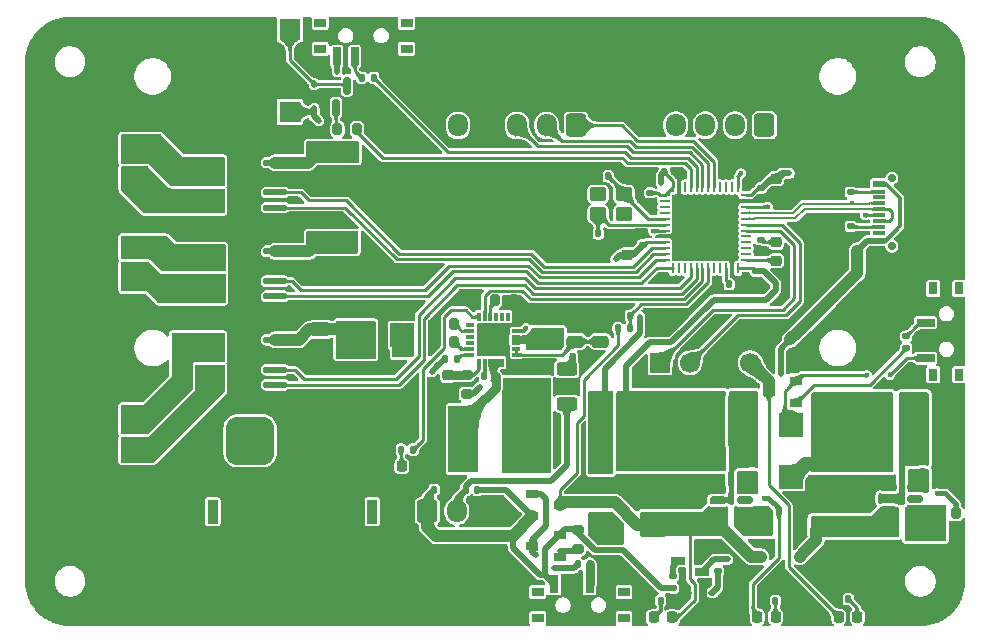
<source format=gbr>
%TF.GenerationSoftware,KiCad,Pcbnew,9.0.2*%
%TF.CreationDate,2025-12-02T02:07:46-05:00*%
%TF.ProjectId,VolleyBot,566f6c6c-6579-4426-9f74-2e6b69636164,rev?*%
%TF.SameCoordinates,Original*%
%TF.FileFunction,Copper,L1,Top*%
%TF.FilePolarity,Positive*%
%FSLAX46Y46*%
G04 Gerber Fmt 4.6, Leading zero omitted, Abs format (unit mm)*
G04 Created by KiCad (PCBNEW 9.0.2) date 2025-12-02 02:07:46*
%MOMM*%
%LPD*%
G01*
G04 APERTURE LIST*
G04 Aperture macros list*
%AMRoundRect*
0 Rectangle with rounded corners*
0 $1 Rounding radius*
0 $2 $3 $4 $5 $6 $7 $8 $9 X,Y pos of 4 corners*
0 Add a 4 corners polygon primitive as box body*
4,1,4,$2,$3,$4,$5,$6,$7,$8,$9,$2,$3,0*
0 Add four circle primitives for the rounded corners*
1,1,$1+$1,$2,$3*
1,1,$1+$1,$4,$5*
1,1,$1+$1,$6,$7*
1,1,$1+$1,$8,$9*
0 Add four rect primitives between the rounded corners*
20,1,$1+$1,$2,$3,$4,$5,0*
20,1,$1+$1,$4,$5,$6,$7,0*
20,1,$1+$1,$6,$7,$8,$9,0*
20,1,$1+$1,$8,$9,$2,$3,0*%
G04 Aperture macros list end*
%TA.AperFunction,SMDPad,CuDef*%
%ADD10RoundRect,0.200000X0.200000X0.275000X-0.200000X0.275000X-0.200000X-0.275000X0.200000X-0.275000X0*%
%TD*%
%TA.AperFunction,SMDPad,CuDef*%
%ADD11RoundRect,0.250000X-0.650000X0.325000X-0.650000X-0.325000X0.650000X-0.325000X0.650000X0.325000X0*%
%TD*%
%TA.AperFunction,SMDPad,CuDef*%
%ADD12O,2.050000X0.590000*%
%TD*%
%TA.AperFunction,SMDPad,CuDef*%
%ADD13RoundRect,0.140000X-0.170000X0.140000X-0.170000X-0.140000X0.170000X-0.140000X0.170000X0.140000X0*%
%TD*%
%TA.AperFunction,SMDPad,CuDef*%
%ADD14RoundRect,0.250000X-0.475000X0.250000X-0.475000X-0.250000X0.475000X-0.250000X0.475000X0.250000X0*%
%TD*%
%TA.AperFunction,SMDPad,CuDef*%
%ADD15RoundRect,0.135000X-0.135000X-0.185000X0.135000X-0.185000X0.135000X0.185000X-0.135000X0.185000X0*%
%TD*%
%TA.AperFunction,SMDPad,CuDef*%
%ADD16RoundRect,0.150000X-0.512500X-0.150000X0.512500X-0.150000X0.512500X0.150000X-0.512500X0.150000X0*%
%TD*%
%TA.AperFunction,SMDPad,CuDef*%
%ADD17RoundRect,0.135000X0.135000X0.185000X-0.135000X0.185000X-0.135000X-0.185000X0.135000X-0.185000X0*%
%TD*%
%TA.AperFunction,SMDPad,CuDef*%
%ADD18RoundRect,0.250000X0.475000X-0.250000X0.475000X0.250000X-0.475000X0.250000X-0.475000X-0.250000X0*%
%TD*%
%TA.AperFunction,SMDPad,CuDef*%
%ADD19RoundRect,0.225000X0.250000X-0.225000X0.250000X0.225000X-0.250000X0.225000X-0.250000X-0.225000X0*%
%TD*%
%TA.AperFunction,SMDPad,CuDef*%
%ADD20RoundRect,0.062500X-0.375000X-0.062500X0.375000X-0.062500X0.375000X0.062500X-0.375000X0.062500X0*%
%TD*%
%TA.AperFunction,SMDPad,CuDef*%
%ADD21RoundRect,0.062500X-0.062500X-0.375000X0.062500X-0.375000X0.062500X0.375000X-0.062500X0.375000X0*%
%TD*%
%TA.AperFunction,HeatsinkPad*%
%ADD22R,5.600000X5.600000*%
%TD*%
%TA.AperFunction,SMDPad,CuDef*%
%ADD23R,2.500000X5.700000*%
%TD*%
%TA.AperFunction,SMDPad,CuDef*%
%ADD24RoundRect,0.200000X-0.200000X-0.275000X0.200000X-0.275000X0.200000X0.275000X-0.200000X0.275000X0*%
%TD*%
%TA.AperFunction,SMDPad,CuDef*%
%ADD25R,1.800000X4.200000*%
%TD*%
%TA.AperFunction,ComponentPad*%
%ADD26RoundRect,0.250000X-0.600000X-0.725000X0.600000X-0.725000X0.600000X0.725000X-0.600000X0.725000X0*%
%TD*%
%TA.AperFunction,ComponentPad*%
%ADD27O,1.700000X1.950000*%
%TD*%
%TA.AperFunction,SMDPad,CuDef*%
%ADD28RoundRect,0.135000X-0.185000X0.135000X-0.185000X-0.135000X0.185000X-0.135000X0.185000X0.135000X0*%
%TD*%
%TA.AperFunction,ComponentPad*%
%ADD29R,1.700000X1.700000*%
%TD*%
%TA.AperFunction,ComponentPad*%
%ADD30C,1.700000*%
%TD*%
%TA.AperFunction,SMDPad,CuDef*%
%ADD31RoundRect,0.140000X0.170000X-0.140000X0.170000X0.140000X-0.170000X0.140000X-0.170000X-0.140000X0*%
%TD*%
%TA.AperFunction,SMDPad,CuDef*%
%ADD32RoundRect,0.250000X-0.625000X0.312500X-0.625000X-0.312500X0.625000X-0.312500X0.625000X0.312500X0*%
%TD*%
%TA.AperFunction,SMDPad,CuDef*%
%ADD33RoundRect,0.250000X0.450000X0.350000X-0.450000X0.350000X-0.450000X-0.350000X0.450000X-0.350000X0*%
%TD*%
%TA.AperFunction,SMDPad,CuDef*%
%ADD34RoundRect,0.225000X-0.250000X0.225000X-0.250000X-0.225000X0.250000X-0.225000X0.250000X0.225000X0*%
%TD*%
%TA.AperFunction,SMDPad,CuDef*%
%ADD35RoundRect,0.218750X0.218750X0.256250X-0.218750X0.256250X-0.218750X-0.256250X0.218750X-0.256250X0*%
%TD*%
%TA.AperFunction,SMDPad,CuDef*%
%ADD36R,0.800000X1.000000*%
%TD*%
%TA.AperFunction,SMDPad,CuDef*%
%ADD37R,1.500000X0.700000*%
%TD*%
%TA.AperFunction,SMDPad,CuDef*%
%ADD38R,2.000000X2.000000*%
%TD*%
%TA.AperFunction,SMDPad,CuDef*%
%ADD39RoundRect,0.135000X0.185000X-0.135000X0.185000X0.135000X-0.185000X0.135000X-0.185000X-0.135000X0*%
%TD*%
%TA.AperFunction,SMDPad,CuDef*%
%ADD40R,1.250000X0.700000*%
%TD*%
%TA.AperFunction,SMDPad,CuDef*%
%ADD41RoundRect,0.112500X-0.187500X-0.112500X0.187500X-0.112500X0.187500X0.112500X-0.187500X0.112500X0*%
%TD*%
%TA.AperFunction,SMDPad,CuDef*%
%ADD42RoundRect,0.140000X-0.140000X-0.170000X0.140000X-0.170000X0.140000X0.170000X-0.140000X0.170000X0*%
%TD*%
%TA.AperFunction,SMDPad,CuDef*%
%ADD43R,1.000000X0.800000*%
%TD*%
%TA.AperFunction,ComponentPad*%
%ADD44RoundRect,0.250000X0.600000X0.725000X-0.600000X0.725000X-0.600000X-0.725000X0.600000X-0.725000X0*%
%TD*%
%TA.AperFunction,ComponentPad*%
%ADD45R,0.900000X2.000000*%
%TD*%
%TA.AperFunction,ComponentPad*%
%ADD46RoundRect,1.025000X1.025000X1.025000X-1.025000X1.025000X-1.025000X-1.025000X1.025000X-1.025000X0*%
%TD*%
%TA.AperFunction,ComponentPad*%
%ADD47C,4.100000*%
%TD*%
%TA.AperFunction,SMDPad,CuDef*%
%ADD48RoundRect,0.140000X0.140000X0.170000X-0.140000X0.170000X-0.140000X-0.170000X0.140000X-0.170000X0*%
%TD*%
%TA.AperFunction,SMDPad,CuDef*%
%ADD49RoundRect,0.200000X-0.275000X0.200000X-0.275000X-0.200000X0.275000X-0.200000X0.275000X0.200000X0*%
%TD*%
%TA.AperFunction,ComponentPad*%
%ADD50RoundRect,0.250000X-0.750000X0.600000X-0.750000X-0.600000X0.750000X-0.600000X0.750000X0.600000X0*%
%TD*%
%TA.AperFunction,ComponentPad*%
%ADD51O,2.000000X1.700000*%
%TD*%
%TA.AperFunction,SMDPad,CuDef*%
%ADD52RoundRect,0.150000X0.150000X-0.587500X0.150000X0.587500X-0.150000X0.587500X-0.150000X-0.587500X0*%
%TD*%
%TA.AperFunction,SMDPad,CuDef*%
%ADD53RoundRect,0.200000X0.275000X-0.200000X0.275000X0.200000X-0.275000X0.200000X-0.275000X-0.200000X0*%
%TD*%
%TA.AperFunction,SMDPad,CuDef*%
%ADD54RoundRect,0.218750X-0.256250X0.218750X-0.256250X-0.218750X0.256250X-0.218750X0.256250X0.218750X0*%
%TD*%
%TA.AperFunction,SMDPad,CuDef*%
%ADD55R,0.700000X1.500000*%
%TD*%
%TA.AperFunction,SMDPad,CuDef*%
%ADD56R,0.300000X0.700000*%
%TD*%
%TA.AperFunction,SMDPad,CuDef*%
%ADD57R,0.700000X0.300000*%
%TD*%
%TA.AperFunction,SMDPad,CuDef*%
%ADD58R,2.600000X2.600000*%
%TD*%
%TA.AperFunction,SMDPad,CuDef*%
%ADD59RoundRect,0.218750X-0.218750X-0.256250X0.218750X-0.256250X0.218750X0.256250X-0.218750X0.256250X0*%
%TD*%
%TA.AperFunction,SMDPad,CuDef*%
%ADD60RoundRect,0.112500X0.112500X-0.187500X0.112500X0.187500X-0.112500X0.187500X-0.112500X-0.187500X0*%
%TD*%
%TA.AperFunction,ComponentPad*%
%ADD61C,0.700000*%
%TD*%
%TA.AperFunction,SMDPad,CuDef*%
%ADD62R,1.100000X0.550000*%
%TD*%
%TA.AperFunction,SMDPad,CuDef*%
%ADD63R,1.100000X0.300000*%
%TD*%
%TA.AperFunction,ComponentPad*%
%ADD64O,2.000000X1.100000*%
%TD*%
%TA.AperFunction,ComponentPad*%
%ADD65O,1.800000X1.200000*%
%TD*%
%TA.AperFunction,SMDPad,CuDef*%
%ADD66R,1.800000X1.800000*%
%TD*%
%TA.AperFunction,ViaPad*%
%ADD67C,0.450000*%
%TD*%
%TA.AperFunction,ViaPad*%
%ADD68C,0.600000*%
%TD*%
%TA.AperFunction,Conductor*%
%ADD69C,0.508000*%
%TD*%
%TA.AperFunction,Conductor*%
%ADD70C,1.016000*%
%TD*%
%TA.AperFunction,Conductor*%
%ADD71C,0.254000*%
%TD*%
%TA.AperFunction,Conductor*%
%ADD72C,0.406400*%
%TD*%
%TA.AperFunction,Conductor*%
%ADD73C,0.762000*%
%TD*%
%TA.AperFunction,Conductor*%
%ADD74C,0.200000*%
%TD*%
%TA.AperFunction,Conductor*%
%ADD75C,0.304800*%
%TD*%
G04 APERTURE END LIST*
D10*
%TO.P,R10,1*%
%TO.N,-BATT*%
X152500000Y-108000000D03*
%TO.P,R10,2*%
%TO.N,/FB2*%
X150850000Y-108000000D03*
%TD*%
D11*
%TO.P,C36,1*%
%TO.N,/BATT+_IN*%
X98600000Y-75850000D03*
%TO.P,C36,2*%
%TO.N,-BATT*%
X98600000Y-78800000D03*
%TD*%
%TO.P,C19,1*%
%TO.N,/BATT+_IN*%
X98700000Y-90925000D03*
%TO.P,C19,2*%
%TO.N,-BATT*%
X98700000Y-93875000D03*
%TD*%
%TO.P,C16,1*%
%TO.N,/BATT+_IN*%
X98600000Y-83450000D03*
%TO.P,C16,2*%
%TO.N,-BATT*%
X98600000Y-86400000D03*
%TD*%
D12*
%TO.P,U8,1,BI*%
%TO.N,/TIM3_CH2*%
X94870000Y-95610000D03*
%TO.P,U8,2,FI*%
%TO.N,/TIM3_CH1*%
X94870000Y-94330000D03*
%TO.P,U8,3,GND*%
%TO.N,-BATT*%
X94870000Y-93070000D03*
%TO.P,U8,4,VCC*%
%TO.N,/BATT+_IN*%
X94870000Y-91800000D03*
%TO.P,U8,5,FO*%
%TO.N,Net-(J7-Pin_1)*%
X89330000Y-91800000D03*
%TO.P,U8,6,FO*%
X89330000Y-93070000D03*
%TO.P,U8,7,BO*%
%TO.N,Net-(J7-Pin_2)*%
X89330000Y-94330000D03*
%TO.P,U8,8,BO*%
X89330000Y-95610000D03*
%TD*%
%TO.P,U3,1,BI*%
%TO.N,/TIM2_CH2*%
X94870000Y-80610000D03*
%TO.P,U3,2,FI*%
%TO.N,/TIM2_CH1*%
X94870000Y-79330000D03*
%TO.P,U3,3,GND*%
%TO.N,-BATT*%
X94870000Y-78070000D03*
%TO.P,U3,4,VCC*%
%TO.N,/BATT+_IN*%
X94870000Y-76800000D03*
%TO.P,U3,5,FO*%
%TO.N,Net-(J5-Pin_1)*%
X89330000Y-76800000D03*
%TO.P,U3,6,FO*%
X89330000Y-78070000D03*
%TO.P,U3,7,BO*%
%TO.N,Net-(J5-Pin_2)*%
X89330000Y-79330000D03*
%TO.P,U3,8,BO*%
X89330000Y-80610000D03*
%TD*%
%TO.P,U2,1,BI*%
%TO.N,/TIM2_CH4*%
X94870000Y-88110000D03*
%TO.P,U2,2,FI*%
%TO.N,/TIM2_CH3*%
X94870000Y-86830000D03*
%TO.P,U2,3,GND*%
%TO.N,-BATT*%
X94870000Y-85570000D03*
%TO.P,U2,4,VCC*%
%TO.N,/BATT+_IN*%
X94870000Y-84300000D03*
%TO.P,U2,5,FO*%
%TO.N,Net-(J6-Pin_1)*%
X89330000Y-84300000D03*
%TO.P,U2,6,FO*%
X89330000Y-85570000D03*
%TO.P,U2,7,BO*%
%TO.N,Net-(J6-Pin_2)*%
X89330000Y-86830000D03*
%TO.P,U2,8,BO*%
X89330000Y-88110000D03*
%TD*%
D13*
%TO.P,C37,1*%
%TO.N,/BATT+_IN*%
X96800000Y-76940000D03*
%TO.P,C37,2*%
%TO.N,-BATT*%
X96800000Y-77900000D03*
%TD*%
D14*
%TO.P,C15,1*%
%TO.N,+3.3V*%
X127500000Y-102150000D03*
%TO.P,C15,2*%
%TO.N,-BATT*%
X127500000Y-104050000D03*
%TD*%
%TO.P,C25,1*%
%TO.N,/5.55V*%
X144200000Y-102250000D03*
%TO.P,C25,2*%
%TO.N,-BATT*%
X144200000Y-104150000D03*
%TD*%
D15*
%TO.P,R26,1*%
%TO.N,VBUS*%
X109230000Y-93422500D03*
%TO.P,R26,2*%
%TO.N,Net-(U7-EN)*%
X110250000Y-93422500D03*
%TD*%
D16*
%TO.P,U4,1,GND*%
%TO.N,-BATT*%
X132362500Y-104450000D03*
%TO.P,U4,2,SW*%
%TO.N,/SW1*%
X132362500Y-105400000D03*
%TO.P,U4,3,IN*%
%TO.N,/BATT+_IN*%
X132362500Y-106350000D03*
%TO.P,U4,4,FB*%
%TO.N,/FB1*%
X134637500Y-106350000D03*
%TO.P,U4,5,EN*%
%TO.N,unconnected-(U4-EN-Pad5)*%
X134637500Y-105400000D03*
%TO.P,U4,6,BST*%
%TO.N,/BST1*%
X134637500Y-104450000D03*
%TD*%
D17*
%TO.P,R9,1*%
%TO.N,+3.3V*%
X137520000Y-106400000D03*
%TO.P,R9,2*%
%TO.N,/FB1*%
X136500000Y-106400000D03*
%TD*%
D18*
%TO.P,C30,1*%
%TO.N,Net-(C29-Pad1)*%
X122400000Y-91947500D03*
%TO.P,C30,2*%
%TO.N,-BATT*%
X122400000Y-90047500D03*
%TD*%
D10*
%TO.P,R18,1*%
%TO.N,-BATT*%
X115125000Y-88460000D03*
%TO.P,R18,2*%
%TO.N,Net-(U7-NTC)*%
X113475000Y-88460000D03*
%TD*%
D14*
%TO.P,C14,1*%
%TO.N,+3.3V*%
X129750000Y-102150000D03*
%TO.P,C14,2*%
%TO.N,-BATT*%
X129750000Y-104050000D03*
%TD*%
D19*
%TO.P,C23,1*%
%TO.N,/BATT+_IN*%
X144450000Y-107250000D03*
%TO.P,C23,2*%
%TO.N,-BATT*%
X144450000Y-105700000D03*
%TD*%
D20*
%TO.P,U1,1,VBAT*%
%TO.N,+3.3V*%
X127862500Y-79550000D03*
%TO.P,U1,2,PC13*%
%TO.N,/NSLEEP1*%
X127862500Y-80050000D03*
%TO.P,U1,3,PC14*%
%TO.N,/NSLEEP2*%
X127862500Y-80550000D03*
%TO.P,U1,4,PC15*%
%TO.N,unconnected-(U1-PC15-Pad4)*%
X127862500Y-81050000D03*
%TO.P,U1,5,PH0*%
%TO.N,/HSE_IN*%
X127862500Y-81550000D03*
%TO.P,U1,6,PH1*%
%TO.N,/HSE_OUT*%
X127862500Y-82050000D03*
%TO.P,U1,7,NRST*%
%TO.N,/NRST*%
X127862500Y-82550000D03*
%TO.P,U1,8,VSSA*%
%TO.N,-BATT*%
X127862500Y-83050000D03*
%TO.P,U1,9,VDDA*%
%TO.N,+3.3VA*%
X127862500Y-83550000D03*
%TO.P,U1,10,PA0*%
%TO.N,/TIM2_CH1*%
X127862500Y-84050000D03*
%TO.P,U1,11,PA1*%
%TO.N,/TIM2_CH2*%
X127862500Y-84550000D03*
%TO.P,U1,12,PA2*%
%TO.N,/TIM2_CH3*%
X127862500Y-85050000D03*
D21*
%TO.P,U1,13,PA3*%
%TO.N,/TIM2_CH4*%
X128550000Y-85737500D03*
%TO.P,U1,14,PA4*%
%TO.N,unconnected-(U1-PA4-Pad14)*%
X129050000Y-85737500D03*
%TO.P,U1,15,PA5*%
%TO.N,unconnected-(U1-PA5-Pad15)*%
X129550000Y-85737500D03*
%TO.P,U1,16,PA6*%
%TO.N,/TIM3_CH1*%
X130050000Y-85737500D03*
%TO.P,U1,17,PA7*%
%TO.N,/TIM3_CH2*%
X130550000Y-85737500D03*
%TO.P,U1,18,PB0*%
%TO.N,/BAT_STAT*%
X131050000Y-85737500D03*
%TO.P,U1,19,PB1*%
%TO.N,/ADC1_IN9*%
X131550000Y-85737500D03*
%TO.P,U1,20,PB2*%
%TO.N,unconnected-(U1-PB2-Pad20)*%
X132050000Y-85737500D03*
%TO.P,U1,21,PB10*%
%TO.N,unconnected-(U1-PB10-Pad21)*%
X132550000Y-85737500D03*
%TO.P,U1,22,VCAP1*%
%TO.N,Net-(U1-VCAP1)*%
X133050000Y-85737500D03*
%TO.P,U1,23,VSS*%
%TO.N,-BATT*%
X133550000Y-85737500D03*
%TO.P,U1,24,VDD*%
%TO.N,+3.3V*%
X134050000Y-85737500D03*
D20*
%TO.P,U1,25,PB12*%
%TO.N,Net-(D3-A)*%
X134737500Y-85050000D03*
%TO.P,U1,26,PB13*%
%TO.N,unconnected-(U1-PB13-Pad26)*%
X134737500Y-84550000D03*
%TO.P,U1,27,PB14*%
%TO.N,unconnected-(U1-PB14-Pad27)*%
X134737500Y-84050000D03*
%TO.P,U1,28,PB15*%
%TO.N,unconnected-(U1-PB15-Pad28)*%
X134737500Y-83550000D03*
%TO.P,U1,29,PA8*%
%TO.N,unconnected-(U1-PA8-Pad29)*%
X134737500Y-83050000D03*
%TO.P,U1,30,PA9*%
%TO.N,/USART1_TX*%
X134737500Y-82550000D03*
%TO.P,U1,31,PA10*%
%TO.N,/USART1_RX*%
X134737500Y-82050000D03*
%TO.P,U1,32,PA11*%
%TO.N,/USB_D-*%
X134737500Y-81550000D03*
%TO.P,U1,33,PA12*%
%TO.N,/USB_D+*%
X134737500Y-81050000D03*
%TO.P,U1,34,PA13*%
%TO.N,/SWDIO*%
X134737500Y-80550000D03*
%TO.P,U1,35,VSS*%
%TO.N,-BATT*%
X134737500Y-80050000D03*
%TO.P,U1,36,VDD*%
%TO.N,+3.3V*%
X134737500Y-79550000D03*
D21*
%TO.P,U1,37,PA14*%
%TO.N,/SWCLK*%
X134050000Y-78862500D03*
%TO.P,U1,38,PA15*%
%TO.N,/SPI1_NSS*%
X133550000Y-78862500D03*
%TO.P,U1,39,PB3*%
%TO.N,unconnected-(U1-PB3-Pad39)*%
X133050000Y-78862500D03*
%TO.P,U1,40,PB4*%
%TO.N,unconnected-(U1-PB4-Pad40)*%
X132550000Y-78862500D03*
%TO.P,U1,41,PB5*%
%TO.N,/GPIO_EXT5*%
X132050000Y-78862500D03*
%TO.P,U1,42,PB6*%
%TO.N,/I2C1_CLK*%
X131550000Y-78862500D03*
%TO.P,U1,43,PB7*%
%TO.N,/I2C1_SDA*%
X131050000Y-78862500D03*
%TO.P,U1,44,BOOT0*%
%TO.N,/BOOT0*%
X130550000Y-78862500D03*
%TO.P,U1,45,PB8*%
%TO.N,/BUZZER_CTRL*%
X130050000Y-78862500D03*
%TO.P,U1,46,PB9*%
%TO.N,unconnected-(U1-PB9-Pad46)*%
X129550000Y-78862500D03*
%TO.P,U1,47,VSS*%
%TO.N,-BATT*%
X129050000Y-78862500D03*
%TO.P,U1,48,VDD*%
%TO.N,+3.3V*%
X128550000Y-78862500D03*
D22*
%TO.P,U1,49,VSS*%
%TO.N,-BATT*%
X131300000Y-82300000D03*
%TD*%
D23*
%TO.P,L4,1,1*%
%TO.N,Net-(C31-Pad2)*%
X110800000Y-100210000D03*
%TO.P,L4,2,2*%
%TO.N,VBUS*%
X115500000Y-100190000D03*
%TD*%
D24*
%TO.P,R16,1*%
%TO.N,-BATT*%
X108400000Y-92022500D03*
%TO.P,R16,2*%
%TO.N,Net-(U7-ISET)*%
X110050000Y-92022500D03*
%TD*%
D25*
%TO.P,L1,1,1*%
%TO.N,/SW1*%
X134150000Y-98650000D03*
%TO.P,L1,2,2*%
%TO.N,+3.3V*%
X129850000Y-98650000D03*
%TD*%
D14*
%TO.P,C7,1*%
%TO.N,+3.3VA*%
X122450000Y-102150000D03*
%TO.P,C7,2*%
%TO.N,-BATT*%
X122450000Y-104050000D03*
%TD*%
D13*
%TO.P,C2,1*%
%TO.N,+3.3V*%
X135600000Y-86000000D03*
%TO.P,C2,2*%
%TO.N,-BATT*%
X135600000Y-86960000D03*
%TD*%
D26*
%TO.P,J4,1,Pin_1*%
%TO.N,+BATT*%
X107750000Y-106305000D03*
D27*
%TO.P,J4,2,Pin_2*%
%TO.N,Net-(J4-Pin_2)*%
X110250000Y-106305000D03*
%TO.P,J4,3,Pin_3*%
%TO.N,-BATT*%
X112750000Y-106305000D03*
%TD*%
D14*
%TO.P,C26,1*%
%TO.N,/5.55V*%
X141950000Y-102250000D03*
%TO.P,C26,2*%
%TO.N,-BATT*%
X141950000Y-104150000D03*
%TD*%
D28*
%TO.P,R14,1*%
%TO.N,-BATT*%
X117750000Y-94427500D03*
%TO.P,R14,2*%
%TO.N,VBUS*%
X117750000Y-95447500D03*
%TD*%
D13*
%TO.P,C4,1*%
%TO.N,+3.3V*%
X136000000Y-78940000D03*
%TO.P,C4,2*%
%TO.N,-BATT*%
X136000000Y-79900000D03*
%TD*%
D19*
%TO.P,C12,1*%
%TO.N,/BATT+_IN*%
X130000000Y-107200000D03*
%TO.P,C12,2*%
%TO.N,-BATT*%
X130000000Y-105650000D03*
%TD*%
D29*
%TO.P,J1,1,Pin_1*%
%TO.N,/USART1_TX*%
X127460000Y-93750000D03*
D30*
%TO.P,J1,2,Pin_2*%
%TO.N,/USART1_RX*%
X130000000Y-93750000D03*
%TO.P,J1,3,Pin_3*%
%TO.N,-BATT*%
X132540000Y-93750000D03*
%TO.P,J1,4,Pin_4*%
%TO.N,/PI_POWER*%
X135080000Y-93750000D03*
%TD*%
D31*
%TO.P,C5,1*%
%TO.N,+3.3VA*%
X126000000Y-83790000D03*
%TO.P,C5,2*%
%TO.N,-BATT*%
X126000000Y-82830000D03*
%TD*%
D32*
%TO.P,R19,1*%
%TO.N,Net-(U7-VBATM)*%
X119550000Y-94300000D03*
%TO.P,R19,2*%
%TO.N,Net-(J4-Pin_2)*%
X119550000Y-97225000D03*
%TD*%
D33*
%TO.P,Y1,1,1*%
%TO.N,/HSE_IN*%
X124400000Y-79472000D03*
%TO.P,Y1,2,2*%
%TO.N,unconnected-(Y1-Pad2)*%
X122200000Y-79472000D03*
%TO.P,Y1,3,3*%
%TO.N,/HSE_OUT*%
X122200000Y-81172000D03*
%TO.P,Y1,4,4*%
%TO.N,unconnected-(Y1-Pad4)*%
X124400000Y-81172000D03*
%TD*%
D31*
%TO.P,C22,1*%
%TO.N,+3.3V*%
X126598586Y-79350000D03*
%TO.P,C22,2*%
%TO.N,-BATT*%
X126598586Y-78390000D03*
%TD*%
D34*
%TO.P,C33,1*%
%TO.N,Net-(U7-VIN)*%
X109475000Y-94800000D03*
%TO.P,C33,2*%
%TO.N,-BATT*%
X109475000Y-96350000D03*
%TD*%
D35*
%TO.P,D2,1,K*%
%TO.N,/POWER_LED_K*%
X137252500Y-115240000D03*
%TO.P,D2,2,A*%
%TO.N,+3.3V*%
X135677500Y-115240000D03*
%TD*%
D36*
%TO.P,SW2,*%
%TO.N,*%
X150600000Y-94750000D03*
X152810000Y-94750000D03*
X150600000Y-87450000D03*
X152810000Y-87450000D03*
D37*
%TO.P,SW2,1,A*%
%TO.N,+5V*%
X149950000Y-93350000D03*
%TO.P,SW2,2,B*%
%TO.N,Net-(SW2-B)*%
X149950000Y-90350000D03*
%TO.P,SW2,3,C*%
%TO.N,-BATT*%
X149950000Y-88850000D03*
%TD*%
D14*
%TO.P,C8,1*%
%TO.N,+3.3V*%
X124550000Y-102150000D03*
%TO.P,C8,2*%
%TO.N,-BATT*%
X124550000Y-104050000D03*
%TD*%
D38*
%TO.P,D1,1,K*%
%TO.N,+5V*%
X138550000Y-99025000D03*
%TO.P,D1,2,A*%
%TO.N,/5.55V*%
X138550000Y-103425000D03*
%TD*%
D31*
%TO.P,C24,1*%
%TO.N,/BST2*%
X149700000Y-102960000D03*
%TO.P,C24,2*%
%TO.N,/SW2*%
X149700000Y-102000000D03*
%TD*%
D39*
%TO.P,R8,1*%
%TO.N,-BATT*%
X135575000Y-108925000D03*
%TO.P,R8,2*%
%TO.N,/FB1*%
X135575000Y-107905000D03*
%TD*%
D40*
%TO.P,Q3,1,G*%
%TO.N,VBUS*%
X131000000Y-111450000D03*
%TO.P,Q3,2,S*%
%TO.N,-BATT*%
X131000000Y-109550000D03*
%TO.P,Q3,3,D*%
%TO.N,Net-(Q3-D)*%
X129000000Y-110500000D03*
%TD*%
D38*
%TO.P,D12,1,K*%
%TO.N,/BATT+_IN*%
X126900000Y-107450000D03*
%TO.P,D12,2,A*%
%TO.N,VBUS*%
X122500000Y-107450000D03*
%TD*%
D41*
%TO.P,D8,1,K*%
%TO.N,-BATT*%
X129800000Y-113200000D03*
%TO.P,D8,2,A*%
%TO.N,Net-(D8-A)*%
X131900000Y-113200000D03*
%TD*%
D15*
%TO.P,R5,1*%
%TO.N,/BATT+_IN*%
X123905000Y-90825000D03*
%TO.P,R5,2*%
%TO.N,/ADC1_IN9*%
X124925000Y-90825000D03*
%TD*%
D39*
%TO.P,R2,1*%
%TO.N,Net-(USB2-CC2)*%
X143600000Y-79300000D03*
%TO.P,R2,2*%
%TO.N,-BATT*%
X143600000Y-78280000D03*
%TD*%
D42*
%TO.P,C11,1*%
%TO.N,Net-(U1-VCAP1)*%
X133340000Y-87100000D03*
%TO.P,C11,2*%
%TO.N,-BATT*%
X134300000Y-87100000D03*
%TD*%
D43*
%TO.P,Q1,1,G*%
%TO.N,Net-(Q1-G)*%
X138950000Y-97150000D03*
%TO.P,Q1,2,S*%
%TO.N,+5V*%
X138950000Y-95250000D03*
%TO.P,Q1,3,D*%
%TO.N,/PI_POWER*%
X136650000Y-96200000D03*
%TD*%
D42*
%TO.P,C10,1*%
%TO.N,/HSE_OUT*%
X122240000Y-82800000D03*
%TO.P,C10,2*%
%TO.N,-BATT*%
X123200000Y-82800000D03*
%TD*%
D44*
%TO.P,J8,1,Pin_1*%
%TO.N,/GPIO_EXT5*%
X120350000Y-73650000D03*
D27*
%TO.P,J8,2,Pin_2*%
%TO.N,/I2C1_CLK*%
X117850000Y-73650000D03*
%TO.P,J8,3,Pin_3*%
%TO.N,/I2C1_SDA*%
X115350000Y-73650000D03*
%TO.P,J8,4,Pin_4*%
%TO.N,-BATT*%
X112850000Y-73650000D03*
%TO.P,J8,5,Pin_5*%
%TO.N,+3.3V*%
X110350000Y-73650000D03*
%TD*%
D45*
%TO.P,J3,*%
%TO.N,*%
X103100000Y-106350000D03*
X89600000Y-106350000D03*
D46*
%TO.P,J3,1,Pin_1*%
%TO.N,+BATT*%
X92750000Y-100350000D03*
D47*
%TO.P,J3,2,Pin_2*%
%TO.N,-BATT*%
X99950000Y-100350000D03*
%TD*%
D42*
%TO.P,C3,1*%
%TO.N,+3.3V*%
X127828798Y-77606497D03*
%TO.P,C3,2*%
%TO.N,-BATT*%
X128788798Y-77606497D03*
%TD*%
D18*
%TO.P,C29,1*%
%TO.N,Net-(C29-Pad1)*%
X120300000Y-91947500D03*
%TO.P,C29,2*%
%TO.N,-BATT*%
X120300000Y-90047500D03*
%TD*%
D48*
%TO.P,C35,1*%
%TO.N,+BATT*%
X111980000Y-104500000D03*
%TO.P,C35,2*%
%TO.N,Net-(J4-Pin_2)*%
X111020000Y-104500000D03*
%TD*%
D17*
%TO.P,R6,1*%
%TO.N,/ADC1_IN9*%
X124925000Y-89775000D03*
%TO.P,R6,2*%
%TO.N,-BATT*%
X123905000Y-89775000D03*
%TD*%
D15*
%TO.P,R13,1*%
%TO.N,-BATT*%
X142377500Y-113751000D03*
%TO.P,R13,2*%
%TO.N,Net-(D4-K)*%
X143397500Y-113751000D03*
%TD*%
D17*
%TO.P,R27,1*%
%TO.N,/POWER_LED_K*%
X137227500Y-113890000D03*
%TO.P,R27,2*%
%TO.N,-BATT*%
X136207500Y-113890000D03*
%TD*%
D49*
%TO.P,R7,1*%
%TO.N,Net-(U7-VIN)*%
X111075000Y-94750000D03*
%TO.P,R7,2*%
%TO.N,VBUS*%
X111075000Y-96400000D03*
%TD*%
D17*
%TO.P,R15,1*%
%TO.N,-BATT*%
X128520000Y-113900000D03*
%TO.P,R15,2*%
%TO.N,Net-(D5-K)*%
X127500000Y-113900000D03*
%TD*%
D15*
%TO.P,R1,1*%
%TO.N,Net-(SW1-B)*%
X102190000Y-69625000D03*
%TO.P,R1,2*%
%TO.N,/BOOT0*%
X103210000Y-69625000D03*
%TD*%
D13*
%TO.P,C18,1*%
%TO.N,/BATT+_IN*%
X96800000Y-91900000D03*
%TO.P,C18,2*%
%TO.N,-BATT*%
X96800000Y-92860000D03*
%TD*%
D50*
%TO.P,J7,1,Pin_1*%
%TO.N,Net-(J7-Pin_1)*%
X82945000Y-98500000D03*
D51*
%TO.P,J7,2,Pin_2*%
%TO.N,Net-(J7-Pin_2)*%
X82945000Y-101000000D03*
%TD*%
D52*
%TO.P,Q4,1,B*%
%TO.N,Net-(Q4-B)*%
X100025000Y-72150000D03*
%TO.P,Q4,2,E*%
%TO.N,-BATT*%
X101925000Y-72150000D03*
%TO.P,Q4,3,C*%
%TO.N,Net-(D7-A)*%
X100975000Y-70275000D03*
%TD*%
D53*
%TO.P,R25,1*%
%TO.N,Net-(Q5-G)*%
X120500000Y-109525000D03*
%TO.P,R25,2*%
%TO.N,+BATT*%
X120500000Y-107875000D03*
%TD*%
D42*
%TO.P,C34,1*%
%TO.N,+BATT*%
X108340000Y-104500000D03*
%TO.P,C34,2*%
%TO.N,-BATT*%
X109300000Y-104500000D03*
%TD*%
D44*
%TO.P,J2,1,Pin_1*%
%TO.N,+3.3V*%
X136300000Y-73645000D03*
D27*
%TO.P,J2,2,Pin_2*%
%TO.N,/SWCLK*%
X133800000Y-73645000D03*
%TO.P,J2,3,Pin_3*%
%TO.N,/SWDIO*%
X131300000Y-73645000D03*
%TO.P,J2,4,Pin_4*%
%TO.N,/NRST*%
X128800000Y-73645000D03*
%TO.P,J2,5,Pin_5*%
%TO.N,-BATT*%
X126300000Y-73645000D03*
%TD*%
D54*
%TO.P,D3,1,K*%
%TO.N,Net-(D3-K)*%
X137300000Y-83537500D03*
%TO.P,D3,2,A*%
%TO.N,Net-(D3-A)*%
X137300000Y-85112500D03*
%TD*%
D35*
%TO.P,FB1,1*%
%TO.N,+3.3V*%
X124337500Y-100550000D03*
%TO.P,FB1,2*%
%TO.N,+3.3VA*%
X122762500Y-100550000D03*
%TD*%
D48*
%TO.P,C9,1*%
%TO.N,/HSE_IN*%
X123080000Y-77972000D03*
%TO.P,C9,2*%
%TO.N,-BATT*%
X122120000Y-77972000D03*
%TD*%
D35*
%TO.P,D4,1,K*%
%TO.N,Net-(D4-K)*%
X144175000Y-115251000D03*
%TO.P,D4,2,A*%
%TO.N,/PI_POWER*%
X142600000Y-115251000D03*
%TD*%
D24*
%TO.P,R17,1*%
%TO.N,-BATT*%
X108400000Y-90422500D03*
%TO.P,R17,2*%
%TO.N,Net-(U7-VIN_UVSET)*%
X110050000Y-90422500D03*
%TD*%
D43*
%TO.P,SW3,*%
%TO.N,*%
X117100000Y-113150000D03*
X117100000Y-115360000D03*
X124400000Y-113150000D03*
X124400000Y-115360000D03*
D55*
%TO.P,SW3,1,A*%
%TO.N,+BATT*%
X118500000Y-112500000D03*
%TO.P,SW3,2,B*%
%TO.N,Net-(SW3-B)*%
X121500000Y-112500000D03*
%TO.P,SW3,3,C*%
%TO.N,-BATT*%
X123000000Y-112500000D03*
%TD*%
D17*
%TO.P,R21,1*%
%TO.N,Net-(SW3-B)*%
X121510000Y-110800000D03*
%TO.P,R21,2*%
%TO.N,Net-(Q2-G)*%
X120490000Y-110800000D03*
%TD*%
D38*
%TO.P,D10,1,K*%
%TO.N,/BATT+_IN*%
X101200000Y-91400000D03*
%TO.P,D10,2,A*%
%TO.N,VBUS*%
X105600000Y-91400000D03*
%TD*%
D24*
%TO.P,R22,1*%
%TO.N,Net-(Q4-B)*%
X100150000Y-73975000D03*
%TO.P,R22,2*%
%TO.N,/BUZZER_CTRL*%
X101800000Y-73975000D03*
%TD*%
D56*
%TO.P,U7,1,DM*%
%TO.N,unconnected-(U7-DM-Pad1)*%
X114600000Y-89860000D03*
%TO.P,U7,2,DP*%
%TO.N,unconnected-(U7-DP-Pad2)*%
X114100000Y-89860000D03*
%TO.P,U7,3,VSET*%
%TO.N,unconnected-(U7-VSET-Pad3)*%
X113600000Y-89860000D03*
%TO.P,U7,4,NTC*%
%TO.N,Net-(U7-NTC)*%
X113100000Y-89860000D03*
%TO.P,U7,5,BAT_STAT*%
%TO.N,/BAT_STAT*%
X112600000Y-89860000D03*
%TO.P,U7,6,LED*%
%TO.N,Net-(U7-LED)*%
X112100000Y-89860000D03*
D57*
%TO.P,U7,7,TIME_SET*%
%TO.N,unconnected-(U7-TIME_SET-Pad7)*%
X111400000Y-90550000D03*
%TO.P,U7,8,VIN_UVSET*%
%TO.N,Net-(U7-VIN_UVSET)*%
X111400000Y-91050000D03*
%TO.P,U7,9,VIN_OVSET*%
%TO.N,unconnected-(U7-VIN_OVSET-Pad9)*%
X111400000Y-91550000D03*
%TO.P,U7,10,CON_SEL*%
%TO.N,unconnected-(U7-CON_SEL-Pad10)*%
X111400000Y-92050000D03*
%TO.P,U7,11,ISET*%
%TO.N,Net-(U7-ISET)*%
X111400000Y-92550000D03*
%TO.P,U7,12,EN*%
%TO.N,Net-(U7-EN)*%
X111400000Y-93050000D03*
D56*
%TO.P,U7,13,VIN*%
%TO.N,Net-(U7-VIN)*%
X112100000Y-93740000D03*
%TO.P,U7,14,BST*%
%TO.N,Net-(U7-BST)*%
X112600000Y-93740000D03*
%TO.P,U7,15,LX*%
%TO.N,Net-(C31-Pad2)*%
X113100000Y-93740000D03*
%TO.P,U7,16,LX*%
X113600000Y-93740000D03*
%TO.P,U7,17,LX*%
X114100000Y-93740000D03*
%TO.P,U7,18,PGND*%
%TO.N,-BATT*%
X114600000Y-93740000D03*
D57*
%TO.P,U7,19,VSYS*%
%TO.N,Net-(C29-Pad1)*%
X115300000Y-93050000D03*
%TO.P,U7,20,VSYS*%
X115300000Y-92550000D03*
%TO.P,U7,21,VOUT*%
%TO.N,+BATT*%
X115300000Y-92050000D03*
%TO.P,U7,22,VOUT*%
X115300000Y-91550000D03*
%TO.P,U7,23,VBATM*%
%TO.N,Net-(U7-VBATM)*%
X115300000Y-91050000D03*
%TO.P,U7,24,VBAT_GND*%
%TO.N,-BATT*%
X115300000Y-90550000D03*
D58*
%TO.P,U7,25,EP*%
X113350000Y-91800000D03*
%TD*%
D50*
%TO.P,J6,1,Pin_1*%
%TO.N,Net-(J6-Pin_1)*%
X82945000Y-84000000D03*
D51*
%TO.P,J6,2,Pin_2*%
%TO.N,Net-(J6-Pin_2)*%
X82945000Y-86500000D03*
%TD*%
D50*
%TO.P,J5,1,Pin_1*%
%TO.N,Net-(J5-Pin_1)*%
X82945000Y-75500000D03*
D51*
%TO.P,J5,2,Pin_2*%
%TO.N,Net-(J5-Pin_2)*%
X82945000Y-78000000D03*
%TD*%
D17*
%TO.P,R28,1*%
%TO.N,Net-(U7-LED)*%
X106575000Y-101100000D03*
%TO.P,R28,2*%
%TO.N,Net-(D6-A)*%
X105555000Y-101100000D03*
%TD*%
D35*
%TO.P,D6,1,K*%
%TO.N,-BATT*%
X107175000Y-102500000D03*
%TO.P,D6,2,A*%
%TO.N,Net-(D6-A)*%
X105600000Y-102500000D03*
%TD*%
D19*
%TO.P,C28,1*%
%TO.N,+BATT*%
X118500000Y-91547500D03*
%TO.P,C28,2*%
%TO.N,-BATT*%
X118500000Y-89997500D03*
%TD*%
D59*
%TO.P,D5,1,K*%
%TO.N,Net-(D5-K)*%
X126925000Y-115300000D03*
%TO.P,D5,2,A*%
%TO.N,/BATT+_IN*%
X128500000Y-115300000D03*
%TD*%
D25*
%TO.P,L2,1,1*%
%TO.N,/SW2*%
X148600000Y-98750000D03*
%TO.P,L2,2,2*%
%TO.N,/5.55V*%
X144300000Y-98750000D03*
%TD*%
D39*
%TO.P,R12,1*%
%TO.N,-BATT*%
X136000000Y-84345000D03*
%TO.P,R12,2*%
%TO.N,Net-(D3-K)*%
X136000000Y-83325000D03*
%TD*%
D16*
%TO.P,U5,1,GND*%
%TO.N,-BATT*%
X146812500Y-104300000D03*
%TO.P,U5,2,SW*%
%TO.N,/SW2*%
X146812500Y-105250000D03*
%TO.P,U5,3,IN*%
%TO.N,/BATT+_IN*%
X146812500Y-106200000D03*
%TO.P,U5,4,FB*%
%TO.N,/FB2*%
X149087500Y-106200000D03*
%TO.P,U5,5,EN*%
%TO.N,unconnected-(U5-EN-Pad5)*%
X149087500Y-105250000D03*
%TO.P,U5,6,BST*%
%TO.N,/BST2*%
X149087500Y-104300000D03*
%TD*%
D43*
%TO.P,Q5,1,G*%
%TO.N,Net-(Q5-G)*%
X118948586Y-110200000D03*
%TO.P,Q5,2,S*%
%TO.N,+BATT*%
X118948586Y-108300000D03*
%TO.P,Q5,3,D*%
%TO.N,Net-(Q2-G)*%
X116648586Y-109250000D03*
%TD*%
D60*
%TO.P,D7,1,K*%
%TO.N,+3.3V*%
X98175000Y-72262500D03*
%TO.P,D7,2,A*%
%TO.N,Net-(D7-A)*%
X98175000Y-70162500D03*
%TD*%
D34*
%TO.P,C1,1*%
%TO.N,+3.3V*%
X137300000Y-78150000D03*
%TO.P,C1,2*%
%TO.N,-BATT*%
X137300000Y-79700000D03*
%TD*%
D19*
%TO.P,C32,1*%
%TO.N,VBUS*%
X116350000Y-95622500D03*
%TO.P,C32,2*%
%TO.N,-BATT*%
X116350000Y-94072500D03*
%TD*%
D61*
%TO.P,USB2,*%
%TO.N,*%
X147080000Y-83890000D03*
X147080000Y-78110000D03*
D62*
%TO.P,USB2,1,GND*%
%TO.N,-BATT*%
X146000000Y-84200000D03*
%TO.P,USB2,2,VBUS*%
%TO.N,VBUS*%
X146000000Y-83400000D03*
D63*
%TO.P,USB2,3,SBU2*%
%TO.N,unconnected-(USB2-SBU2-Pad3)*%
X146000000Y-82750000D03*
%TO.P,USB2,4,CC1*%
%TO.N,Net-(USB2-CC1)*%
X146000000Y-82250000D03*
%TO.P,USB2,5,DN2*%
%TO.N,/USB_D-*%
X146000000Y-81750000D03*
%TO.P,USB2,6,DP1*%
%TO.N,/USB_D+*%
X146000000Y-81250000D03*
%TO.P,USB2,7,DN1*%
%TO.N,/USB_D-*%
X146000000Y-80750000D03*
%TO.P,USB2,8,DP2*%
%TO.N,/USB_D+*%
X146000000Y-80250000D03*
%TO.P,USB2,9,SBU1*%
%TO.N,unconnected-(USB2-SBU1-Pad9)*%
X146000000Y-79750000D03*
%TO.P,USB2,10,CC2*%
%TO.N,Net-(USB2-CC2)*%
X146000000Y-79250000D03*
D62*
%TO.P,USB2,11,VBUS*%
%TO.N,VBUS*%
X146000000Y-78600000D03*
%TO.P,USB2,12,GND*%
%TO.N,-BATT*%
X146000000Y-77800000D03*
D64*
%TO.P,USB2,13,SHELL*%
X146550000Y-85320000D03*
D65*
X150760000Y-85320000D03*
D64*
%TO.P,USB2,14,SHELL*%
X146550000Y-76680000D03*
D65*
X150760000Y-76680000D03*
%TD*%
D31*
%TO.P,C13,1*%
%TO.N,/BST1*%
X135250000Y-103130000D03*
%TO.P,C13,2*%
%TO.N,/SW1*%
X135250000Y-102170000D03*
%TD*%
D28*
%TO.P,R3,1*%
%TO.N,Net-(USB2-CC1)*%
X143600000Y-82200000D03*
%TO.P,R3,2*%
%TO.N,-BATT*%
X143600000Y-83220000D03*
%TD*%
D43*
%TO.P,Q2,1,G*%
%TO.N,Net-(Q2-G)*%
X116650000Y-104850000D03*
%TO.P,Q2,2,S*%
%TO.N,+BATT*%
X116650000Y-106750000D03*
%TO.P,Q2,3,D*%
%TO.N,/BATT+_IN*%
X118950000Y-105800000D03*
%TD*%
D28*
%TO.P,R4,1*%
%TO.N,Net-(SW2-B)*%
X148300000Y-91490000D03*
%TO.P,R4,2*%
%TO.N,Net-(Q1-G)*%
X148300000Y-92510000D03*
%TD*%
D13*
%TO.P,C17,1*%
%TO.N,/BATT+_IN*%
X96700000Y-84500000D03*
%TO.P,C17,2*%
%TO.N,-BATT*%
X96700000Y-85460000D03*
%TD*%
D19*
%TO.P,C6,1*%
%TO.N,+3.3VA*%
X124700000Y-84610000D03*
%TO.P,C6,2*%
%TO.N,-BATT*%
X124700000Y-83060000D03*
%TD*%
%TO.P,C27,1*%
%TO.N,+BATT*%
X116900000Y-91547500D03*
%TO.P,C27,2*%
%TO.N,-BATT*%
X116900000Y-89997500D03*
%TD*%
D39*
%TO.P,R23,1*%
%TO.N,Net-(D8-A)*%
X132350000Y-111410000D03*
%TO.P,R23,2*%
%TO.N,VBUS*%
X132350000Y-110390000D03*
%TD*%
D66*
%TO.P,BUZZER1,1,1*%
%TO.N,+3.3V*%
X96100000Y-72500000D03*
%TO.P,BUZZER1,2,2*%
%TO.N,Net-(D7-A)*%
X96100000Y-65520000D03*
%TO.P,BUZZER1,3,3*%
%TO.N,-BATT*%
X89120000Y-65520000D03*
%TO.P,BUZZER1,4,4*%
X89120000Y-72500000D03*
%TD*%
D43*
%TO.P,SW1,*%
%TO.N,*%
X106000000Y-67160000D03*
X106000000Y-64950000D03*
X98700000Y-67160000D03*
X98700000Y-64950000D03*
D55*
%TO.P,SW1,1,A*%
%TO.N,-BATT*%
X104600000Y-67810000D03*
%TO.P,SW1,2,B*%
%TO.N,Net-(SW1-B)*%
X101600000Y-67810000D03*
%TO.P,SW1,3,C*%
%TO.N,+3.3V*%
X100100000Y-67810000D03*
%TD*%
D10*
%TO.P,R11,1*%
%TO.N,/5.55V*%
X152500000Y-106500000D03*
%TO.P,R11,2*%
%TO.N,/FB2*%
X150850000Y-106500000D03*
%TD*%
D42*
%TO.P,C31,1*%
%TO.N,Net-(U7-BST)*%
X112590000Y-94900000D03*
%TO.P,C31,2*%
%TO.N,Net-(C31-Pad2)*%
X113550000Y-94900000D03*
%TD*%
D28*
%TO.P,R24,1*%
%TO.N,Net-(Q3-D)*%
X128550000Y-111800000D03*
%TO.P,R24,2*%
%TO.N,+BATT*%
X128550000Y-112820000D03*
%TD*%
D67*
%TO.N,-BATT*%
X127700000Y-86600000D03*
X139300000Y-79400000D03*
X134900000Y-87500000D03*
X111500000Y-105400000D03*
X114100000Y-107200000D03*
X114400000Y-110600000D03*
X112000000Y-109900000D03*
X111700000Y-88500000D03*
X110200000Y-88500000D03*
%TO.N,/BATT+_IN*%
X100900000Y-75400000D03*
X100900000Y-76400000D03*
X100800000Y-83000000D03*
X100800000Y-84100000D03*
X100200000Y-76400000D03*
X101600000Y-76400000D03*
X101600000Y-75400000D03*
X100200000Y-75400000D03*
X100200000Y-84100000D03*
X101400000Y-84100000D03*
X101400000Y-83000000D03*
X100200000Y-83000000D03*
%TO.N,VBUS*%
X106400000Y-93000000D03*
X105800000Y-93000000D03*
X105200000Y-93000000D03*
%TO.N,/BATT+_IN*%
X102800000Y-90600000D03*
X102200000Y-93000000D03*
X101600000Y-93000000D03*
X101000000Y-93000000D03*
X100400000Y-93000000D03*
X102800000Y-93000000D03*
X102800000Y-92400000D03*
X102800000Y-91800000D03*
X102800000Y-91200000D03*
%TO.N,+3.3V*%
X132550000Y-102400000D03*
X100100000Y-69125000D03*
X138400000Y-77700000D03*
X127550000Y-78500000D03*
X136300000Y-105200000D03*
X137250000Y-87600000D03*
X98575000Y-73275000D03*
%TO.N,+3.3VA*%
X125750000Y-89850000D03*
X123700000Y-84975000D03*
%TO.N,/NRST*%
X126900000Y-82602000D03*
%TO.N,/SWDIO*%
X136600000Y-80550000D03*
%TO.N,/SWCLK*%
X134300000Y-77700000D03*
%TO.N,+5V*%
X146900000Y-94800000D03*
X145000000Y-94800000D03*
%TO.N,-BATT*%
X115625000Y-78225000D03*
X118700000Y-98700000D03*
X127150000Y-105450000D03*
X137500000Y-86125000D03*
X132050000Y-109550000D03*
X128600000Y-90150000D03*
X122000000Y-83575000D03*
X120850000Y-81700000D03*
X133650000Y-115250000D03*
X120800000Y-80900000D03*
X142250000Y-105725000D03*
X126250000Y-105450000D03*
X133300000Y-75875000D03*
X120775000Y-79400000D03*
X136600000Y-109125000D03*
X118700000Y-100500000D03*
X134250000Y-111600000D03*
X121275000Y-78025000D03*
X129350000Y-113950000D03*
X126650000Y-77575000D03*
X123450000Y-89025000D03*
X126925000Y-90150000D03*
X132300000Y-87300000D03*
X126800000Y-113900000D03*
X136225000Y-113000000D03*
X121150000Y-82425000D03*
X131100000Y-104975000D03*
X152500000Y-109200000D03*
X143425000Y-112900000D03*
X115425000Y-89750000D03*
X145550000Y-104300000D03*
X143225000Y-105725000D03*
X120800000Y-78750000D03*
X121700000Y-93200000D03*
X128000000Y-105450000D03*
X131125000Y-103600000D03*
X123625000Y-83725000D03*
X122700000Y-83700000D03*
X121450000Y-83175000D03*
X141150000Y-105725000D03*
X129498000Y-77750000D03*
X132200000Y-103600000D03*
X120775000Y-80150000D03*
X137800000Y-88300000D03*
%TO.N,+BATT*%
X117700000Y-92300000D03*
X117100000Y-92300000D03*
X118300000Y-92300000D03*
%TO.N,/BATT+_IN*%
X128300000Y-108100000D03*
X128900000Y-107500000D03*
X128900000Y-108100000D03*
X128300000Y-107500000D03*
X128300000Y-106900000D03*
X139275000Y-110175000D03*
X135475000Y-110175000D03*
X128900000Y-106900000D03*
X135975000Y-110175000D03*
X139662500Y-109787500D03*
%TO.N,Net-(Q2-G)*%
X116946000Y-110054684D03*
X118450000Y-111150000D03*
%TO.N,Net-(U7-VBATM)*%
X116100000Y-90800000D03*
D68*
X120050000Y-93150000D03*
D67*
%TO.N,/5.55V*%
X146500000Y-102300000D03*
X150900000Y-104800000D03*
%TO.N,/USB_D+*%
X144800000Y-81250000D03*
X143700000Y-80200000D03*
%TO.N,VBUS*%
X112175000Y-95825000D03*
X117400000Y-102600000D03*
X117400000Y-101300000D03*
X139837500Y-90437500D03*
X117400000Y-100600000D03*
X133225000Y-110400000D03*
X117400000Y-98500000D03*
X108125000Y-94525000D03*
X117400000Y-102000000D03*
X139150000Y-91100000D03*
X124000000Y-107300000D03*
X124000000Y-108100000D03*
X124000000Y-108800000D03*
X138500000Y-91750000D03*
X117400000Y-99900000D03*
X137675000Y-94675000D03*
X117400000Y-97800000D03*
X117400000Y-99200000D03*
%TD*%
D69*
%TO.N,+BATT*%
X115000000Y-109411414D02*
X115000000Y-108400000D01*
X117288586Y-111700000D02*
X115000000Y-109411414D01*
X117700000Y-111700000D02*
X117288586Y-111700000D01*
X118500000Y-112500000D02*
X117700000Y-111700000D01*
X114400000Y-104500000D02*
X116650000Y-106750000D01*
X111980000Y-104500000D02*
X114400000Y-104500000D01*
X107750000Y-105090000D02*
X107750000Y-106305000D01*
X108340000Y-104500000D02*
X107750000Y-105090000D01*
D70*
X115000000Y-108400000D02*
X116650000Y-106750000D01*
X108500000Y-108400000D02*
X115000000Y-108400000D01*
X107750000Y-106305000D02*
X107750000Y-107650000D01*
X107750000Y-107650000D02*
X108500000Y-108400000D01*
D71*
%TO.N,/TIM2_CH2*%
X100810000Y-80610000D02*
X94870000Y-80610000D01*
X105155000Y-84955000D02*
X100810000Y-80610000D01*
X125388467Y-86055000D02*
X117480000Y-86055000D01*
X126893468Y-84550000D02*
X125388467Y-86055000D01*
X117480000Y-86055000D02*
X116380000Y-84955000D01*
X116380000Y-84955000D02*
X105155000Y-84955000D01*
X127862500Y-84550000D02*
X126893468Y-84550000D01*
%TO.N,/TIM2_CH1*%
X97030000Y-79330000D02*
X94870000Y-79330000D01*
X97700000Y-80000000D02*
X97030000Y-79330000D01*
X105400000Y-84500000D02*
X100900000Y-80000000D01*
X116568468Y-84500000D02*
X105400000Y-84500000D01*
X117668468Y-85600000D02*
X116568468Y-84500000D01*
X125200000Y-85600000D02*
X117668468Y-85600000D01*
X126750000Y-84050000D02*
X125200000Y-85600000D01*
X100900000Y-80000000D02*
X97700000Y-80000000D01*
X127862500Y-84050000D02*
X126750000Y-84050000D01*
D70*
%TO.N,/BATT+_IN*%
X97650000Y-76800000D02*
X98600000Y-75850000D01*
X94870000Y-76800000D02*
X97650000Y-76800000D01*
X97750000Y-84300000D02*
X98600000Y-83450000D01*
X94870000Y-84300000D02*
X97750000Y-84300000D01*
X97746000Y-90925000D02*
X98700000Y-90925000D01*
X96871000Y-91800000D02*
X97746000Y-90925000D01*
X94870000Y-91800000D02*
X96871000Y-91800000D01*
X98700000Y-90925000D02*
X100725000Y-90925000D01*
X100725000Y-90925000D02*
X101200000Y-91400000D01*
D71*
%TO.N,/TIM2_CH3*%
X96270000Y-86830000D02*
X94870000Y-86830000D01*
X97040000Y-87600000D02*
X96270000Y-86830000D01*
X109611000Y-85545000D02*
X107556000Y-87600000D01*
X117278468Y-86510000D02*
X116313468Y-85545000D01*
X107556000Y-87600000D02*
X97040000Y-87600000D01*
X122623661Y-86509995D02*
X122623653Y-86510000D01*
X125690000Y-86510000D02*
X122623661Y-86509995D01*
X116313468Y-85545000D02*
X109611000Y-85545000D01*
X127150000Y-85050000D02*
X125690000Y-86510000D01*
X122623653Y-86510000D02*
X117278468Y-86510000D01*
X127862500Y-85050000D02*
X127150000Y-85050000D01*
%TO.N,/TIM2_CH4*%
X107790000Y-88110000D02*
X94870000Y-88110000D01*
X109900000Y-86000000D02*
X107790000Y-88110000D01*
%TO.N,/TIM3_CH1*%
X96530000Y-94330000D02*
X94870000Y-94330000D01*
X97300000Y-95100000D02*
X96530000Y-94330000D01*
X105100000Y-95100000D02*
X97300000Y-95100000D01*
X107034951Y-93165049D02*
X105100000Y-95100000D01*
X107034951Y-89665049D02*
X107034951Y-93165049D01*
X110100000Y-86600000D02*
X107034951Y-89665049D01*
X116050000Y-86600000D02*
X110100000Y-86600000D01*
X116213468Y-86745000D02*
X116195000Y-86745000D01*
X116888468Y-87420000D02*
X116213468Y-86745000D01*
X123000581Y-87420000D02*
X116888468Y-87420000D01*
X123209994Y-87420000D02*
X123209989Y-87420005D01*
X123209989Y-87420005D02*
X123000581Y-87420000D01*
X129150000Y-87400000D02*
X126143467Y-87400000D01*
X130050000Y-86500000D02*
X129150000Y-87400000D01*
X130050000Y-85737500D02*
X130050000Y-86500000D01*
X126143467Y-87400000D02*
X126123468Y-87420000D01*
X126123468Y-87420000D02*
X123209994Y-87420000D01*
X116195000Y-86745000D02*
X116050000Y-86600000D01*
%TO.N,/TIM3_CH2*%
X105390000Y-95610000D02*
X94870000Y-95610000D01*
X107500000Y-93500000D02*
X105390000Y-95610000D01*
X116725000Y-87900000D02*
X116025000Y-87200000D01*
X129300000Y-87900000D02*
X116725000Y-87900000D01*
X107500000Y-90000000D02*
X107500000Y-93500000D01*
X130550000Y-86650000D02*
X129300000Y-87900000D01*
X110300000Y-87200000D02*
X107500000Y-90000000D01*
X130550000Y-85737500D02*
X130550000Y-86650000D01*
X116025000Y-87200000D02*
X110300000Y-87200000D01*
%TO.N,Net-(U7-LED)*%
X111560000Y-89860000D02*
X112100000Y-89860000D01*
X109800000Y-89300000D02*
X111000000Y-89300000D01*
X109200000Y-92473978D02*
X109200000Y-89900000D01*
X107400000Y-94273978D02*
X109200000Y-92473978D01*
X109200000Y-89900000D02*
X109800000Y-89300000D01*
X107400000Y-100275000D02*
X107400000Y-94273978D01*
X106575000Y-101100000D02*
X107400000Y-100275000D01*
X111000000Y-89300000D02*
X111560000Y-89860000D01*
D69*
%TO.N,+3.3V*%
X98175000Y-72875000D02*
X98575000Y-73275000D01*
X126600000Y-98650000D02*
X124600000Y-96650000D01*
X97937500Y-72500000D02*
X98175000Y-72262500D01*
X136100000Y-78940000D02*
X136890000Y-78150000D01*
D71*
X128550000Y-78350000D02*
X127828798Y-77628798D01*
D69*
X97700000Y-72500000D02*
X97937500Y-72500000D01*
X136890000Y-78150000D02*
X137300000Y-78150000D01*
X129850000Y-98650000D02*
X126600000Y-98650000D01*
X100100000Y-69125000D02*
X100100000Y-67810000D01*
D71*
X135325000Y-112465000D02*
X135325000Y-114887500D01*
D69*
X138400000Y-77700000D02*
X137750000Y-77700000D01*
X97700000Y-72500000D02*
X96100000Y-72500000D01*
D71*
X127828798Y-77628798D02*
X127828798Y-77606497D01*
D69*
X127550000Y-78500000D02*
X127550000Y-77885295D01*
X137250000Y-87600000D02*
X137250000Y-87475000D01*
X137250000Y-87025000D02*
X136225000Y-86000000D01*
X137250000Y-87600000D02*
X137250000Y-87025000D01*
X136450000Y-88400000D02*
X137250000Y-87600000D01*
D71*
X127862500Y-79550000D02*
X128550000Y-78862500D01*
D69*
X131986928Y-88400000D02*
X136450000Y-88400000D01*
D71*
X136000000Y-78940000D02*
X135760000Y-78940000D01*
D69*
X124600000Y-94000000D02*
X126575000Y-92025000D01*
D72*
X137520000Y-106080001D02*
X136639999Y-105200000D01*
D69*
X126575000Y-92025000D02*
X128361928Y-92025000D01*
X127550000Y-77885295D02*
X127828798Y-77606497D01*
D71*
X137520000Y-106400000D02*
X137520000Y-110270000D01*
X137520000Y-110270000D02*
X135325000Y-112465000D01*
X135337500Y-85737500D02*
X135600000Y-86000000D01*
D69*
X136000000Y-78940000D02*
X136100000Y-78940000D01*
D71*
X134050000Y-85737500D02*
X135337500Y-85737500D01*
X127862500Y-79550000D02*
X127450000Y-79550000D01*
D69*
X128361928Y-92025000D02*
X131986928Y-88400000D01*
X98175000Y-72262500D02*
X98175000Y-72875000D01*
D71*
X135325000Y-114887500D02*
X135677500Y-115240000D01*
X127450000Y-79550000D02*
X127250000Y-79350000D01*
D69*
X136225000Y-86000000D02*
X135600000Y-86000000D01*
D72*
X136639999Y-105200000D02*
X136300000Y-105200000D01*
D71*
X127250000Y-79350000D02*
X126598586Y-79350000D01*
D69*
X137750000Y-77700000D02*
X137300000Y-78150000D01*
D72*
X137520000Y-106400000D02*
X137520000Y-106080001D01*
D69*
X124600000Y-96650000D02*
X124600000Y-94000000D01*
D71*
X135150000Y-79550000D02*
X134737500Y-79550000D01*
X128550000Y-78862500D02*
X128550000Y-78350000D01*
X135760000Y-78940000D02*
X135150000Y-79550000D01*
D69*
%TO.N,+3.3VA*%
X124700000Y-84610000D02*
X125180000Y-84610000D01*
X124065000Y-84610000D02*
X123700000Y-84975000D01*
X125750000Y-89850000D02*
X125750000Y-91248072D01*
X125180000Y-84610000D02*
X126000000Y-83790000D01*
X124700000Y-84610000D02*
X124065000Y-84610000D01*
D71*
X126240000Y-83550000D02*
X126000000Y-83790000D01*
D69*
X122762500Y-94235572D02*
X122762500Y-100550000D01*
D71*
X127862500Y-83550000D02*
X126240000Y-83550000D01*
D69*
X125750000Y-91248072D02*
X122762500Y-94235572D01*
D71*
%TO.N,/NRST*%
X126900000Y-82602000D02*
X126952000Y-82550000D01*
X126952000Y-82550000D02*
X127862500Y-82550000D01*
%TO.N,/HSE_IN*%
X124400000Y-79472000D02*
X124600000Y-79472000D01*
X123080000Y-77972000D02*
X124400000Y-79292000D01*
X124600000Y-79672000D02*
X126478000Y-81550000D01*
X126478000Y-81550000D02*
X127862500Y-81550000D01*
X124400000Y-79292000D02*
X124400000Y-79472000D01*
X124600000Y-79600000D02*
X124600000Y-79672000D01*
%TO.N,/HSE_OUT*%
X123128000Y-82100000D02*
X122200000Y-81172000D01*
X122200000Y-82760000D02*
X122240000Y-82800000D01*
X125096342Y-82100000D02*
X123128000Y-82100000D01*
X122200000Y-81172000D02*
X122200000Y-82760000D01*
X127862500Y-82050000D02*
X125146342Y-82050000D01*
X125146342Y-82050000D02*
X125096342Y-82100000D01*
%TO.N,/POWER_LED_K*%
X137227500Y-113890000D02*
X137227500Y-115215000D01*
X137227500Y-115215000D02*
X137252500Y-115240000D01*
%TO.N,/SWDIO*%
X134737500Y-80550000D02*
X136600000Y-80550000D01*
%TO.N,/SWCLK*%
X134050000Y-78862500D02*
X134050000Y-77950000D01*
X134050000Y-77950000D02*
X134300000Y-77700000D01*
%TO.N,/USART1_RX*%
X134737500Y-82050000D02*
X137775000Y-82050000D01*
X137775000Y-82050000D02*
X139300000Y-83575000D01*
X139300000Y-88550000D02*
X138150000Y-89700000D01*
X139300000Y-83575000D02*
X139300000Y-88550000D01*
X134050000Y-89700000D02*
X130000000Y-93750000D01*
X138150000Y-89700000D02*
X134050000Y-89700000D01*
%TO.N,/USART1_TX*%
X133856533Y-89250000D02*
X131960000Y-89250000D01*
X138825000Y-88300000D02*
X137880000Y-89245000D01*
X138825000Y-83775000D02*
X138825000Y-88300000D01*
X134737500Y-82550000D02*
X137600000Y-82550000D01*
X137880000Y-89245000D02*
X133861532Y-89245000D01*
X137600000Y-82550000D02*
X138825000Y-83775000D01*
X131960000Y-89250000D02*
X127460000Y-93750000D01*
X133861532Y-89245000D02*
X133856533Y-89250000D01*
%TO.N,/BOOT0*%
X130550000Y-78862500D02*
X130550000Y-77150000D01*
X130550000Y-77150000D02*
X129800000Y-76400000D01*
X125000000Y-76400000D02*
X124525000Y-75925000D01*
X129800000Y-76400000D02*
X125000000Y-76400000D01*
X124525000Y-75925000D02*
X109510000Y-75925000D01*
X109510000Y-75925000D02*
X103210000Y-69625000D01*
%TO.N,Net-(SW1-B)*%
X101600000Y-67810000D02*
X101600000Y-69035000D01*
X101600000Y-69035000D02*
X102190000Y-69625000D01*
%TO.N,Net-(USB2-CC2)*%
X143600000Y-79300000D02*
X143650000Y-79250000D01*
X143650000Y-79250000D02*
X146000000Y-79250000D01*
%TO.N,Net-(USB2-CC1)*%
X146000000Y-82250000D02*
X143650000Y-82250000D01*
X143650000Y-82250000D02*
X143600000Y-82200000D01*
%TO.N,Net-(D7-A)*%
X100862500Y-70162500D02*
X98175000Y-70162500D01*
X96100000Y-65520000D02*
X96100000Y-68087500D01*
X96100000Y-68087500D02*
X98175000Y-70162500D01*
X100975000Y-70275000D02*
X100862500Y-70162500D01*
%TO.N,Net-(D3-A)*%
X137237500Y-85050000D02*
X137300000Y-85112500D01*
X134737500Y-85050000D02*
X137237500Y-85050000D01*
%TO.N,/TIM2_CH4*%
X123398462Y-86965000D02*
X125934993Y-86965000D01*
X117090000Y-86965000D02*
X122812121Y-86965000D01*
X122812125Y-86964996D02*
X123398462Y-86965000D01*
X116125000Y-86000000D02*
X117090000Y-86965000D01*
X127162500Y-85737500D02*
X128550000Y-85737500D01*
X122812121Y-86965000D02*
X122812125Y-86964996D01*
X109900000Y-86000000D02*
X116125000Y-86000000D01*
X125934993Y-86965000D02*
X125954988Y-86945004D01*
X125954988Y-86945004D02*
X125954996Y-86945004D01*
X125954996Y-86945004D02*
X127162500Y-85737500D01*
%TO.N,Net-(C29-Pad1)*%
X120300000Y-91947500D02*
X122400000Y-91947500D01*
X115300000Y-93050000D02*
X115300000Y-92550000D01*
X115300000Y-93050000D02*
X119197500Y-93050000D01*
X119197500Y-93050000D02*
X120300000Y-91947500D01*
D73*
%TO.N,Net-(C31-Pad2)*%
X110800000Y-98600000D02*
X113550000Y-95850000D01*
X110800000Y-100210000D02*
X110800000Y-98600000D01*
X113550000Y-95850000D02*
X113550000Y-94900000D01*
D71*
%TO.N,/USB_D-*%
X146856000Y-81750000D02*
X146000000Y-81750000D01*
D74*
X138893198Y-81525000D02*
X135418751Y-81525000D01*
X145174999Y-80750000D02*
X145149999Y-80725000D01*
X139693198Y-80725000D02*
X138893198Y-81525000D01*
D71*
X146856000Y-80750000D02*
X147100000Y-80994000D01*
X147100000Y-81506000D02*
X146856000Y-81750000D01*
X146000000Y-80750000D02*
X146856000Y-80750000D01*
D74*
X135393751Y-81550000D02*
X134737500Y-81550000D01*
D71*
X147100000Y-80994000D02*
X147100000Y-81506000D01*
D74*
X145149999Y-80725000D02*
X139693198Y-80725000D01*
X146000000Y-80750000D02*
X145174999Y-80750000D01*
X135418751Y-81525000D02*
X135393751Y-81550000D01*
D71*
%TO.N,Net-(D3-K)*%
X137300000Y-83537500D02*
X136212500Y-83537500D01*
X136212500Y-83537500D02*
X136000000Y-83325000D01*
%TO.N,Net-(U7-BST)*%
X112600000Y-93740000D02*
X112600000Y-94890000D01*
X112600000Y-94890000D02*
X112590000Y-94900000D01*
%TO.N,Net-(U7-VIN)*%
X111627500Y-94750000D02*
X112100000Y-94277500D01*
X111075000Y-94750000D02*
X111627500Y-94750000D01*
D73*
X111025000Y-94800000D02*
X109475000Y-94800000D01*
X111075000Y-94750000D02*
X111025000Y-94800000D01*
D71*
X112100000Y-94277500D02*
X112100000Y-93740000D01*
D69*
%TO.N,Net-(J4-Pin_2)*%
X110250000Y-105270000D02*
X110250000Y-106305000D01*
X118215000Y-103735000D02*
X119550000Y-102400000D01*
X111020000Y-104190001D02*
X111475001Y-103735000D01*
X119550000Y-102400000D02*
X119550000Y-97225000D01*
X111475001Y-103735000D02*
X118215000Y-103735000D01*
X111020000Y-104500000D02*
X111020000Y-104190001D01*
X111020000Y-104500000D02*
X110250000Y-105270000D01*
D71*
%TO.N,Net-(D6-A)*%
X105555000Y-102455000D02*
X105600000Y-102500000D01*
X105555000Y-101100000D02*
X105555000Y-102455000D01*
%TO.N,Net-(U1-VCAP1)*%
X133050000Y-85737500D02*
X133050000Y-86810000D01*
X133050000Y-86810000D02*
X133340000Y-87100000D01*
%TO.N,+5V*%
X148350000Y-93350000D02*
X149950000Y-93350000D01*
X138950000Y-95250000D02*
X139400000Y-94800000D01*
X138075000Y-96125000D02*
X138075000Y-98550000D01*
X138075000Y-98550000D02*
X138550000Y-99025000D01*
X139400000Y-94800000D02*
X145000000Y-94800000D01*
X146900000Y-94800000D02*
X148350000Y-93350000D01*
X138950000Y-95250000D02*
X138075000Y-96125000D01*
D69*
%TO.N,+BATT*%
X120325000Y-107800000D02*
X119448586Y-107800000D01*
X117700000Y-109548586D02*
X117700000Y-111700000D01*
X120500000Y-107875000D02*
X120500000Y-108118148D01*
X120400000Y-107875000D02*
X120325000Y-107800000D01*
X127570000Y-112820000D02*
X128550000Y-112820000D01*
X120500000Y-108118148D02*
X121981852Y-109600000D01*
%TO.N,-BATT*%
X112750000Y-106925000D02*
X112750000Y-106305000D01*
%TO.N,+BATT*%
X121981852Y-109600000D02*
X124350000Y-109600000D01*
X124350000Y-109600000D02*
X127570000Y-112820000D01*
X118500000Y-112500000D02*
X118325000Y-112500000D01*
X119448586Y-107800000D02*
X117700000Y-109548586D01*
D71*
%TO.N,/ADC1_IN9*%
X129683468Y-88810000D02*
X131550000Y-86943468D01*
X124925000Y-90825000D02*
X124925000Y-89775000D01*
X125890000Y-88810000D02*
X129683468Y-88810000D01*
X131550000Y-86943468D02*
X131550000Y-85737500D01*
X124925000Y-89775000D02*
X125890000Y-88810000D01*
%TO.N,/PI_POWER*%
X136650000Y-104125000D02*
X136650000Y-96200000D01*
D70*
X136650000Y-95320000D02*
X135080000Y-93750000D01*
D71*
X138350000Y-105825000D02*
X136650000Y-104125000D01*
X138350000Y-111001000D02*
X138350000Y-105825000D01*
D70*
X136650000Y-96200000D02*
X136650000Y-95320000D01*
D71*
X142600000Y-115251000D02*
X138350000Y-111001000D01*
%TO.N,Net-(D4-K)*%
X144175000Y-115251000D02*
X144175000Y-114528500D01*
X144175000Y-114528500D02*
X143397500Y-113751000D01*
D69*
%TO.N,Net-(D8-A)*%
X132350000Y-112750000D02*
X131900000Y-113200000D01*
X132350000Y-111435000D02*
X132350000Y-112750000D01*
X132375000Y-111410000D02*
X132350000Y-111435000D01*
%TO.N,Net-(Q3-D)*%
X128550000Y-111800000D02*
X128550000Y-110950000D01*
X128550000Y-110950000D02*
X129000000Y-110500000D01*
D70*
%TO.N,/BATT+_IN*%
X135200000Y-110175000D02*
X135475000Y-110175000D01*
X140700000Y-108750000D02*
X140700000Y-107900000D01*
D71*
X123890000Y-90840000D02*
X123905000Y-90825000D01*
X120400000Y-98825000D02*
X121000000Y-98225000D01*
D70*
X125550000Y-107450000D02*
X126750000Y-107450000D01*
X139662500Y-109787500D02*
X140700000Y-108750000D01*
X130000000Y-107200000D02*
X132225000Y-107200000D01*
D71*
X130000000Y-112081000D02*
X130000000Y-107200000D01*
D70*
X118950000Y-105800000D02*
X119200000Y-105550000D01*
D71*
X118950000Y-104550000D02*
X120400000Y-103100000D01*
X130428000Y-112509000D02*
X130000000Y-112081000D01*
D70*
X123650000Y-105550000D02*
X125550000Y-107450000D01*
X139275000Y-110175000D02*
X139662500Y-109787500D01*
D71*
X130428000Y-113809499D02*
X130428000Y-112509000D01*
D70*
X135475000Y-110175000D02*
X135975000Y-110175000D01*
D71*
X121000000Y-98225000D02*
X121000000Y-95175000D01*
D70*
X119200000Y-105550000D02*
X123650000Y-105550000D01*
X132225000Y-107200000D02*
X135200000Y-110175000D01*
D71*
X120400000Y-103100000D02*
X120400000Y-98825000D01*
X128500000Y-115300000D02*
X128937499Y-115300000D01*
X128937499Y-115300000D02*
X130428000Y-113809499D01*
X123890000Y-92285000D02*
X123890000Y-90840000D01*
X121000000Y-95175000D02*
X123890000Y-92285000D01*
X118950000Y-105800000D02*
X118950000Y-104550000D01*
%TO.N,Net-(D5-K)*%
X127500000Y-114725000D02*
X126925000Y-115300000D01*
X127500000Y-113900000D02*
X127500000Y-114725000D01*
%TO.N,Net-(Q1-G)*%
X145210000Y-95600000D02*
X148300000Y-92510000D01*
X138950000Y-97150000D02*
X140500000Y-95600000D01*
X140500000Y-95600000D02*
X145210000Y-95600000D01*
D69*
%TO.N,Net-(Q2-G)*%
X116946000Y-110054684D02*
X116946000Y-110046000D01*
X117800000Y-105300000D02*
X117800000Y-107600000D01*
X117350000Y-104850000D02*
X117800000Y-105300000D01*
X117800000Y-107600000D02*
X116648586Y-108751414D01*
X116650000Y-109750000D02*
X116650000Y-109251414D01*
X120140000Y-111150000D02*
X120490000Y-110800000D01*
X118450000Y-111150000D02*
X120140000Y-111150000D01*
X116650000Y-109251414D02*
X116648586Y-109250000D01*
X116946000Y-110046000D02*
X116650000Y-109750000D01*
X116650000Y-104850000D02*
X117350000Y-104850000D01*
X116648586Y-108751414D02*
X116648586Y-109250000D01*
D71*
%TO.N,Net-(SW2-B)*%
X149440000Y-90350000D02*
X148300000Y-91490000D01*
X149950000Y-90350000D02*
X149440000Y-90350000D01*
D73*
%TO.N,Net-(SW3-B)*%
X121500000Y-110810000D02*
X121510000Y-110800000D01*
X121500000Y-112500000D02*
X121500000Y-110810000D01*
D71*
%TO.N,Net-(Q4-B)*%
X100025000Y-72150000D02*
X100025000Y-73850000D01*
X100025000Y-73850000D02*
X100150000Y-73975000D01*
D69*
%TO.N,Net-(Q5-G)*%
X120325000Y-109700000D02*
X120500000Y-109525000D01*
X118950000Y-109700000D02*
X120325000Y-109700000D01*
D71*
%TO.N,Net-(U7-ISET)*%
X110577500Y-92550000D02*
X111400000Y-92550000D01*
X110050000Y-92022500D02*
X110577500Y-92550000D01*
%TO.N,Net-(U7-VIN_UVSET)*%
X110050000Y-90422500D02*
X110677500Y-91050000D01*
X110677500Y-91050000D02*
X111400000Y-91050000D01*
%TO.N,Net-(U7-NTC)*%
X113100000Y-89860000D02*
X113100000Y-88835000D01*
X113100000Y-88835000D02*
X113475000Y-88460000D01*
%TO.N,Net-(U7-VBATM)*%
X115850000Y-91050000D02*
X116100000Y-90800000D01*
X115300000Y-91050000D02*
X115850000Y-91050000D01*
D69*
X120050000Y-93800000D02*
X119550000Y-94300000D01*
X120050000Y-93150000D02*
X120050000Y-93800000D01*
D71*
%TO.N,/BUZZER_CTRL*%
X130050000Y-77350000D02*
X129575000Y-76875000D01*
X130050000Y-78862500D02*
X130050000Y-77350000D01*
X124276935Y-76390000D02*
X103967500Y-76390000D01*
X129575000Y-76875000D02*
X124761935Y-76875000D01*
X124761935Y-76875000D02*
X124276935Y-76390000D01*
X101800000Y-74222500D02*
X101800000Y-73975000D01*
X103967500Y-76390000D02*
X101800000Y-74222500D01*
%TO.N,Net-(U7-EN)*%
X111400000Y-93050000D02*
X110622500Y-93050000D01*
X110622500Y-93050000D02*
X110250000Y-93422500D01*
%TO.N,/BAT_STAT*%
X131050000Y-86800000D02*
X129495000Y-88355000D01*
X113052754Y-87655000D02*
X112600000Y-88107754D01*
X116505000Y-88355000D02*
X115805000Y-87655000D01*
X131050000Y-85737500D02*
X131050000Y-86800000D01*
X112600000Y-88107754D02*
X112600000Y-89860000D01*
X129495000Y-88355000D02*
X116505000Y-88355000D01*
X115805000Y-87655000D02*
X113052754Y-87655000D01*
D70*
%TO.N,/5.55V*%
X139725000Y-102250000D02*
X138550000Y-103425000D01*
D72*
X152500000Y-106500000D02*
X152500000Y-105700000D01*
D70*
X141950000Y-102250000D02*
X139725000Y-102250000D01*
D72*
X152500000Y-105700000D02*
X151600000Y-104800000D01*
X151600000Y-104800000D02*
X150900000Y-104800000D01*
D74*
%TO.N,/USB_D+*%
X135418751Y-81075000D02*
X135393751Y-81050000D01*
X135393751Y-81050000D02*
X134737500Y-81050000D01*
X145174999Y-80250000D02*
X145149999Y-80275000D01*
X145149999Y-80275000D02*
X139506802Y-80275000D01*
D71*
X146000000Y-81250000D02*
X144800000Y-81250000D01*
D74*
X146000000Y-80250000D02*
X145174999Y-80250000D01*
X139506802Y-80275000D02*
X138706802Y-81075000D01*
X138706802Y-81075000D02*
X135418751Y-81075000D01*
D75*
%TO.N,VBUS*%
X146000000Y-78600000D02*
X146575242Y-78600000D01*
D69*
X111600000Y-96400000D02*
X112175000Y-95825000D01*
X111075000Y-96400000D02*
X111600000Y-96400000D01*
X132060000Y-110390000D02*
X131000000Y-111450000D01*
D70*
X144150000Y-86125000D02*
X144150000Y-84250000D01*
D69*
X146000000Y-83400000D02*
X145000000Y-83400000D01*
X108597500Y-94052500D02*
X108600000Y-94052500D01*
D70*
X138500000Y-91750000D02*
X139150000Y-91100000D01*
D69*
X137675000Y-92575000D02*
X137675000Y-94675000D01*
D75*
X147800000Y-79824758D02*
X147800000Y-82175242D01*
D69*
X108600000Y-94052500D02*
X109230000Y-93422500D01*
D75*
X147787621Y-82187621D02*
X146575242Y-83400000D01*
D69*
X132510000Y-110400000D02*
X132500000Y-110390000D01*
D70*
X139837500Y-90437500D02*
X144150000Y-86125000D01*
D75*
X147787621Y-79812379D02*
X147800000Y-79824758D01*
X146575242Y-83400000D02*
X146000000Y-83400000D01*
D70*
X139812500Y-90437500D02*
X139837500Y-90437500D01*
D75*
X146575242Y-78600000D02*
X147787621Y-79812379D01*
X147800000Y-82175242D02*
X147787621Y-82187621D01*
D69*
X138500000Y-91750000D02*
X137675000Y-92575000D01*
X133225000Y-110400000D02*
X132510000Y-110400000D01*
X132500000Y-110390000D02*
X132060000Y-110390000D01*
D70*
X139150000Y-91100000D02*
X139812500Y-90437500D01*
D69*
X145000000Y-83400000D02*
X144150000Y-84250000D01*
X108125000Y-94525000D02*
X108597500Y-94052500D01*
D71*
%TO.N,/I2C1_CLK*%
X119170000Y-74970000D02*
X117850000Y-73650000D01*
X124900000Y-74970000D02*
X119170000Y-74970000D01*
X131550000Y-78862500D02*
X131550000Y-76863066D01*
X125400000Y-75470000D02*
X124900000Y-74970000D01*
X130156934Y-75470000D02*
X125400000Y-75470000D01*
X131550000Y-76863066D02*
X130156934Y-75470000D01*
%TO.N,/GPIO_EXT5*%
X132050000Y-78862500D02*
X132050000Y-76719599D01*
X124223468Y-73650000D02*
X120350000Y-73650000D01*
X130278401Y-74948000D02*
X125521468Y-74948000D01*
X132050000Y-76719599D02*
X130278401Y-74948000D01*
X125521468Y-74948000D02*
X124223468Y-73650000D01*
%TO.N,/I2C1_SDA*%
X131050000Y-78862500D02*
X131050000Y-77006533D01*
X117125000Y-75425000D02*
X115350000Y-73650000D01*
X125168467Y-75925000D02*
X124668467Y-75425000D01*
X124668467Y-75425000D02*
X117125000Y-75425000D01*
X129968467Y-75925000D02*
X125168467Y-75925000D01*
X131050000Y-77006533D02*
X129968467Y-75925000D01*
%TD*%
%TA.AperFunction,Conductor*%
%TO.N,/BATT+_IN*%
G36*
X101859191Y-82618907D02*
G01*
X101895155Y-82668407D01*
X101900000Y-82699000D01*
X101900000Y-84401000D01*
X101881093Y-84459191D01*
X101831593Y-84495155D01*
X101801000Y-84500000D01*
X97599000Y-84500000D01*
X97540809Y-84481093D01*
X97504845Y-84431593D01*
X97500000Y-84401000D01*
X97500000Y-82699000D01*
X97518907Y-82640809D01*
X97568407Y-82604845D01*
X97599000Y-82600000D01*
X101801000Y-82600000D01*
X101859191Y-82618907D01*
G37*
%TD.AperFunction*%
%TD*%
%TA.AperFunction,Conductor*%
%TO.N,/BATT+_IN*%
G36*
X101959191Y-75018907D02*
G01*
X101995155Y-75068407D01*
X102000000Y-75099000D01*
X102000000Y-76701000D01*
X101981093Y-76759191D01*
X101931593Y-76795155D01*
X101901000Y-76800000D01*
X97599000Y-76800000D01*
X97540809Y-76781093D01*
X97504845Y-76731593D01*
X97500000Y-76701000D01*
X97500000Y-75099000D01*
X97518907Y-75040809D01*
X97568407Y-75004845D01*
X97599000Y-75000000D01*
X101901000Y-75000000D01*
X101959191Y-75018907D01*
G37*
%TD.AperFunction*%
%TD*%
%TA.AperFunction,Conductor*%
%TO.N,Net-(J7-Pin_1)*%
G36*
X90559191Y-91218907D02*
G01*
X90595155Y-91268407D01*
X90600000Y-91299000D01*
X90600000Y-93601000D01*
X90581093Y-93659191D01*
X90531593Y-93695155D01*
X90501000Y-93700000D01*
X88000000Y-93700000D01*
X87900000Y-93800000D01*
X87900000Y-93800001D01*
X87900000Y-95958992D01*
X87881093Y-96017183D01*
X87871004Y-96028996D01*
X84128996Y-99771004D01*
X84074479Y-99798781D01*
X84058992Y-99800000D01*
X81899000Y-99800000D01*
X81840809Y-99781093D01*
X81804845Y-99731593D01*
X81800000Y-99701000D01*
X81800000Y-97399000D01*
X81818907Y-97340809D01*
X81868407Y-97304845D01*
X81899000Y-97300000D01*
X83699999Y-97300000D01*
X83700000Y-97300000D01*
X86100000Y-94900000D01*
X86100000Y-91299000D01*
X86118907Y-91240809D01*
X86168407Y-91204845D01*
X86199000Y-91200000D01*
X90501000Y-91200000D01*
X90559191Y-91218907D01*
G37*
%TD.AperFunction*%
%TD*%
%TA.AperFunction,Conductor*%
%TO.N,Net-(J7-Pin_2)*%
G36*
X90559191Y-93924407D02*
G01*
X90595155Y-93973907D01*
X90600000Y-94004500D01*
X90600000Y-96158992D01*
X90581093Y-96217183D01*
X90571004Y-96228996D01*
X84628996Y-102171004D01*
X84574479Y-102198781D01*
X84558992Y-102200000D01*
X81899000Y-102200000D01*
X81840809Y-102181093D01*
X81804845Y-102131593D01*
X81800000Y-102101000D01*
X81800000Y-100104500D01*
X81818907Y-100046309D01*
X81868407Y-100010345D01*
X81899000Y-100005500D01*
X84058978Y-100005500D01*
X84058992Y-100005500D01*
X84075117Y-100004866D01*
X84090604Y-100003647D01*
X84167772Y-99981884D01*
X84222289Y-99954107D01*
X84274306Y-99916314D01*
X88016314Y-96174306D01*
X88027269Y-96162456D01*
X88037358Y-96150643D01*
X88076536Y-96080685D01*
X88095443Y-96022494D01*
X88105500Y-95958992D01*
X88105500Y-94004500D01*
X88124407Y-93946309D01*
X88173907Y-93910345D01*
X88204500Y-93905500D01*
X90501000Y-93905500D01*
X90559191Y-93924407D01*
G37*
%TD.AperFunction*%
%TD*%
%TA.AperFunction,Conductor*%
%TO.N,Net-(J6-Pin_2)*%
G36*
X84217183Y-85218907D02*
G01*
X84228996Y-85228996D01*
X85200000Y-86200000D01*
X90601000Y-86200000D01*
X90659191Y-86218907D01*
X90695155Y-86268407D01*
X90700000Y-86299000D01*
X90700000Y-88601000D01*
X90681093Y-88659191D01*
X90631593Y-88695155D01*
X90601000Y-88700000D01*
X85041008Y-88700000D01*
X84982817Y-88681093D01*
X84971004Y-88671004D01*
X84901000Y-88601000D01*
X84000000Y-87700000D01*
X83999999Y-87700000D01*
X81899000Y-87700000D01*
X81840809Y-87681093D01*
X81804845Y-87631593D01*
X81800000Y-87601000D01*
X81800000Y-85299000D01*
X81818907Y-85240809D01*
X81868407Y-85204845D01*
X81899000Y-85200000D01*
X84158992Y-85200000D01*
X84217183Y-85218907D01*
G37*
%TD.AperFunction*%
%TD*%
%TA.AperFunction,Conductor*%
%TO.N,Net-(J6-Pin_1)*%
G36*
X85717183Y-83018907D02*
G01*
X85728996Y-83028996D01*
X86400000Y-83700000D01*
X90558992Y-83700000D01*
X90566589Y-83702468D01*
X90574479Y-83701219D01*
X90595134Y-83711743D01*
X90617183Y-83718907D01*
X90628996Y-83728996D01*
X90671004Y-83771004D01*
X90698781Y-83825521D01*
X90700000Y-83841008D01*
X90700000Y-85895500D01*
X90681093Y-85953691D01*
X90631593Y-85989655D01*
X90601000Y-85994500D01*
X85326128Y-85994500D01*
X85267937Y-85975593D01*
X85256124Y-85965504D01*
X85186120Y-85895500D01*
X84374306Y-85083686D01*
X84374292Y-85083673D01*
X84374286Y-85083667D01*
X84362465Y-85072739D01*
X84362456Y-85072731D01*
X84350643Y-85062642D01*
X84280685Y-85023464D01*
X84222494Y-85004557D01*
X84222491Y-85004556D01*
X84222492Y-85004556D01*
X84158995Y-84994500D01*
X84158992Y-84994500D01*
X81899000Y-84994500D01*
X81840809Y-84975593D01*
X81804845Y-84926093D01*
X81800000Y-84895500D01*
X81800000Y-83099000D01*
X81818907Y-83040809D01*
X81868407Y-83004845D01*
X81899000Y-83000000D01*
X85658992Y-83000000D01*
X85717183Y-83018907D01*
G37*
%TD.AperFunction*%
%TD*%
%TA.AperFunction,Conductor*%
%TO.N,Net-(J5-Pin_1)*%
G36*
X85217183Y-74418907D02*
G01*
X85228996Y-74428996D01*
X87100000Y-76300000D01*
X90501000Y-76300000D01*
X90559191Y-76318907D01*
X90595155Y-76368407D01*
X90600000Y-76399000D01*
X90600000Y-78701000D01*
X90581093Y-78759191D01*
X90531593Y-78795155D01*
X90501000Y-78800000D01*
X86141008Y-78800000D01*
X86082817Y-78781093D01*
X86071004Y-78771004D01*
X86001000Y-78701000D01*
X84200000Y-76900000D01*
X84199999Y-76900000D01*
X81899000Y-76900000D01*
X81840809Y-76881093D01*
X81804845Y-76831593D01*
X81800000Y-76801000D01*
X81800000Y-74499000D01*
X81818907Y-74440809D01*
X81868407Y-74404845D01*
X81899000Y-74400000D01*
X85158992Y-74400000D01*
X85217183Y-74418907D01*
G37*
%TD.AperFunction*%
%TD*%
%TA.AperFunction,Conductor*%
%TO.N,Net-(J5-Pin_2)*%
G36*
X84132063Y-77124407D02*
G01*
X84143876Y-77134496D01*
X85925694Y-78916314D01*
X85937544Y-78927269D01*
X85949357Y-78937358D01*
X86019315Y-78976536D01*
X86077506Y-78995443D01*
X86089560Y-78997352D01*
X86141004Y-79005500D01*
X90501000Y-79005500D01*
X90559191Y-79024407D01*
X90595155Y-79073907D01*
X90600000Y-79104500D01*
X90600000Y-81001000D01*
X90581093Y-81059191D01*
X90531593Y-81095155D01*
X90501000Y-81100000D01*
X83841008Y-81100000D01*
X83782817Y-81081093D01*
X83771004Y-81071004D01*
X81828996Y-79128996D01*
X81801219Y-79074479D01*
X81800000Y-79058992D01*
X81800000Y-77204500D01*
X81818907Y-77146309D01*
X81868407Y-77110345D01*
X81899000Y-77105500D01*
X84073872Y-77105500D01*
X84132063Y-77124407D01*
G37*
%TD.AperFunction*%
%TD*%
%TA.AperFunction,Conductor*%
%TO.N,VBUS*%
G36*
X106559191Y-90418907D02*
G01*
X106595155Y-90468407D01*
X106600000Y-90499000D01*
X106600000Y-93095837D01*
X106597531Y-93103434D01*
X106598781Y-93111324D01*
X106588256Y-93131979D01*
X106581093Y-93154028D01*
X106571004Y-93165841D01*
X106465841Y-93271004D01*
X106411324Y-93298781D01*
X106395837Y-93300000D01*
X104899000Y-93300000D01*
X104840809Y-93281093D01*
X104804845Y-93231593D01*
X104800000Y-93201000D01*
X104800000Y-90499000D01*
X104818907Y-90440809D01*
X104868407Y-90404845D01*
X104899000Y-90400000D01*
X106501000Y-90400000D01*
X106559191Y-90418907D01*
G37*
%TD.AperFunction*%
%TD*%
%TA.AperFunction,Conductor*%
%TO.N,/BATT+_IN*%
G36*
X103359191Y-90218907D02*
G01*
X103395155Y-90268407D01*
X103400000Y-90299000D01*
X103400000Y-93301000D01*
X103381093Y-93359191D01*
X103331593Y-93395155D01*
X103301000Y-93400000D01*
X100099000Y-93400000D01*
X100040809Y-93381093D01*
X100004845Y-93331593D01*
X100000000Y-93301000D01*
X100000000Y-90299000D01*
X100018907Y-90240809D01*
X100068407Y-90204845D01*
X100099000Y-90200000D01*
X103301000Y-90200000D01*
X103359191Y-90218907D01*
G37*
%TD.AperFunction*%
%TD*%
%TA.AperFunction,Conductor*%
%TO.N,-BATT*%
G36*
X94945232Y-64470185D02*
G01*
X94990987Y-64522989D01*
X95000931Y-64592147D01*
X94999810Y-64598694D01*
X94999500Y-64600252D01*
X94999500Y-66439752D01*
X95011131Y-66498229D01*
X95011132Y-66498230D01*
X95055447Y-66564552D01*
X95099762Y-66594162D01*
X95121769Y-66608867D01*
X95172826Y-66619022D01*
X95195257Y-66626788D01*
X95269440Y-66637009D01*
X95272372Y-66637559D01*
X95275181Y-66638988D01*
X95297662Y-66645155D01*
X95358488Y-66670763D01*
X95383382Y-66684820D01*
X95460747Y-66741178D01*
X95479084Y-66757551D01*
X95545474Y-66829879D01*
X95567166Y-66853512D01*
X95580382Y-66870717D01*
X95580647Y-66871133D01*
X95625940Y-66942199D01*
X95664798Y-67003167D01*
X95674586Y-67021868D01*
X95738212Y-67173629D01*
X95743943Y-67190668D01*
X95757093Y-67241765D01*
X95759942Y-67256457D01*
X95766329Y-67304887D01*
X95766867Y-67311571D01*
X95767386Y-67315736D01*
X95768865Y-67324113D01*
X95771430Y-67343516D01*
X95772500Y-67359767D01*
X95772500Y-68044384D01*
X95772500Y-68130616D01*
X95774128Y-68136690D01*
X95794819Y-68213910D01*
X95837934Y-68288588D01*
X95837936Y-68288591D01*
X97548555Y-69999210D01*
X97555216Y-70006420D01*
X97559623Y-70011587D01*
X97571545Y-70029132D01*
X97587252Y-70044597D01*
X97646781Y-70104703D01*
X97653855Y-70112480D01*
X97697591Y-70164867D01*
X97710123Y-70182917D01*
X97728893Y-70215837D01*
X97730648Y-70220752D01*
X97732647Y-70222946D01*
X97739292Y-70244960D01*
X97743432Y-70256552D01*
X97743887Y-70259242D01*
X97743937Y-70259754D01*
X97747712Y-70281825D01*
X97747759Y-70282103D01*
X97747749Y-70282185D01*
X97749500Y-70302806D01*
X97749500Y-70386679D01*
X97755500Y-70432256D01*
X97755502Y-70432263D01*
X97795904Y-70518905D01*
X97802150Y-70532299D01*
X97880201Y-70610350D01*
X97980240Y-70656999D01*
X98025821Y-70663000D01*
X98324178Y-70662999D01*
X98324180Y-70662999D01*
X98339372Y-70660999D01*
X98369760Y-70656999D01*
X98469799Y-70610350D01*
X98547850Y-70532299D01*
X98547850Y-70532298D01*
X98552082Y-70528067D01*
X98568860Y-70518905D01*
X98582665Y-70505676D01*
X98611539Y-70495600D01*
X98613405Y-70494582D01*
X98615868Y-70494072D01*
X98624939Y-70492299D01*
X98648711Y-70490000D01*
X100331589Y-70490000D01*
X100360802Y-70494235D01*
X100360854Y-70493966D01*
X100366728Y-70495094D01*
X100366800Y-70495104D01*
X100366835Y-70495115D01*
X100366844Y-70495115D01*
X100372818Y-70496264D01*
X100372326Y-70498820D01*
X100426758Y-70520357D01*
X100467515Y-70577107D01*
X100474500Y-70618136D01*
X100474500Y-70895760D01*
X100484426Y-70963891D01*
X100535803Y-71068985D01*
X100618514Y-71151696D01*
X100618515Y-71151696D01*
X100618517Y-71151698D01*
X100723607Y-71203073D01*
X100757673Y-71208036D01*
X100791739Y-71213000D01*
X100791740Y-71213000D01*
X101158261Y-71213000D01*
X101180971Y-71209691D01*
X101226393Y-71203073D01*
X101331483Y-71151698D01*
X101414198Y-71068983D01*
X101465573Y-70963893D01*
X101475500Y-70895760D01*
X101475500Y-69887826D01*
X101495185Y-69820787D01*
X101547989Y-69775032D01*
X101617147Y-69765088D01*
X101680703Y-69794113D01*
X101718477Y-69852891D01*
X101722439Y-69871642D01*
X101725931Y-69898170D01*
X101725931Y-69898171D01*
X101725932Y-69898173D01*
X101775935Y-70005404D01*
X101859596Y-70089065D01*
X101966827Y-70139068D01*
X102015683Y-70145500D01*
X102015684Y-70145500D01*
X102364317Y-70145500D01*
X102380601Y-70143356D01*
X102413173Y-70139068D01*
X102520404Y-70089065D01*
X102604065Y-70005404D01*
X102604065Y-70005403D01*
X102611736Y-69997733D01*
X102614564Y-70000561D01*
X102652977Y-69969843D01*
X102722474Y-69962635D01*
X102784835Y-69994143D01*
X102788093Y-69997903D01*
X102788264Y-69997733D01*
X102795935Y-70005404D01*
X102879596Y-70089065D01*
X102986827Y-70139068D01*
X103035683Y-70145500D01*
X103035684Y-70145500D01*
X103127024Y-70145500D01*
X103138034Y-70145990D01*
X103144114Y-70146532D01*
X103164319Y-70150359D01*
X103184923Y-70150169D01*
X103190983Y-70150710D01*
X103197881Y-70153421D01*
X103221517Y-70157386D01*
X103229306Y-70160156D01*
X103256480Y-70173773D01*
X103270213Y-70182917D01*
X103319832Y-70215955D01*
X103334564Y-70227456D01*
X103415041Y-70300688D01*
X103415043Y-70300689D01*
X103415044Y-70300690D01*
X103422394Y-70305234D01*
X103444869Y-70323024D01*
X108972664Y-75850819D01*
X109006149Y-75912142D01*
X109001165Y-75981834D01*
X108959293Y-76037767D01*
X108893829Y-76062184D01*
X108884983Y-76062500D01*
X104154517Y-76062500D01*
X104087478Y-76042815D01*
X104066836Y-76026181D01*
X102434466Y-74393811D01*
X102400981Y-74332488D01*
X102399674Y-74286732D01*
X102400500Y-74281519D01*
X102400499Y-73668482D01*
X102385646Y-73574696D01*
X102328050Y-73461658D01*
X102328046Y-73461654D01*
X102328045Y-73461652D01*
X102238347Y-73371954D01*
X102238344Y-73371952D01*
X102238342Y-73371950D01*
X102150710Y-73327299D01*
X102125301Y-73314352D01*
X102031524Y-73299500D01*
X101568482Y-73299500D01*
X101487519Y-73312323D01*
X101474696Y-73314354D01*
X101361658Y-73371950D01*
X101361657Y-73371951D01*
X101361652Y-73371954D01*
X101271954Y-73461652D01*
X101271951Y-73461657D01*
X101214352Y-73574698D01*
X101199500Y-73668475D01*
X101199500Y-74281517D01*
X101204104Y-74310583D01*
X101214354Y-74375304D01*
X101271950Y-74488342D01*
X101271952Y-74488344D01*
X101271954Y-74488347D01*
X101366426Y-74582819D01*
X101399911Y-74644142D01*
X101394927Y-74713834D01*
X101353055Y-74769767D01*
X101287591Y-74794184D01*
X101278745Y-74794500D01*
X100671255Y-74794500D01*
X100604216Y-74774815D01*
X100558461Y-74722011D01*
X100548517Y-74652853D01*
X100577542Y-74589297D01*
X100583574Y-74582819D01*
X100678045Y-74488347D01*
X100678050Y-74488342D01*
X100735646Y-74375304D01*
X100735646Y-74375302D01*
X100735647Y-74375301D01*
X100750499Y-74281524D01*
X100750500Y-74281519D01*
X100750499Y-73668482D01*
X100735646Y-73574696D01*
X100678050Y-73461658D01*
X100678046Y-73461654D01*
X100678045Y-73461652D01*
X100588347Y-73371954D01*
X100588344Y-73371952D01*
X100588342Y-73371950D01*
X100475304Y-73314354D01*
X100475302Y-73314353D01*
X100475301Y-73314353D01*
X100462637Y-73312347D01*
X100459714Y-73310961D01*
X100456490Y-73311214D01*
X100428357Y-73296095D01*
X100399503Y-73282416D01*
X100397793Y-73279670D01*
X100394944Y-73278139D01*
X100379449Y-73250208D01*
X100362573Y-73223104D01*
X100362150Y-73219025D01*
X100361050Y-73217042D01*
X100358297Y-73181855D01*
X100359962Y-73156159D01*
X100364056Y-73092983D01*
X100365937Y-73078065D01*
X100367161Y-73071568D01*
X100383791Y-73038974D01*
X100388034Y-73027362D01*
X100390779Y-73025278D01*
X100398914Y-73009334D01*
X100401265Y-73006915D01*
X100464198Y-72943983D01*
X100494976Y-72881023D01*
X100496928Y-72877986D01*
X100497249Y-72876374D01*
X100515573Y-72838893D01*
X100525500Y-72770760D01*
X100525500Y-71529240D01*
X100524411Y-71521769D01*
X100515573Y-71461108D01*
X100515573Y-71461107D01*
X100464198Y-71356017D01*
X100464196Y-71356015D01*
X100464196Y-71356014D01*
X100381485Y-71273303D01*
X100276391Y-71221926D01*
X100208261Y-71212000D01*
X100208260Y-71212000D01*
X99841740Y-71212000D01*
X99841739Y-71212000D01*
X99773608Y-71221926D01*
X99668514Y-71273303D01*
X99585803Y-71356014D01*
X99534426Y-71461108D01*
X99524500Y-71529239D01*
X99524500Y-72770760D01*
X99534426Y-72838891D01*
X99585803Y-72943985D01*
X99646944Y-73005126D01*
X99658686Y-73026631D01*
X99673993Y-73045765D01*
X99677845Y-73061717D01*
X99680429Y-73066449D01*
X99682599Y-73079994D01*
X99682724Y-73081199D01*
X99692328Y-73194193D01*
X99695831Y-73207365D01*
X99696836Y-73217033D01*
X99696244Y-73220243D01*
X99697500Y-73229846D01*
X99697500Y-73334745D01*
X99677815Y-73401784D01*
X99661181Y-73422426D01*
X99621954Y-73461652D01*
X99621951Y-73461657D01*
X99564352Y-73574698D01*
X99549500Y-73668475D01*
X99549500Y-74281517D01*
X99554104Y-74310583D01*
X99564354Y-74375304D01*
X99621950Y-74488342D01*
X99621952Y-74488344D01*
X99621954Y-74488347D01*
X99716426Y-74582819D01*
X99749911Y-74644142D01*
X99744927Y-74713834D01*
X99703055Y-74769767D01*
X99637591Y-74794184D01*
X99628745Y-74794500D01*
X97598994Y-74794500D01*
X97566861Y-74797029D01*
X97536222Y-74801881D01*
X97531717Y-74802646D01*
X97531714Y-74802647D01*
X97447617Y-74838592D01*
X97398115Y-74874557D01*
X97370371Y-74898797D01*
X97323464Y-74977305D01*
X97304557Y-75035494D01*
X97304557Y-75035497D01*
X97294500Y-75098995D01*
X97294500Y-75967500D01*
X97274815Y-76034539D01*
X97222011Y-76080294D01*
X97170500Y-76091500D01*
X94800214Y-76091500D01*
X94663345Y-76118725D01*
X94663337Y-76118727D01*
X94534402Y-76172134D01*
X94534392Y-76172139D01*
X94418358Y-76249671D01*
X94418354Y-76249674D01*
X94399848Y-76268181D01*
X94338525Y-76301666D01*
X94312167Y-76304500D01*
X94074766Y-76304500D01*
X93948742Y-76338267D01*
X93835756Y-76403501D01*
X93835753Y-76403503D01*
X93743503Y-76495753D01*
X93743501Y-76495756D01*
X93678267Y-76608742D01*
X93653547Y-76701000D01*
X93644500Y-76734766D01*
X93644500Y-76865234D01*
X93654138Y-76901203D01*
X93678267Y-76991257D01*
X93707460Y-77041819D01*
X93743501Y-77104244D01*
X93835756Y-77196499D01*
X93948744Y-77261733D01*
X94074766Y-77295500D01*
X94312167Y-77295500D01*
X94379206Y-77315185D01*
X94399848Y-77331819D01*
X94418354Y-77350325D01*
X94418358Y-77350328D01*
X94534392Y-77427860D01*
X94534396Y-77427862D01*
X94534399Y-77427864D01*
X94663338Y-77481273D01*
X94781241Y-77504725D01*
X94800214Y-77508499D01*
X94800218Y-77508500D01*
X94800219Y-77508500D01*
X97719783Y-77508500D01*
X97738800Y-77504717D01*
X97792065Y-77494122D01*
X97856662Y-77481273D01*
X97904398Y-77461500D01*
X97985601Y-77427865D01*
X98101643Y-77350328D01*
X98410152Y-77041819D01*
X98471475Y-77008334D01*
X98497833Y-77005500D01*
X101900994Y-77005500D01*
X101901000Y-77005500D01*
X101933144Y-77002970D01*
X101963737Y-76998125D01*
X101966371Y-76997677D01*
X101968282Y-76997353D01*
X101968282Y-76997352D01*
X101968287Y-76997352D01*
X102052383Y-76961408D01*
X102101883Y-76925444D01*
X102129628Y-76901203D01*
X102176536Y-76822693D01*
X102195443Y-76764502D01*
X102202887Y-76717500D01*
X102205500Y-76701004D01*
X102205500Y-75390517D01*
X102225185Y-75323478D01*
X102277989Y-75277723D01*
X102347147Y-75267779D01*
X102410703Y-75296804D01*
X102417181Y-75302836D01*
X103766410Y-76652065D01*
X103841090Y-76695181D01*
X103924384Y-76717500D01*
X104010616Y-76717500D01*
X124089918Y-76717500D01*
X124156957Y-76737185D01*
X124177599Y-76753819D01*
X124560845Y-77137065D01*
X124635525Y-77180181D01*
X124718819Y-77202500D01*
X124805051Y-77202500D01*
X127232456Y-77202500D01*
X127248366Y-77207171D01*
X127264945Y-77206832D01*
X127281198Y-77216812D01*
X127299495Y-77222185D01*
X127310351Y-77234714D01*
X127324485Y-77243393D01*
X127332762Y-77260577D01*
X127345250Y-77274989D01*
X127347862Y-77291926D01*
X127354806Y-77306341D01*
X127355360Y-77340525D01*
X127355530Y-77341627D01*
X127354883Y-77346886D01*
X127354826Y-77347010D01*
X127348298Y-77396596D01*
X127348298Y-77400465D01*
X127347372Y-77407999D01*
X127336402Y-77433384D01*
X127328613Y-77459911D01*
X127320691Y-77469741D01*
X127319656Y-77472137D01*
X127317703Y-77473449D01*
X127311979Y-77480553D01*
X127263883Y-77528648D01*
X127263858Y-77528676D01*
X127186308Y-77606226D01*
X127186307Y-77606228D01*
X127126472Y-77709863D01*
X127126473Y-77709863D01*
X127126473Y-77709864D01*
X127126473Y-77709865D01*
X127105990Y-77786309D01*
X127095499Y-77825460D01*
X127095499Y-77955120D01*
X127095500Y-77955133D01*
X127095500Y-78559836D01*
X127126185Y-78674354D01*
X127126473Y-78675430D01*
X127126474Y-78675433D01*
X127127771Y-78677679D01*
X127186309Y-78779070D01*
X127186311Y-78779072D01*
X127209771Y-78802532D01*
X127224332Y-78829198D01*
X127240890Y-78854680D01*
X127240914Y-78859566D01*
X127243256Y-78863855D01*
X127241088Y-78894165D01*
X127241241Y-78924549D01*
X127238620Y-78928671D01*
X127238272Y-78933547D01*
X127220059Y-78957875D01*
X127203763Y-78983516D01*
X127199328Y-78985568D01*
X127196400Y-78989480D01*
X127167929Y-79000098D01*
X127140355Y-79012860D01*
X127133625Y-79012893D01*
X127130936Y-79013897D01*
X127105061Y-79013038D01*
X127086034Y-79010400D01*
X127022333Y-78981695D01*
X127015382Y-78975256D01*
X126966902Y-78926776D01*
X126962126Y-78924549D01*
X126858073Y-78876028D01*
X126858071Y-78876027D01*
X126858072Y-78876027D01*
X126808487Y-78869500D01*
X126388691Y-78869500D01*
X126372972Y-78871569D01*
X126339099Y-78876028D01*
X126339097Y-78876029D01*
X126339095Y-78876029D01*
X126230269Y-78926776D01*
X126145362Y-79011683D01*
X126094613Y-79120514D01*
X126088086Y-79170097D01*
X126088086Y-79529894D01*
X126088087Y-79529900D01*
X126094614Y-79579487D01*
X126094615Y-79579489D01*
X126094615Y-79579490D01*
X126144689Y-79686873D01*
X126145362Y-79688316D01*
X126230270Y-79773224D01*
X126339099Y-79823972D01*
X126388685Y-79830500D01*
X126808486Y-79830499D01*
X126858073Y-79823972D01*
X126966902Y-79773224D01*
X127000803Y-79739322D01*
X127008748Y-79734983D01*
X127014175Y-79727735D01*
X127038930Y-79718501D01*
X127062124Y-79705836D01*
X127071156Y-79706481D01*
X127079639Y-79703318D01*
X127105456Y-79708934D01*
X127131816Y-79710819D01*
X127140871Y-79716638D01*
X127147912Y-79718170D01*
X127176166Y-79739321D01*
X127206492Y-79769647D01*
X127239977Y-79830970D01*
X127240428Y-79881519D01*
X127224500Y-79961594D01*
X127224500Y-80138398D01*
X127239760Y-80215119D01*
X127250446Y-80231111D01*
X127271323Y-80297788D01*
X127252837Y-80365168D01*
X127250446Y-80368889D01*
X127239759Y-80384882D01*
X127224500Y-80461596D01*
X127224500Y-80638398D01*
X127239760Y-80715119D01*
X127250446Y-80731111D01*
X127271323Y-80797788D01*
X127252837Y-80865168D01*
X127250446Y-80868889D01*
X127239759Y-80884882D01*
X127224500Y-80961596D01*
X127224500Y-80961598D01*
X127224500Y-80961599D01*
X127224500Y-81048810D01*
X127224501Y-81098499D01*
X127204817Y-81165539D01*
X127152013Y-81211294D01*
X127100501Y-81222500D01*
X126665017Y-81222500D01*
X126597978Y-81202815D01*
X126577336Y-81186181D01*
X125654958Y-80263803D01*
X125645486Y-80253176D01*
X125638326Y-80244149D01*
X125633831Y-80235623D01*
X125533105Y-80111483D01*
X125532671Y-80110935D01*
X125532549Y-80110635D01*
X125524779Y-80099772D01*
X125475704Y-80021535D01*
X125470982Y-80013325D01*
X125420722Y-79917680D01*
X125416659Y-79909180D01*
X125406161Y-79884883D01*
X125373409Y-79809079D01*
X125369782Y-79799640D01*
X125335221Y-79697432D01*
X125332172Y-79686897D01*
X125311504Y-79601526D01*
X125309207Y-79589453D01*
X125301685Y-79535440D01*
X125300500Y-79518336D01*
X125300500Y-79376830D01*
X125302195Y-79359401D01*
X125302844Y-79328115D01*
X125302647Y-79324568D01*
X125300600Y-79304887D01*
X125300500Y-79304633D01*
X125300500Y-79067734D01*
X125298064Y-79041763D01*
X125297646Y-79037300D01*
X125297646Y-79037298D01*
X125258375Y-78925070D01*
X125252793Y-78909118D01*
X125172150Y-78799850D01*
X125062882Y-78719207D01*
X125062880Y-78719206D01*
X124934700Y-78674353D01*
X124904270Y-78671500D01*
X124904266Y-78671500D01*
X124727070Y-78671500D01*
X124710992Y-78670453D01*
X124699819Y-78668992D01*
X124690483Y-78665988D01*
X124574227Y-78652569D01*
X124573271Y-78652444D01*
X124572566Y-78652133D01*
X124552690Y-78647948D01*
X124405406Y-78602368D01*
X124388674Y-78595828D01*
X124195087Y-78503475D01*
X124181687Y-78496032D01*
X123971066Y-78361380D01*
X123958183Y-78351922D01*
X123785795Y-78207358D01*
X123785793Y-78207357D01*
X123783034Y-78205043D01*
X123769131Y-78190180D01*
X123768715Y-78190553D01*
X123760976Y-78181894D01*
X123710196Y-78125075D01*
X123663549Y-78072880D01*
X123654301Y-78061187D01*
X123617780Y-78008825D01*
X123608989Y-77994161D01*
X123583556Y-77944221D01*
X123575700Y-77924945D01*
X123572351Y-77914232D01*
X123567539Y-77891595D01*
X123563286Y-77855099D01*
X123562490Y-77848272D01*
X123561961Y-77842604D01*
X123561642Y-77838061D01*
X123561443Y-77836458D01*
X123560499Y-77821183D01*
X123560499Y-77762105D01*
X123560499Y-77762100D01*
X123553972Y-77712513D01*
X123503224Y-77603684D01*
X123418316Y-77518776D01*
X123309487Y-77468028D01*
X123309485Y-77468027D01*
X123309486Y-77468027D01*
X123259902Y-77461500D01*
X122900105Y-77461500D01*
X122884386Y-77463569D01*
X122850513Y-77468028D01*
X122850511Y-77468029D01*
X122850509Y-77468029D01*
X122741683Y-77518776D01*
X122656776Y-77603683D01*
X122606027Y-77712514D01*
X122599500Y-77762098D01*
X122599500Y-78181894D01*
X122599932Y-78185172D01*
X122606028Y-78231487D01*
X122606029Y-78231489D01*
X122606029Y-78231490D01*
X122648461Y-78322485D01*
X122656776Y-78340316D01*
X122741684Y-78425224D01*
X122850513Y-78475972D01*
X122900099Y-78482500D01*
X122967057Y-78482499D01*
X122993945Y-78485449D01*
X123004445Y-78487782D01*
X123004444Y-78487782D01*
X123006577Y-78487829D01*
X123028999Y-78488327D01*
X123032193Y-78488924D01*
X123033914Y-78488533D01*
X123068467Y-78495705D01*
X123090269Y-78503600D01*
X123115965Y-78516446D01*
X123188729Y-78564084D01*
X123203610Y-78575525D01*
X123233530Y-78602368D01*
X123297938Y-78660152D01*
X123297398Y-78660753D01*
X123314265Y-78677267D01*
X123368754Y-78747371D01*
X123380337Y-78762272D01*
X123393155Y-78782542D01*
X123465020Y-78925070D01*
X123471320Y-78939888D01*
X123494041Y-79004722D01*
X123500477Y-79057306D01*
X123499501Y-79067730D01*
X123499500Y-79067738D01*
X123499500Y-79876269D01*
X123502353Y-79906699D01*
X123502353Y-79906701D01*
X123547206Y-80034880D01*
X123547207Y-80034882D01*
X123627850Y-80144150D01*
X123708606Y-80203750D01*
X123733645Y-80222230D01*
X123775895Y-80277878D01*
X123781354Y-80347534D01*
X123748286Y-80409083D01*
X123733645Y-80421770D01*
X123627850Y-80499850D01*
X123547207Y-80609117D01*
X123547206Y-80609119D01*
X123502353Y-80737298D01*
X123502353Y-80737300D01*
X123499500Y-80767730D01*
X123499500Y-81576269D01*
X123502353Y-81606699D01*
X123502353Y-81606700D01*
X123502650Y-81607547D01*
X123502683Y-81608212D01*
X123503964Y-81614073D01*
X123502993Y-81614284D01*
X123504151Y-81636978D01*
X123508346Y-81666147D01*
X123505912Y-81671475D01*
X123506211Y-81677326D01*
X123491563Y-81702895D01*
X123479321Y-81729703D01*
X123474392Y-81732870D01*
X123471481Y-81737953D01*
X123445334Y-81751544D01*
X123420543Y-81767477D01*
X123412445Y-81768641D01*
X123409487Y-81770179D01*
X123385608Y-81772500D01*
X123369617Y-81772500D01*
X123302578Y-81752815D01*
X123263809Y-81713158D01*
X123261580Y-81709511D01*
X123204276Y-81615736D01*
X123196537Y-81600907D01*
X123166325Y-81532059D01*
X123162389Y-81521900D01*
X123134557Y-81439467D01*
X123131527Y-81428991D01*
X123127956Y-81414239D01*
X123111298Y-81345414D01*
X123109117Y-81334145D01*
X123101799Y-81283987D01*
X123100500Y-81266085D01*
X123100500Y-81054890D01*
X123100649Y-81048810D01*
X123100776Y-81046220D01*
X123100777Y-81046214D01*
X123102728Y-81006469D01*
X123102512Y-81001964D01*
X123101344Y-80992015D01*
X123100500Y-80977568D01*
X123100500Y-80767730D01*
X123097646Y-80737300D01*
X123097646Y-80737298D01*
X123063041Y-80638404D01*
X123052793Y-80609118D01*
X122972150Y-80499850D01*
X122972148Y-80499849D01*
X122972148Y-80499848D01*
X122866355Y-80421770D01*
X122824104Y-80366123D01*
X122818645Y-80296467D01*
X122851712Y-80234917D01*
X122866355Y-80222230D01*
X122924500Y-80179317D01*
X122972150Y-80144150D01*
X123052793Y-80034882D01*
X123078436Y-79961599D01*
X123097646Y-79906701D01*
X123097646Y-79906699D01*
X123100500Y-79876269D01*
X123100500Y-79067730D01*
X123097646Y-79037300D01*
X123097646Y-79037298D01*
X123058375Y-78925070D01*
X123052793Y-78909118D01*
X122972150Y-78799850D01*
X122873231Y-78726845D01*
X122865813Y-78721370D01*
X122865812Y-78721369D01*
X122862882Y-78719207D01*
X122734699Y-78674354D01*
X122704266Y-78671500D01*
X121695734Y-78671500D01*
X121695730Y-78671500D01*
X121665300Y-78674353D01*
X121665298Y-78674353D01*
X121537119Y-78719206D01*
X121537117Y-78719207D01*
X121427850Y-78799850D01*
X121347207Y-78909117D01*
X121347206Y-78909119D01*
X121302353Y-79037298D01*
X121302353Y-79037300D01*
X121299500Y-79067730D01*
X121299500Y-79876269D01*
X121302353Y-79906699D01*
X121302353Y-79906701D01*
X121347206Y-80034880D01*
X121347207Y-80034882D01*
X121427850Y-80144150D01*
X121508606Y-80203750D01*
X121533645Y-80222230D01*
X121575895Y-80277878D01*
X121581354Y-80347534D01*
X121548286Y-80409083D01*
X121533645Y-80421770D01*
X121427850Y-80499850D01*
X121347207Y-80609117D01*
X121347206Y-80609119D01*
X121302353Y-80737298D01*
X121302353Y-80737300D01*
X121299500Y-80767730D01*
X121299500Y-81576269D01*
X121302353Y-81606699D01*
X121302353Y-81606701D01*
X121345887Y-81731111D01*
X121347207Y-81734882D01*
X121427850Y-81844150D01*
X121537118Y-81924793D01*
X121603810Y-81948129D01*
X121653846Y-81965638D01*
X121666137Y-81973776D01*
X121677449Y-81976810D01*
X121704658Y-81999284D01*
X121734109Y-82031693D01*
X121749774Y-82053169D01*
X121802370Y-82144436D01*
X121812230Y-82166133D01*
X121835785Y-82234833D01*
X121848819Y-82272851D01*
X121851307Y-82280106D01*
X121856976Y-82304342D01*
X121859134Y-82320947D01*
X121848253Y-82389965D01*
X121823855Y-82424603D01*
X121816776Y-82431682D01*
X121766027Y-82540514D01*
X121759500Y-82590098D01*
X121759500Y-83009894D01*
X121759501Y-83009900D01*
X121766028Y-83059487D01*
X121766029Y-83059489D01*
X121766029Y-83059490D01*
X121791039Y-83113123D01*
X121816776Y-83168316D01*
X121901684Y-83253224D01*
X122010513Y-83303972D01*
X122060099Y-83310500D01*
X122419900Y-83310499D01*
X122469487Y-83303972D01*
X122578316Y-83253224D01*
X122663224Y-83168316D01*
X122713972Y-83059487D01*
X122720500Y-83009901D01*
X122720499Y-82590100D01*
X122713972Y-82540513D01*
X122669202Y-82444505D01*
X122658711Y-82375430D01*
X122687230Y-82311646D01*
X122745707Y-82273406D01*
X122815574Y-82272851D01*
X122869266Y-82304421D01*
X122926910Y-82362065D01*
X123001590Y-82405181D01*
X123084884Y-82427500D01*
X123084886Y-82427500D01*
X125139456Y-82427500D01*
X125139458Y-82427500D01*
X125222752Y-82405181D01*
X125241922Y-82394112D01*
X125303923Y-82377500D01*
X126358045Y-82377500D01*
X126425084Y-82397185D01*
X126470839Y-82449989D01*
X126480783Y-82519147D01*
X126477821Y-82533586D01*
X126474500Y-82545982D01*
X126474500Y-82658018D01*
X126503497Y-82766237D01*
X126559515Y-82863263D01*
X126638737Y-82942485D01*
X126711256Y-82984354D01*
X126722963Y-82991113D01*
X126725071Y-82993324D01*
X126728002Y-82994185D01*
X126749015Y-83018435D01*
X126771179Y-83041680D01*
X126771757Y-83044681D01*
X126773757Y-83046989D01*
X126778324Y-83078752D01*
X126784402Y-83110287D01*
X126783266Y-83113123D01*
X126783701Y-83116147D01*
X126770368Y-83145342D01*
X126758434Y-83175152D01*
X126755944Y-83176924D01*
X126754676Y-83179703D01*
X126727667Y-83197059D01*
X126701519Y-83215680D01*
X126697693Y-83216323D01*
X126695898Y-83217477D01*
X126660963Y-83222500D01*
X126540155Y-83222500D01*
X126530625Y-83222133D01*
X126523917Y-83221616D01*
X126509911Y-83220536D01*
X126509904Y-83220536D01*
X126500908Y-83221616D01*
X126486131Y-83222500D01*
X126283116Y-83222500D01*
X126196884Y-83222500D01*
X126141354Y-83237379D01*
X126113589Y-83244819D01*
X126037858Y-83288542D01*
X126025221Y-83292307D01*
X126017357Y-83298004D01*
X125992732Y-83301988D01*
X125982756Y-83304962D01*
X125978037Y-83305224D01*
X125959318Y-83304843D01*
X125936005Y-83305691D01*
X125933372Y-83305937D01*
X125921758Y-83307357D01*
X125918784Y-83308525D01*
X125904736Y-83309308D01*
X125902876Y-83308872D01*
X125897840Y-83309500D01*
X125790105Y-83309500D01*
X125772201Y-83311856D01*
X125740513Y-83316028D01*
X125740511Y-83316028D01*
X125740510Y-83316029D01*
X125740509Y-83316029D01*
X125631683Y-83366776D01*
X125546776Y-83451683D01*
X125496027Y-83560514D01*
X125489499Y-83610104D01*
X125489234Y-83614150D01*
X125487255Y-83614020D01*
X125469815Y-83673416D01*
X125453181Y-83694058D01*
X125203904Y-83943334D01*
X125142581Y-83976819D01*
X125093154Y-83974347D01*
X125092765Y-83976807D01*
X124983493Y-83959500D01*
X124983488Y-83959500D01*
X124416512Y-83959500D01*
X124416507Y-83959500D01*
X124316878Y-83975279D01*
X124316874Y-83975280D01*
X124316874Y-83975281D01*
X124236811Y-84016075D01*
X124196778Y-84036473D01*
X124155425Y-84077826D01*
X124114070Y-84119181D01*
X124052750Y-84152665D01*
X124050512Y-84153130D01*
X124038566Y-84155499D01*
X124005164Y-84155499D01*
X123913997Y-84179927D01*
X123910048Y-84180985D01*
X123910044Y-84180986D01*
X123889570Y-84186472D01*
X123839956Y-84215117D01*
X123813799Y-84230219D01*
X123805923Y-84234766D01*
X123785930Y-84246308D01*
X123785928Y-84246310D01*
X123336312Y-84695927D01*
X123336310Y-84695930D01*
X123276473Y-84799569D01*
X123272289Y-84815185D01*
X123245499Y-84915164D01*
X123245499Y-85034836D01*
X123259823Y-85088294D01*
X123267356Y-85116406D01*
X123265693Y-85186256D01*
X123226531Y-85244119D01*
X123162302Y-85271623D01*
X123147581Y-85272500D01*
X117855485Y-85272500D01*
X117788446Y-85252815D01*
X117767804Y-85236181D01*
X116769559Y-84237936D01*
X116769558Y-84237935D01*
X116694878Y-84194819D01*
X116694879Y-84194819D01*
X116655472Y-84184260D01*
X116611584Y-84172500D01*
X116611582Y-84172500D01*
X105587017Y-84172500D01*
X105519978Y-84152815D01*
X105499336Y-84136181D01*
X101101091Y-79737936D01*
X101101090Y-79737935D01*
X101026410Y-79694819D01*
X101026411Y-79694819D01*
X100996756Y-79686873D01*
X100943116Y-79672500D01*
X100943114Y-79672500D01*
X97887017Y-79672500D01*
X97819978Y-79652815D01*
X97799336Y-79636181D01*
X97231091Y-79067936D01*
X97231090Y-79067935D01*
X97156410Y-79024819D01*
X97156411Y-79024819D01*
X97115649Y-79013897D01*
X97073116Y-79002500D01*
X97073114Y-79002500D01*
X96024605Y-79002500D01*
X95957566Y-78982815D01*
X95936924Y-78966181D01*
X95904246Y-78933503D01*
X95904244Y-78933501D01*
X95837122Y-78894748D01*
X95791257Y-78868267D01*
X95728245Y-78851383D01*
X95665234Y-78834500D01*
X94074766Y-78834500D01*
X93948742Y-78868267D01*
X93835756Y-78933501D01*
X93835753Y-78933503D01*
X93743503Y-79025753D01*
X93743501Y-79025756D01*
X93678267Y-79138742D01*
X93655880Y-79222295D01*
X93644500Y-79264766D01*
X93644500Y-79395234D01*
X93651303Y-79420622D01*
X93678267Y-79521257D01*
X93699698Y-79558375D01*
X93743501Y-79634244D01*
X93835756Y-79726499D01*
X93948744Y-79791733D01*
X94074766Y-79825500D01*
X94074768Y-79825500D01*
X95665232Y-79825500D01*
X95665234Y-79825500D01*
X95791256Y-79791733D01*
X95904244Y-79726499D01*
X95936924Y-79693819D01*
X95998247Y-79660334D01*
X96024605Y-79657500D01*
X96842983Y-79657500D01*
X96910022Y-79677185D01*
X96930664Y-79693819D01*
X97307664Y-80070819D01*
X97341149Y-80132142D01*
X97336165Y-80201834D01*
X97294293Y-80257767D01*
X97228829Y-80282184D01*
X97219983Y-80282500D01*
X96024605Y-80282500D01*
X95957566Y-80262815D01*
X95936924Y-80246181D01*
X95904246Y-80213503D01*
X95904244Y-80213501D01*
X95839722Y-80176249D01*
X95791257Y-80148267D01*
X95702555Y-80124500D01*
X95665234Y-80114500D01*
X94074766Y-80114500D01*
X93948742Y-80148267D01*
X93835756Y-80213501D01*
X93835753Y-80213503D01*
X93743503Y-80305753D01*
X93743501Y-80305756D01*
X93678269Y-80418740D01*
X93678268Y-80418741D01*
X93678267Y-80418743D01*
X93678267Y-80418744D01*
X93644500Y-80544766D01*
X93644500Y-80675234D01*
X93655187Y-80715119D01*
X93678267Y-80801257D01*
X93678820Y-80802214D01*
X93743501Y-80914244D01*
X93835756Y-81006499D01*
X93948744Y-81071733D01*
X94074766Y-81105500D01*
X94074768Y-81105500D01*
X95665232Y-81105500D01*
X95665234Y-81105500D01*
X95791256Y-81071733D01*
X95904244Y-81006499D01*
X95936924Y-80973819D01*
X95998247Y-80940334D01*
X96024605Y-80937500D01*
X100622983Y-80937500D01*
X100690022Y-80957185D01*
X100710664Y-80973819D01*
X101923657Y-82186812D01*
X101957142Y-82248135D01*
X101952158Y-82317827D01*
X101910286Y-82373760D01*
X101844822Y-82398177D01*
X101816582Y-82396967D01*
X101801003Y-82394500D01*
X101801000Y-82394500D01*
X97599000Y-82394500D01*
X97598994Y-82394500D01*
X97566861Y-82397029D01*
X97536222Y-82401881D01*
X97531717Y-82402646D01*
X97531714Y-82402647D01*
X97447617Y-82438592D01*
X97398115Y-82474557D01*
X97370371Y-82498797D01*
X97323464Y-82577305D01*
X97304557Y-82635494D01*
X97304557Y-82635497D01*
X97294500Y-82698995D01*
X97294500Y-83467500D01*
X97274815Y-83534539D01*
X97222011Y-83580294D01*
X97170500Y-83591500D01*
X94800214Y-83591500D01*
X94663345Y-83618725D01*
X94663337Y-83618727D01*
X94534402Y-83672134D01*
X94534392Y-83672139D01*
X94418358Y-83749671D01*
X94418354Y-83749674D01*
X94399848Y-83768181D01*
X94338525Y-83801666D01*
X94312167Y-83804500D01*
X94074766Y-83804500D01*
X93948742Y-83838267D01*
X93835756Y-83903501D01*
X93835753Y-83903503D01*
X93743503Y-83995753D01*
X93743501Y-83995756D01*
X93678267Y-84108742D01*
X93649766Y-84215112D01*
X93644500Y-84234766D01*
X93644500Y-84365234D01*
X93654615Y-84402984D01*
X93678267Y-84491257D01*
X93696417Y-84522693D01*
X93743501Y-84604244D01*
X93835756Y-84696499D01*
X93948744Y-84761733D01*
X94074766Y-84795500D01*
X94312167Y-84795500D01*
X94379206Y-84815185D01*
X94399848Y-84831819D01*
X94418354Y-84850325D01*
X94418358Y-84850328D01*
X94534392Y-84927860D01*
X94534396Y-84927862D01*
X94534399Y-84927864D01*
X94663338Y-84981273D01*
X94795081Y-85007478D01*
X94800214Y-85008499D01*
X94800218Y-85008500D01*
X94800219Y-85008500D01*
X97819783Y-85008500D01*
X97819783Y-85008499D01*
X97890165Y-84994500D01*
X97956662Y-84981273D01*
X98004159Y-84961599D01*
X98085601Y-84927865D01*
X98201643Y-84850328D01*
X98310153Y-84741817D01*
X98371474Y-84708334D01*
X98397833Y-84705500D01*
X101800994Y-84705500D01*
X101801000Y-84705500D01*
X101833144Y-84702970D01*
X101863737Y-84698125D01*
X101866371Y-84697677D01*
X101868282Y-84697353D01*
X101868282Y-84697352D01*
X101868287Y-84697352D01*
X101952383Y-84661408D01*
X102001883Y-84625444D01*
X102029628Y-84601203D01*
X102076536Y-84522693D01*
X102095443Y-84464502D01*
X102105186Y-84402984D01*
X102105500Y-84401004D01*
X102105500Y-82699006D01*
X102105499Y-82698995D01*
X102103652Y-82675518D01*
X102118014Y-82607141D01*
X102167064Y-82557382D01*
X102235229Y-82542042D01*
X102300866Y-82565989D01*
X102314950Y-82578105D01*
X104892935Y-85156090D01*
X104953910Y-85217065D01*
X105028590Y-85260181D01*
X105111884Y-85282500D01*
X109110982Y-85282500D01*
X109178021Y-85302185D01*
X109223776Y-85354989D01*
X109233720Y-85424147D01*
X109204695Y-85487703D01*
X109198663Y-85494181D01*
X107456664Y-87236181D01*
X107395341Y-87269666D01*
X107368983Y-87272500D01*
X97227017Y-87272500D01*
X97159978Y-87252815D01*
X97139336Y-87236181D01*
X96471091Y-86567936D01*
X96471090Y-86567935D01*
X96396410Y-86524819D01*
X96396411Y-86524819D01*
X96367271Y-86517011D01*
X96313116Y-86502500D01*
X96313114Y-86502500D01*
X96024605Y-86502500D01*
X95957566Y-86482815D01*
X95936924Y-86466181D01*
X95904246Y-86433503D01*
X95904244Y-86433501D01*
X95831656Y-86391592D01*
X95791257Y-86368267D01*
X95728245Y-86351383D01*
X95665234Y-86334500D01*
X94074766Y-86334500D01*
X93948742Y-86368267D01*
X93835756Y-86433501D01*
X93835753Y-86433503D01*
X93743503Y-86525753D01*
X93743501Y-86525756D01*
X93678267Y-86638742D01*
X93663853Y-86692539D01*
X93644500Y-86764766D01*
X93644500Y-86895234D01*
X93653882Y-86930247D01*
X93678267Y-87021257D01*
X93704472Y-87066644D01*
X93743501Y-87134244D01*
X93835756Y-87226499D01*
X93948744Y-87291733D01*
X94074766Y-87325500D01*
X94074768Y-87325500D01*
X95665232Y-87325500D01*
X95665234Y-87325500D01*
X95791256Y-87291733D01*
X95904244Y-87226499D01*
X95936924Y-87193819D01*
X95963851Y-87179115D01*
X95989670Y-87162523D01*
X95995870Y-87161631D01*
X95998247Y-87160334D01*
X96024605Y-87157500D01*
X96082983Y-87157500D01*
X96150022Y-87177185D01*
X96170664Y-87193819D01*
X96547664Y-87570819D01*
X96581149Y-87632142D01*
X96576165Y-87701834D01*
X96534293Y-87757767D01*
X96468829Y-87782184D01*
X96459983Y-87782500D01*
X96024605Y-87782500D01*
X95957566Y-87762815D01*
X95936924Y-87746181D01*
X95904246Y-87713503D01*
X95904244Y-87713501D01*
X95827421Y-87669147D01*
X95791257Y-87648267D01*
X95728245Y-87631383D01*
X95665234Y-87614500D01*
X94074766Y-87614500D01*
X93948742Y-87648267D01*
X93835756Y-87713501D01*
X93835753Y-87713503D01*
X93743503Y-87805753D01*
X93743501Y-87805756D01*
X93678267Y-87918742D01*
X93644500Y-88044766D01*
X93644500Y-88175233D01*
X93678267Y-88301257D01*
X93710884Y-88357750D01*
X93743501Y-88414244D01*
X93835756Y-88506499D01*
X93948744Y-88571733D01*
X94074766Y-88605500D01*
X94074768Y-88605500D01*
X95665232Y-88605500D01*
X95665234Y-88605500D01*
X95791256Y-88571733D01*
X95904244Y-88506499D01*
X95936924Y-88473819D01*
X95998247Y-88440334D01*
X96024605Y-88437500D01*
X107499983Y-88437500D01*
X107567022Y-88457185D01*
X107612777Y-88509989D01*
X107622721Y-88579147D01*
X107593696Y-88642703D01*
X107587664Y-88649181D01*
X106772887Y-89463957D01*
X106772885Y-89463960D01*
X106729770Y-89538638D01*
X106707451Y-89621934D01*
X106707451Y-90075500D01*
X106704900Y-90084185D01*
X106706189Y-90093147D01*
X106695210Y-90117187D01*
X106687766Y-90142539D01*
X106680925Y-90148466D01*
X106677164Y-90156703D01*
X106654929Y-90170992D01*
X106634962Y-90188294D01*
X106624447Y-90190581D01*
X106618386Y-90194477D01*
X106583451Y-90199500D01*
X106542332Y-90199500D01*
X106522936Y-90197974D01*
X106501000Y-90194500D01*
X104899000Y-90194500D01*
X104898994Y-90194500D01*
X104866865Y-90197029D01*
X104866861Y-90197029D01*
X104866856Y-90197030D01*
X104860887Y-90197975D01*
X104841501Y-90199500D01*
X104580247Y-90199500D01*
X104521770Y-90211131D01*
X104521769Y-90211132D01*
X104455447Y-90255447D01*
X104411132Y-90321769D01*
X104411131Y-90321770D01*
X104399500Y-90380247D01*
X104399500Y-92419752D01*
X104411131Y-92478229D01*
X104411132Y-92478230D01*
X104455447Y-92544552D01*
X104531923Y-92595652D01*
X104530666Y-92597532D01*
X104572353Y-92631123D01*
X104594421Y-92697416D01*
X104594500Y-92701847D01*
X104594500Y-93201005D01*
X104597029Y-93233138D01*
X104601881Y-93263777D01*
X104602646Y-93268282D01*
X104602647Y-93268285D01*
X104611760Y-93289606D01*
X104638592Y-93352383D01*
X104674556Y-93401883D01*
X104698797Y-93429628D01*
X104777307Y-93476536D01*
X104835498Y-93495443D01*
X104864268Y-93499999D01*
X104898996Y-93505500D01*
X104899000Y-93505500D01*
X105931983Y-93505500D01*
X105999022Y-93525185D01*
X106044777Y-93577989D01*
X106054721Y-93647147D01*
X106025696Y-93710703D01*
X106019664Y-93717181D01*
X105000664Y-94736181D01*
X104939341Y-94769666D01*
X104912983Y-94772500D01*
X97487017Y-94772500D01*
X97419978Y-94752815D01*
X97399336Y-94736181D01*
X96731091Y-94067936D01*
X96731090Y-94067935D01*
X96656410Y-94024819D01*
X96656411Y-94024819D01*
X96628645Y-94017379D01*
X96573116Y-94002500D01*
X96573114Y-94002500D01*
X96024605Y-94002500D01*
X95957566Y-93982815D01*
X95936924Y-93966181D01*
X95904246Y-93933503D01*
X95904244Y-93933501D01*
X95822949Y-93886565D01*
X95791257Y-93868267D01*
X95702749Y-93844552D01*
X95665234Y-93834500D01*
X94074766Y-93834500D01*
X93948742Y-93868267D01*
X93835756Y-93933501D01*
X93835753Y-93933503D01*
X93743503Y-94025753D01*
X93743501Y-94025756D01*
X93678267Y-94138742D01*
X93656968Y-94218233D01*
X93644500Y-94264766D01*
X93644500Y-94395234D01*
X93655767Y-94437284D01*
X93678267Y-94521257D01*
X93704086Y-94565975D01*
X93743501Y-94634244D01*
X93835756Y-94726499D01*
X93948744Y-94791733D01*
X94074766Y-94825500D01*
X94074768Y-94825500D01*
X95665232Y-94825500D01*
X95665234Y-94825500D01*
X95791256Y-94791733D01*
X95904244Y-94726499D01*
X95936924Y-94693819D01*
X95998247Y-94660334D01*
X96024605Y-94657500D01*
X96342983Y-94657500D01*
X96410022Y-94677185D01*
X96430664Y-94693819D01*
X96807664Y-95070819D01*
X96841149Y-95132142D01*
X96836165Y-95201834D01*
X96794293Y-95257767D01*
X96728829Y-95282184D01*
X96719983Y-95282500D01*
X96024605Y-95282500D01*
X95957566Y-95262815D01*
X95936924Y-95246181D01*
X95904246Y-95213503D01*
X95904244Y-95213501D01*
X95833977Y-95172932D01*
X95791257Y-95148267D01*
X95726329Y-95130870D01*
X95665234Y-95114500D01*
X94074766Y-95114500D01*
X93948742Y-95148267D01*
X93835756Y-95213501D01*
X93835753Y-95213503D01*
X93743503Y-95305753D01*
X93743501Y-95305756D01*
X93678267Y-95418742D01*
X93653152Y-95512476D01*
X93644500Y-95544766D01*
X93644500Y-95675234D01*
X93658700Y-95728231D01*
X93678267Y-95801257D01*
X93706698Y-95850500D01*
X93743501Y-95914244D01*
X93835756Y-96006499D01*
X93920060Y-96055172D01*
X93942470Y-96068111D01*
X93948744Y-96071733D01*
X94074766Y-96105500D01*
X94074768Y-96105500D01*
X95665232Y-96105500D01*
X95665234Y-96105500D01*
X95791256Y-96071733D01*
X95904244Y-96006499D01*
X95936924Y-95973819D01*
X95998247Y-95940334D01*
X96024605Y-95937500D01*
X105433114Y-95937500D01*
X105433116Y-95937500D01*
X105516410Y-95915181D01*
X105591090Y-95872065D01*
X106860819Y-94602336D01*
X106922142Y-94568851D01*
X106991834Y-94573835D01*
X107047767Y-94615707D01*
X107072184Y-94681171D01*
X107072500Y-94690017D01*
X107072500Y-100087982D01*
X107052815Y-100155021D01*
X107036181Y-100175663D01*
X106806949Y-100404894D01*
X106800670Y-100410753D01*
X106793401Y-100417077D01*
X106777135Y-100427302D01*
X106725034Y-100476573D01*
X106723074Y-100478280D01*
X106722657Y-100478471D01*
X106718342Y-100482196D01*
X106661077Y-100527247D01*
X106643987Y-100538539D01*
X106601331Y-100561909D01*
X106536921Y-100577066D01*
X106528242Y-100576728D01*
X106521414Y-100576462D01*
X106521412Y-100576462D01*
X106520706Y-100576488D01*
X106517874Y-100576592D01*
X106489930Y-100578960D01*
X106489874Y-100578300D01*
X106479029Y-100579500D01*
X106400683Y-100579500D01*
X106351828Y-100585931D01*
X106244595Y-100635935D01*
X106153264Y-100727267D01*
X106150440Y-100724443D01*
X106111958Y-100755183D01*
X106042458Y-100762352D01*
X105980114Y-100730808D01*
X105976901Y-100727101D01*
X105976736Y-100727267D01*
X105885404Y-100635935D01*
X105778173Y-100585932D01*
X105778171Y-100585931D01*
X105778172Y-100585931D01*
X105729317Y-100579500D01*
X105729316Y-100579500D01*
X105380684Y-100579500D01*
X105380683Y-100579500D01*
X105331828Y-100585931D01*
X105224595Y-100635935D01*
X105140935Y-100719595D01*
X105090931Y-100826828D01*
X105084500Y-100875683D01*
X105084500Y-101324316D01*
X105090931Y-101373171D01*
X105140935Y-101480404D01*
X105181819Y-101521288D01*
X105195128Y-101545661D01*
X105211265Y-101568261D01*
X105213358Y-101579048D01*
X105215304Y-101582611D01*
X105217990Y-101602908D01*
X105219158Y-101626777D01*
X105219097Y-101640035D01*
X105218468Y-101650854D01*
X105217204Y-101662713D01*
X105205056Y-101740821D01*
X105202573Y-101752836D01*
X105184530Y-101822545D01*
X105179774Y-101837133D01*
X105177292Y-101843400D01*
X105138550Y-101893342D01*
X105138649Y-101893441D01*
X105137869Y-101894220D01*
X105134895Y-101898055D01*
X105131749Y-101900340D01*
X105037846Y-101994243D01*
X105037843Y-101994248D01*
X104977547Y-102112582D01*
X104962000Y-102210748D01*
X104962000Y-102789251D01*
X104977547Y-102887417D01*
X104979784Y-102891807D01*
X105037842Y-103005751D01*
X105037844Y-103005753D01*
X105037846Y-103005756D01*
X105131743Y-103099653D01*
X105131745Y-103099654D01*
X105131749Y-103099658D01*
X105250080Y-103159951D01*
X105250081Y-103159951D01*
X105250083Y-103159952D01*
X105250082Y-103159952D01*
X105348249Y-103175500D01*
X105348254Y-103175500D01*
X105851751Y-103175500D01*
X105949917Y-103159952D01*
X105949918Y-103159951D01*
X105949920Y-103159951D01*
X106068251Y-103099658D01*
X106162158Y-103005751D01*
X106222451Y-102887420D01*
X106222451Y-102887418D01*
X106222452Y-102887417D01*
X106238000Y-102789251D01*
X106238000Y-102210748D01*
X106222452Y-102112582D01*
X106216553Y-102101005D01*
X106162158Y-101994249D01*
X106162154Y-101994245D01*
X106162153Y-101994243D01*
X106068256Y-101900346D01*
X106068252Y-101900343D01*
X106068251Y-101900342D01*
X106039446Y-101885665D01*
X106001384Y-101866271D01*
X105980189Y-101846253D01*
X105957154Y-101828385D01*
X105953120Y-101820687D01*
X105950589Y-101818297D01*
X105940774Y-101797127D01*
X105908076Y-101704648D01*
X105902139Y-101680185D01*
X105894479Y-101624350D01*
X105904870Y-101555262D01*
X105929649Y-101519820D01*
X105976737Y-101472733D01*
X105979570Y-101475566D01*
X106017912Y-101444869D01*
X106087405Y-101437622D01*
X106149784Y-101469096D01*
X106153089Y-101472907D01*
X106153264Y-101472733D01*
X106160935Y-101480404D01*
X106244596Y-101564065D01*
X106351827Y-101614068D01*
X106400683Y-101620500D01*
X106400684Y-101620500D01*
X106749317Y-101620500D01*
X106765601Y-101618356D01*
X106798173Y-101614068D01*
X106905404Y-101564065D01*
X106989065Y-101480404D01*
X107039068Y-101373173D01*
X107045500Y-101324316D01*
X107045500Y-101257806D01*
X107046929Y-101239038D01*
X107048498Y-101228786D01*
X107050833Y-101221713D01*
X107055945Y-101180151D01*
X107056222Y-101178348D01*
X107057413Y-101175801D01*
X107065199Y-101147393D01*
X107083598Y-101105360D01*
X107096354Y-101082919D01*
X107159918Y-100994106D01*
X107169842Y-100981947D01*
X107249188Y-100896430D01*
X107254369Y-100888183D01*
X107271685Y-100866469D01*
X107418559Y-100719595D01*
X107662065Y-100476090D01*
X107705181Y-100401410D01*
X107727500Y-100318116D01*
X107727500Y-100231884D01*
X107727500Y-95035089D01*
X107747185Y-94968050D01*
X107799989Y-94922295D01*
X107869147Y-94912351D01*
X107913499Y-94927701D01*
X107949570Y-94948527D01*
X108065164Y-94979501D01*
X108065166Y-94979501D01*
X108184834Y-94979501D01*
X108184836Y-94979501D01*
X108300430Y-94948527D01*
X108404070Y-94888690D01*
X108587819Y-94704941D01*
X108649142Y-94671456D01*
X108718834Y-94676440D01*
X108774767Y-94718312D01*
X108799184Y-94783776D01*
X108799500Y-94792622D01*
X108799500Y-95058493D01*
X108815279Y-95158121D01*
X108815280Y-95158124D01*
X108815281Y-95158126D01*
X108876472Y-95278220D01*
X108876473Y-95278221D01*
X108876476Y-95278225D01*
X108971774Y-95373523D01*
X108971778Y-95373526D01*
X108971780Y-95373528D01*
X109091874Y-95434719D01*
X109091876Y-95434719D01*
X109091878Y-95434720D01*
X109191507Y-95450500D01*
X109191512Y-95450500D01*
X109758493Y-95450500D01*
X109858123Y-95434720D01*
X109858124Y-95434719D01*
X109858126Y-95434719D01*
X109936049Y-95395014D01*
X109992344Y-95381500D01*
X110348533Y-95381500D01*
X110359975Y-95383005D01*
X110373336Y-95384320D01*
X110374862Y-95384420D01*
X110376782Y-95384537D01*
X110394655Y-95381500D01*
X110940832Y-95381500D01*
X110940848Y-95381501D01*
X110948444Y-95381501D01*
X111101554Y-95381501D01*
X111101556Y-95381501D01*
X111201486Y-95354723D01*
X111233580Y-95350499D01*
X111381517Y-95350499D01*
X111381518Y-95350499D01*
X111475304Y-95335646D01*
X111588342Y-95278050D01*
X111678050Y-95188342D01*
X111725886Y-95094457D01*
X111758538Y-95054223D01*
X111766024Y-95048186D01*
X111828590Y-95012065D01*
X111902521Y-94938133D01*
X111907669Y-94933983D01*
X111934063Y-94923042D01*
X111959140Y-94909349D01*
X111965928Y-94909834D01*
X111972214Y-94907229D01*
X112000333Y-94912294D01*
X112028832Y-94914333D01*
X112034279Y-94918410D01*
X112040976Y-94919617D01*
X112061893Y-94939081D01*
X112084766Y-94956203D01*
X112087143Y-94962577D01*
X112092126Y-94967214D01*
X112099199Y-94994898D01*
X112109184Y-95021667D01*
X112109500Y-95030514D01*
X112109500Y-95109894D01*
X112110106Y-95114500D01*
X112116028Y-95159487D01*
X112116029Y-95159489D01*
X112116029Y-95159490D01*
X112140946Y-95212924D01*
X112151438Y-95282002D01*
X112122918Y-95345786D01*
X112064442Y-95384025D01*
X112060659Y-95385103D01*
X111999571Y-95401472D01*
X111999570Y-95401472D01*
X111934800Y-95438868D01*
X111914655Y-95450499D01*
X111895928Y-95461311D01*
X111578321Y-95778918D01*
X111516998Y-95812403D01*
X111471242Y-95813710D01*
X111381524Y-95799500D01*
X110768482Y-95799500D01*
X110689282Y-95812044D01*
X110674696Y-95814354D01*
X110561658Y-95871950D01*
X110561657Y-95871951D01*
X110561652Y-95871954D01*
X110471954Y-95961652D01*
X110471951Y-95961657D01*
X110471950Y-95961658D01*
X110456629Y-95991727D01*
X110414352Y-96074698D01*
X110399500Y-96168475D01*
X110399500Y-96631517D01*
X110406899Y-96678230D01*
X110414354Y-96725304D01*
X110471950Y-96838342D01*
X110471952Y-96838344D01*
X110471954Y-96838347D01*
X110561652Y-96928045D01*
X110561655Y-96928047D01*
X110561658Y-96928050D01*
X110561660Y-96928051D01*
X110569550Y-96933783D01*
X110567692Y-96936339D01*
X110606497Y-96972986D01*
X110623294Y-97040807D01*
X110600759Y-97106943D01*
X110546045Y-97150396D01*
X110499408Y-97159500D01*
X109530247Y-97159500D01*
X109471770Y-97171131D01*
X109471769Y-97171132D01*
X109405447Y-97215447D01*
X109361132Y-97281769D01*
X109361131Y-97281770D01*
X109349500Y-97340247D01*
X109349500Y-103079752D01*
X109361131Y-103138229D01*
X109361132Y-103138230D01*
X109405447Y-103204552D01*
X109471769Y-103248867D01*
X109471770Y-103248868D01*
X109530247Y-103260499D01*
X109530250Y-103260500D01*
X111007378Y-103260500D01*
X111074417Y-103280185D01*
X111120172Y-103332989D01*
X111130116Y-103402147D01*
X111101091Y-103465703D01*
X111095059Y-103472181D01*
X110656311Y-103910928D01*
X110656307Y-103910934D01*
X110597031Y-104013602D01*
X110597030Y-104013604D01*
X110596473Y-104014570D01*
X110596473Y-104014571D01*
X110565499Y-104130165D01*
X110565499Y-104182726D01*
X110563398Y-104193995D01*
X110558184Y-104204260D01*
X110553881Y-104223672D01*
X110546029Y-104240509D01*
X110546027Y-104240516D01*
X110539499Y-104290104D01*
X110539234Y-104294150D01*
X110537255Y-104294020D01*
X110530854Y-104315819D01*
X110524331Y-104345806D01*
X110520577Y-104350820D01*
X110519815Y-104353416D01*
X110503184Y-104374054D01*
X110485164Y-104392075D01*
X110474048Y-104403191D01*
X110465909Y-104410635D01*
X110449246Y-104424567D01*
X110449242Y-104424571D01*
X110439243Y-104436986D01*
X110430355Y-104446883D01*
X109970932Y-104906307D01*
X109886311Y-104990927D01*
X109886307Y-104990933D01*
X109826473Y-105094567D01*
X109822342Y-105109987D01*
X109822341Y-105109988D01*
X109804281Y-105177386D01*
X109767916Y-105237046D01*
X109753397Y-105248393D01*
X109580349Y-105364019D01*
X109580341Y-105364025D01*
X109434024Y-105510342D01*
X109319058Y-105682403D01*
X109239870Y-105873579D01*
X109239868Y-105873587D01*
X109199500Y-106076530D01*
X109199500Y-106533469D01*
X109227289Y-106673173D01*
X109239870Y-106736420D01*
X109319059Y-106927598D01*
X109356964Y-106984327D01*
X109434024Y-107099657D01*
X109580342Y-107245975D01*
X109580345Y-107245977D01*
X109752402Y-107360941D01*
X109943580Y-107440130D01*
X109956424Y-107442685D01*
X109972500Y-107445883D01*
X110034411Y-107478268D01*
X110068985Y-107538983D01*
X110065246Y-107608753D01*
X110024380Y-107665425D01*
X109959361Y-107691006D01*
X109948309Y-107691500D01*
X108844833Y-107691500D01*
X108815392Y-107682855D01*
X108785406Y-107676332D01*
X108780390Y-107672577D01*
X108777794Y-107671815D01*
X108757152Y-107655181D01*
X108648591Y-107546620D01*
X108615106Y-107485297D01*
X108620090Y-107415605D01*
X108661962Y-107359672D01*
X108662484Y-107359283D01*
X108672150Y-107352150D01*
X108752793Y-107242882D01*
X108794831Y-107122745D01*
X108797646Y-107114701D01*
X108797646Y-107114699D01*
X108800500Y-107084269D01*
X108800500Y-105525730D01*
X108797646Y-105495300D01*
X108797646Y-105495298D01*
X108762737Y-105395536D01*
X108752793Y-105367118D01*
X108672150Y-105257850D01*
X108601707Y-105205861D01*
X108589533Y-105196876D01*
X108547282Y-105141228D01*
X108541824Y-105071572D01*
X108574892Y-105010023D01*
X108610756Y-104984727D01*
X108678316Y-104953224D01*
X108763224Y-104868316D01*
X108813972Y-104759487D01*
X108820500Y-104709901D01*
X108820499Y-104290100D01*
X108813972Y-104240513D01*
X108763224Y-104131684D01*
X108678316Y-104046776D01*
X108569487Y-103996028D01*
X108569485Y-103996027D01*
X108569486Y-103996027D01*
X108519902Y-103989500D01*
X108160105Y-103989500D01*
X108144386Y-103991569D01*
X108110513Y-103996028D01*
X108110511Y-103996029D01*
X108110509Y-103996029D01*
X108001683Y-104046776D01*
X107916776Y-104131683D01*
X107866027Y-104240514D01*
X107859499Y-104290104D01*
X107859234Y-104294150D01*
X107857255Y-104294020D01*
X107839815Y-104353416D01*
X107823181Y-104374058D01*
X107386311Y-104810927D01*
X107386307Y-104810933D01*
X107326472Y-104914570D01*
X107326471Y-104914571D01*
X107320648Y-104936307D01*
X107320647Y-104936311D01*
X107305153Y-104994131D01*
X107268787Y-105053791D01*
X107257887Y-105062626D01*
X107229644Y-105082984D01*
X107215582Y-105091755D01*
X107178333Y-105111662D01*
X107159628Y-105119758D01*
X107153984Y-105121668D01*
X107153339Y-105121887D01*
X107130297Y-105127297D01*
X107122391Y-105128371D01*
X107105703Y-105129500D01*
X107095730Y-105129500D01*
X107065300Y-105132353D01*
X107065298Y-105132353D01*
X106937119Y-105177206D01*
X106937117Y-105177207D01*
X106827850Y-105257850D01*
X106747207Y-105367117D01*
X106747206Y-105367119D01*
X106702353Y-105495298D01*
X106702353Y-105495300D01*
X106699500Y-105525730D01*
X106699500Y-107084269D01*
X106702353Y-107114699D01*
X106702353Y-107114701D01*
X106747206Y-107242880D01*
X106747207Y-107242882D01*
X106827850Y-107352150D01*
X106937118Y-107432793D01*
X106958454Y-107440258D01*
X106975223Y-107452286D01*
X106994366Y-107459998D01*
X107003040Y-107472236D01*
X107015229Y-107480978D01*
X107022834Y-107500163D01*
X107034769Y-107517001D01*
X107038598Y-107539927D01*
X107040978Y-107545930D01*
X107041372Y-107551672D01*
X107041500Y-107554489D01*
X107041500Y-107580218D01*
X107041500Y-107719782D01*
X107049403Y-107759515D01*
X107051231Y-107768709D01*
X107051232Y-107768712D01*
X107068724Y-107856654D01*
X107068726Y-107856658D01*
X107068727Y-107856662D01*
X107078921Y-107881273D01*
X107078921Y-107881274D01*
X107122131Y-107985594D01*
X107122138Y-107985607D01*
X107199671Y-108101642D01*
X107199674Y-108101646D01*
X108048353Y-108950325D01*
X108048357Y-108950328D01*
X108164394Y-109027862D01*
X108164395Y-109027862D01*
X108164399Y-109027865D01*
X108245030Y-109061263D01*
X108293338Y-109081273D01*
X108361778Y-109094886D01*
X108416398Y-109105751D01*
X108430217Y-109108500D01*
X108430218Y-109108500D01*
X108430219Y-109108500D01*
X114421500Y-109108500D01*
X114430185Y-109111050D01*
X114439147Y-109109762D01*
X114463187Y-109120740D01*
X114488539Y-109128185D01*
X114494466Y-109135025D01*
X114502703Y-109138787D01*
X114516992Y-109161021D01*
X114534294Y-109180989D01*
X114536581Y-109191503D01*
X114540477Y-109197565D01*
X114545500Y-109232500D01*
X114545500Y-109343965D01*
X114545499Y-109343983D01*
X114545499Y-109351578D01*
X114545499Y-109471250D01*
X114564725Y-109543001D01*
X114564724Y-109543001D01*
X114576471Y-109586840D01*
X114576472Y-109586844D01*
X114576473Y-109586845D01*
X114636309Y-109690484D01*
X114636311Y-109690486D01*
X114727995Y-109782170D01*
X114728001Y-109782175D01*
X116920554Y-111974728D01*
X116920564Y-111974739D01*
X116924894Y-111979069D01*
X116924895Y-111979070D01*
X117009516Y-112063691D01*
X117113155Y-112123527D01*
X117228750Y-112154500D01*
X117460378Y-112154500D01*
X117489818Y-112163144D01*
X117519805Y-112169668D01*
X117524820Y-112173422D01*
X117527417Y-112174185D01*
X117548059Y-112190819D01*
X117572023Y-112214783D01*
X117583372Y-112227838D01*
X117595311Y-112243681D01*
X117644889Y-112287929D01*
X117649984Y-112292744D01*
X117695059Y-112337819D01*
X117728544Y-112399142D01*
X117723560Y-112468834D01*
X117681688Y-112524767D01*
X117616224Y-112549184D01*
X117607378Y-112549500D01*
X116580247Y-112549500D01*
X116521770Y-112561131D01*
X116521769Y-112561132D01*
X116455447Y-112605447D01*
X116411132Y-112671769D01*
X116411131Y-112671770D01*
X116399500Y-112730247D01*
X116399500Y-113569752D01*
X116411131Y-113628229D01*
X116411132Y-113628230D01*
X116455447Y-113694552D01*
X116521769Y-113738867D01*
X116521770Y-113738868D01*
X116580247Y-113750499D01*
X116580250Y-113750500D01*
X116580252Y-113750500D01*
X117619750Y-113750500D01*
X117619751Y-113750499D01*
X117634568Y-113747552D01*
X117678229Y-113738868D01*
X117678229Y-113738867D01*
X117678231Y-113738867D01*
X117744552Y-113694552D01*
X117788867Y-113628231D01*
X117788867Y-113628229D01*
X117788868Y-113628229D01*
X117800499Y-113569752D01*
X117800500Y-113569750D01*
X117800500Y-113488967D01*
X117820185Y-113421928D01*
X117872989Y-113376173D01*
X117942147Y-113366229D01*
X117993893Y-113389860D01*
X117995293Y-113387767D01*
X118071769Y-113438867D01*
X118071770Y-113438868D01*
X118130247Y-113450499D01*
X118130250Y-113450500D01*
X118130252Y-113450500D01*
X118858788Y-113450500D01*
X118869748Y-113450500D01*
X118928231Y-113438867D01*
X118994552Y-113394552D01*
X119038867Y-113328231D01*
X119038867Y-113328229D01*
X119038868Y-113328229D01*
X119049492Y-113274816D01*
X119050500Y-113269748D01*
X119050500Y-111730252D01*
X119050500Y-111728500D01*
X119070185Y-111661461D01*
X119122989Y-111615706D01*
X119174500Y-111604500D01*
X120072552Y-111604500D01*
X120072568Y-111604501D01*
X120080164Y-111604501D01*
X120199834Y-111604501D01*
X120199836Y-111604501D01*
X120303115Y-111576827D01*
X120315431Y-111573527D01*
X120419070Y-111513691D01*
X120503691Y-111429070D01*
X120503691Y-111429068D01*
X120513893Y-111418867D01*
X120513897Y-111418862D01*
X120575943Y-111356817D01*
X120637267Y-111323333D01*
X120660271Y-111320860D01*
X120660265Y-111320766D01*
X120662528Y-111320617D01*
X120663623Y-111320500D01*
X120664317Y-111320500D01*
X120680601Y-111318356D01*
X120713173Y-111314068D01*
X120742096Y-111300580D01*
X120811172Y-111290089D01*
X120874956Y-111318609D01*
X120913196Y-111377085D01*
X120918500Y-111412963D01*
X120918500Y-112576556D01*
X120944993Y-112675431D01*
X120945275Y-112676481D01*
X120949500Y-112708574D01*
X120949500Y-113269752D01*
X120961131Y-113328229D01*
X120961132Y-113328230D01*
X121005447Y-113394552D01*
X121071769Y-113438867D01*
X121071770Y-113438868D01*
X121130247Y-113450499D01*
X121130250Y-113450500D01*
X121130252Y-113450500D01*
X121858788Y-113450500D01*
X121869748Y-113450500D01*
X121928231Y-113438867D01*
X121994552Y-113394552D01*
X122038867Y-113328231D01*
X122038867Y-113328229D01*
X122038868Y-113328229D01*
X122049492Y-113274816D01*
X122050500Y-113269748D01*
X122050500Y-112730247D01*
X123699500Y-112730247D01*
X123699500Y-113569752D01*
X123711131Y-113628229D01*
X123711132Y-113628230D01*
X123755447Y-113694552D01*
X123821769Y-113738867D01*
X123821770Y-113738868D01*
X123880247Y-113750499D01*
X123880250Y-113750500D01*
X123880252Y-113750500D01*
X124919750Y-113750500D01*
X124919751Y-113750499D01*
X124934568Y-113747552D01*
X124978229Y-113738868D01*
X124978229Y-113738867D01*
X124978231Y-113738867D01*
X125044552Y-113694552D01*
X125088867Y-113628231D01*
X125088867Y-113628229D01*
X125088868Y-113628229D01*
X125100499Y-113569752D01*
X125100500Y-113569750D01*
X125100500Y-112730249D01*
X125100499Y-112730247D01*
X125088868Y-112671770D01*
X125088867Y-112671769D01*
X125044552Y-112605447D01*
X124978230Y-112561132D01*
X124978229Y-112561131D01*
X124919752Y-112549500D01*
X124919748Y-112549500D01*
X123880252Y-112549500D01*
X123880247Y-112549500D01*
X123821770Y-112561131D01*
X123821769Y-112561132D01*
X123755447Y-112605447D01*
X123711132Y-112671769D01*
X123711131Y-112671770D01*
X123699500Y-112730247D01*
X122050500Y-112730247D01*
X122050500Y-112708574D01*
X122054725Y-112676481D01*
X122081500Y-112576556D01*
X122081500Y-110930201D01*
X122085725Y-110898108D01*
X122086801Y-110894092D01*
X122091500Y-110876556D01*
X122091500Y-110723444D01*
X122051872Y-110575550D01*
X121975316Y-110442951D01*
X121867049Y-110334684D01*
X121734450Y-110258128D01*
X121713501Y-110252514D01*
X121713496Y-110252513D01*
X121618237Y-110226989D01*
X121586556Y-110218500D01*
X121433444Y-110218500D01*
X121285547Y-110258128D01*
X121152948Y-110334686D01*
X121147470Y-110340164D01*
X121142952Y-110344682D01*
X121142950Y-110344684D01*
X121105972Y-110381662D01*
X121073732Y-110413902D01*
X121012408Y-110447386D01*
X120942717Y-110442401D01*
X120898370Y-110413901D01*
X120812733Y-110328264D01*
X120814505Y-110326491D01*
X120780528Y-110283978D01*
X120773339Y-110214480D01*
X120804865Y-110152127D01*
X120865097Y-110116716D01*
X120875874Y-110114514D01*
X120900304Y-110110646D01*
X121013342Y-110053050D01*
X121103050Y-109963342D01*
X121160646Y-109850304D01*
X121160646Y-109850302D01*
X121160647Y-109850301D01*
X121175499Y-109756525D01*
X121175500Y-109756519D01*
X121175499Y-109735770D01*
X121195181Y-109668734D01*
X121247983Y-109622977D01*
X121317141Y-109613030D01*
X121380698Y-109642053D01*
X121387180Y-109648088D01*
X121613820Y-109874728D01*
X121613830Y-109874739D01*
X121618160Y-109879069D01*
X121618161Y-109879070D01*
X121702782Y-109963691D01*
X121779415Y-110007935D01*
X121806421Y-110023527D01*
X121922016Y-110054501D01*
X121922019Y-110054501D01*
X122049284Y-110054501D01*
X122049300Y-110054500D01*
X124110378Y-110054500D01*
X124177417Y-110074185D01*
X124198059Y-110090819D01*
X127206307Y-113099067D01*
X127206309Y-113099070D01*
X127290930Y-113183691D01*
X127292432Y-113184558D01*
X127299307Y-113191385D01*
X127312493Y-113215333D01*
X127328620Y-113237415D01*
X127329102Y-113245498D01*
X127333007Y-113252590D01*
X127331152Y-113279868D01*
X127332780Y-113307161D01*
X127328816Y-113314220D01*
X127328267Y-113322299D01*
X127311957Y-113344245D01*
X127298573Y-113368084D01*
X127289665Y-113374242D01*
X127286592Y-113378379D01*
X127280197Y-113380789D01*
X127264339Y-113391755D01*
X127169595Y-113435935D01*
X127085935Y-113519595D01*
X127035931Y-113626828D01*
X127029500Y-113675683D01*
X127029500Y-114124316D01*
X127035931Y-114173171D01*
X127085935Y-114280404D01*
X127126819Y-114321288D01*
X127140127Y-114345659D01*
X127156265Y-114368260D01*
X127158359Y-114379049D01*
X127160304Y-114382611D01*
X127162990Y-114402907D01*
X127164017Y-114423890D01*
X127147633Y-114491812D01*
X127115283Y-114528609D01*
X127081057Y-114554669D01*
X127061950Y-114566641D01*
X127031387Y-114582115D01*
X127017491Y-114588115D01*
X126989980Y-114598050D01*
X126972705Y-114604288D01*
X126958050Y-114608580D01*
X126915245Y-114618301D01*
X126899729Y-114620803D01*
X126877674Y-114622937D01*
X126867488Y-114623923D01*
X126855545Y-114624500D01*
X126833168Y-114624500D01*
X126825863Y-114624285D01*
X126819729Y-114623923D01*
X126769071Y-114620933D01*
X126769067Y-114620933D01*
X126769065Y-114620933D01*
X126724768Y-114623113D01*
X126721430Y-114623459D01*
X126721414Y-114623305D01*
X126706252Y-114624500D01*
X126673249Y-114624500D01*
X126575082Y-114640047D01*
X126511721Y-114672332D01*
X126456749Y-114700342D01*
X126456748Y-114700343D01*
X126456743Y-114700346D01*
X126362846Y-114794243D01*
X126362843Y-114794248D01*
X126302547Y-114912582D01*
X126287000Y-115010748D01*
X126287000Y-115589251D01*
X126302547Y-115687417D01*
X126302549Y-115687420D01*
X126362842Y-115805751D01*
X126362844Y-115805753D01*
X126362846Y-115805756D01*
X126394909Y-115837819D01*
X126428394Y-115899142D01*
X126423410Y-115968834D01*
X126381538Y-116024767D01*
X126316074Y-116049184D01*
X126307228Y-116049500D01*
X125179689Y-116049500D01*
X125112650Y-116029815D01*
X125066895Y-115977011D01*
X125056951Y-115907853D01*
X125076588Y-115856608D01*
X125088867Y-115838231D01*
X125088868Y-115838229D01*
X125100499Y-115779752D01*
X125100500Y-115779750D01*
X125100500Y-114940249D01*
X125100499Y-114940247D01*
X125088868Y-114881770D01*
X125088867Y-114881769D01*
X125044552Y-114815447D01*
X124978230Y-114771132D01*
X124978229Y-114771131D01*
X124919752Y-114759500D01*
X124919748Y-114759500D01*
X123880252Y-114759500D01*
X123880247Y-114759500D01*
X123821770Y-114771131D01*
X123821769Y-114771132D01*
X123755447Y-114815447D01*
X123711132Y-114881769D01*
X123711131Y-114881770D01*
X123699500Y-114940247D01*
X123699500Y-115779752D01*
X123711131Y-115838229D01*
X123711132Y-115838231D01*
X123723412Y-115856608D01*
X123744291Y-115923285D01*
X123725807Y-115990666D01*
X123673829Y-116037356D01*
X123620311Y-116049500D01*
X117879689Y-116049500D01*
X117812650Y-116029815D01*
X117766895Y-115977011D01*
X117756951Y-115907853D01*
X117776588Y-115856608D01*
X117788867Y-115838231D01*
X117788868Y-115838229D01*
X117800499Y-115779752D01*
X117800500Y-115779750D01*
X117800500Y-114940249D01*
X117800499Y-114940247D01*
X117788868Y-114881770D01*
X117788867Y-114881769D01*
X117744552Y-114815447D01*
X117678230Y-114771132D01*
X117678229Y-114771131D01*
X117619752Y-114759500D01*
X117619748Y-114759500D01*
X116580252Y-114759500D01*
X116580247Y-114759500D01*
X116521770Y-114771131D01*
X116521769Y-114771132D01*
X116455447Y-114815447D01*
X116411132Y-114881769D01*
X116411131Y-114881770D01*
X116399500Y-114940247D01*
X116399500Y-115779752D01*
X116411131Y-115838229D01*
X116411132Y-115838231D01*
X116423412Y-115856608D01*
X116444291Y-115923285D01*
X116425807Y-115990666D01*
X116373829Y-116037356D01*
X116320311Y-116049500D01*
X77503052Y-116049500D01*
X77496967Y-116049351D01*
X77133664Y-116031502D01*
X77121555Y-116030309D01*
X76764782Y-115977388D01*
X76752846Y-115975014D01*
X76402964Y-115887373D01*
X76391323Y-115883841D01*
X76051734Y-115762334D01*
X76040495Y-115757679D01*
X75788342Y-115638420D01*
X75714425Y-115603460D01*
X75703702Y-115597727D01*
X75439997Y-115439669D01*
X75394340Y-115412303D01*
X75384222Y-115405543D01*
X75094511Y-115190678D01*
X75085105Y-115182958D01*
X74980658Y-115088293D01*
X74817853Y-114940735D01*
X74809264Y-114932146D01*
X74567041Y-114664894D01*
X74559321Y-114655488D01*
X74504904Y-114582115D01*
X74344454Y-114365774D01*
X74337696Y-114355659D01*
X74327727Y-114339027D01*
X74318763Y-114324071D01*
X118599499Y-114324071D01*
X118624497Y-114449738D01*
X118624499Y-114449744D01*
X118673533Y-114568124D01*
X118673538Y-114568133D01*
X118744723Y-114674668D01*
X118744726Y-114674672D01*
X118835327Y-114765273D01*
X118835331Y-114765276D01*
X118941866Y-114836461D01*
X118941872Y-114836464D01*
X118941873Y-114836465D01*
X119060256Y-114885501D01*
X119060260Y-114885501D01*
X119060261Y-114885502D01*
X119185928Y-114910500D01*
X119185931Y-114910500D01*
X119314071Y-114910500D01*
X119398615Y-114893682D01*
X119439744Y-114885501D01*
X119558127Y-114836465D01*
X119664669Y-114765276D01*
X119755276Y-114674669D01*
X119826465Y-114568127D01*
X119875501Y-114449744D01*
X119889395Y-114379898D01*
X119900500Y-114324071D01*
X121599499Y-114324071D01*
X121624497Y-114449738D01*
X121624499Y-114449744D01*
X121673533Y-114568124D01*
X121673538Y-114568133D01*
X121744723Y-114674668D01*
X121744726Y-114674672D01*
X121835327Y-114765273D01*
X121835331Y-114765276D01*
X121941866Y-114836461D01*
X121941872Y-114836464D01*
X121941873Y-114836465D01*
X122060256Y-114885501D01*
X122060260Y-114885501D01*
X122060261Y-114885502D01*
X122185928Y-114910500D01*
X122185931Y-114910500D01*
X122314071Y-114910500D01*
X122398615Y-114893682D01*
X122439744Y-114885501D01*
X122558127Y-114836465D01*
X122664669Y-114765276D01*
X122755276Y-114674669D01*
X122826465Y-114568127D01*
X122875501Y-114449744D01*
X122889395Y-114379898D01*
X122900500Y-114324071D01*
X122900500Y-114195928D01*
X122875502Y-114070261D01*
X122875501Y-114070260D01*
X122875501Y-114070256D01*
X122826465Y-113951873D01*
X122826464Y-113951872D01*
X122826461Y-113951866D01*
X122755276Y-113845331D01*
X122755273Y-113845327D01*
X122664672Y-113754726D01*
X122664668Y-113754723D01*
X122558133Y-113683538D01*
X122558124Y-113683533D01*
X122439744Y-113634499D01*
X122439738Y-113634497D01*
X122314071Y-113609500D01*
X122314069Y-113609500D01*
X122185931Y-113609500D01*
X122185928Y-113609500D01*
X122077616Y-113631044D01*
X122077606Y-113631047D01*
X122060256Y-113634499D01*
X121941873Y-113683535D01*
X121939078Y-113685402D01*
X121939074Y-113685404D01*
X121835331Y-113754723D01*
X121835327Y-113754726D01*
X121744726Y-113845327D01*
X121744723Y-113845331D01*
X121673538Y-113951866D01*
X121673533Y-113951875D01*
X121624499Y-114070255D01*
X121624497Y-114070261D01*
X121599500Y-114195928D01*
X121599500Y-114195931D01*
X121599500Y-114324069D01*
X121599500Y-114324071D01*
X121599499Y-114324071D01*
X119900500Y-114324071D01*
X119900500Y-114195928D01*
X119875502Y-114070261D01*
X119875501Y-114070260D01*
X119875501Y-114070256D01*
X119826465Y-113951873D01*
X119826464Y-113951872D01*
X119826461Y-113951866D01*
X119755276Y-113845331D01*
X119755273Y-113845327D01*
X119664672Y-113754726D01*
X119664668Y-113754723D01*
X119558133Y-113683538D01*
X119558124Y-113683533D01*
X119439744Y-113634499D01*
X119439738Y-113634497D01*
X119314071Y-113609500D01*
X119314069Y-113609500D01*
X119185931Y-113609500D01*
X119185928Y-113609500D01*
X119077616Y-113631044D01*
X119077606Y-113631047D01*
X119060256Y-113634499D01*
X118941873Y-113683535D01*
X118939078Y-113685402D01*
X118939074Y-113685404D01*
X118835331Y-113754723D01*
X118835327Y-113754726D01*
X118744726Y-113845327D01*
X118744723Y-113845331D01*
X118673538Y-113951866D01*
X118673533Y-113951875D01*
X118624499Y-114070255D01*
X118624497Y-114070261D01*
X118599500Y-114195928D01*
X118599500Y-114195931D01*
X118599500Y-114324069D01*
X118599500Y-114324071D01*
X118599499Y-114324071D01*
X74318763Y-114324071D01*
X74152267Y-114046290D01*
X74146543Y-114035582D01*
X73992317Y-113709497D01*
X73987669Y-113698275D01*
X73866154Y-113358663D01*
X73862629Y-113347046D01*
X73774982Y-112997140D01*
X73772613Y-112985230D01*
X73719689Y-112628440D01*
X73718497Y-112616334D01*
X73716457Y-112574819D01*
X73706082Y-112363628D01*
X73700649Y-112253031D01*
X73700500Y-112246947D01*
X73700500Y-112147648D01*
X76199500Y-112147648D01*
X76199500Y-112352352D01*
X76203878Y-112379995D01*
X76231522Y-112554534D01*
X76294781Y-112749223D01*
X76336422Y-112830946D01*
X76384565Y-112925432D01*
X76387715Y-112931613D01*
X76508028Y-113097213D01*
X76652786Y-113241971D01*
X76790825Y-113342260D01*
X76818390Y-113362287D01*
X76934607Y-113421503D01*
X77000776Y-113455218D01*
X77000778Y-113455218D01*
X77000781Y-113455220D01*
X77096069Y-113486181D01*
X77195465Y-113518477D01*
X77247282Y-113526684D01*
X77397648Y-113550500D01*
X77397649Y-113550500D01*
X77602351Y-113550500D01*
X77602352Y-113550500D01*
X77804534Y-113518477D01*
X77999219Y-113455220D01*
X78181610Y-113362287D01*
X78290713Y-113283020D01*
X78347213Y-113241971D01*
X78347215Y-113241968D01*
X78347219Y-113241966D01*
X78491966Y-113097219D01*
X78491968Y-113097215D01*
X78491971Y-113097213D01*
X78558792Y-113005240D01*
X78612287Y-112931610D01*
X78705220Y-112749219D01*
X78768477Y-112554534D01*
X78800500Y-112352352D01*
X78800500Y-112147648D01*
X78789970Y-112081166D01*
X78768477Y-111945465D01*
X78705218Y-111750776D01*
X78659709Y-111661461D01*
X78612287Y-111568390D01*
X78572547Y-111513692D01*
X78491971Y-111402786D01*
X78347213Y-111258028D01*
X78181613Y-111137715D01*
X78181612Y-111137714D01*
X78181610Y-111137713D01*
X78098545Y-111095389D01*
X77999223Y-111044781D01*
X77804534Y-110981522D01*
X77624279Y-110952973D01*
X77602352Y-110949500D01*
X77397648Y-110949500D01*
X77375721Y-110952973D01*
X77195465Y-110981522D01*
X77000776Y-111044781D01*
X76818386Y-111137715D01*
X76652786Y-111258028D01*
X76508028Y-111402786D01*
X76387715Y-111568386D01*
X76294781Y-111750776D01*
X76231522Y-111945465D01*
X76203320Y-112123527D01*
X76199500Y-112147648D01*
X73700500Y-112147648D01*
X73700500Y-105330247D01*
X88949500Y-105330247D01*
X88949500Y-107369752D01*
X88961131Y-107428229D01*
X88961132Y-107428230D01*
X89005447Y-107494552D01*
X89071769Y-107538867D01*
X89071770Y-107538868D01*
X89130247Y-107550499D01*
X89130250Y-107550500D01*
X89130252Y-107550500D01*
X90069750Y-107550500D01*
X90069751Y-107550499D01*
X90092723Y-107545930D01*
X90128229Y-107538868D01*
X90128229Y-107538867D01*
X90128231Y-107538867D01*
X90194552Y-107494552D01*
X90238867Y-107428231D01*
X90238867Y-107428229D01*
X90238868Y-107428229D01*
X90249162Y-107376473D01*
X90250500Y-107369748D01*
X90250500Y-105330252D01*
X90250500Y-105330249D01*
X90250499Y-105330247D01*
X102449500Y-105330247D01*
X102449500Y-107369752D01*
X102461131Y-107428229D01*
X102461132Y-107428230D01*
X102505447Y-107494552D01*
X102571769Y-107538867D01*
X102571770Y-107538868D01*
X102630247Y-107550499D01*
X102630250Y-107550500D01*
X102630252Y-107550500D01*
X103569750Y-107550500D01*
X103569751Y-107550499D01*
X103592723Y-107545930D01*
X103628229Y-107538868D01*
X103628229Y-107538867D01*
X103628231Y-107538867D01*
X103694552Y-107494552D01*
X103738867Y-107428231D01*
X103738867Y-107428229D01*
X103738868Y-107428229D01*
X103749162Y-107376473D01*
X103750500Y-107369748D01*
X103750500Y-105330252D01*
X103750500Y-105330249D01*
X103750499Y-105330247D01*
X103738868Y-105271770D01*
X103738867Y-105271769D01*
X103694552Y-105205447D01*
X103628230Y-105161132D01*
X103628229Y-105161131D01*
X103569752Y-105149500D01*
X103569748Y-105149500D01*
X102630252Y-105149500D01*
X102630247Y-105149500D01*
X102571770Y-105161131D01*
X102571769Y-105161132D01*
X102505447Y-105205447D01*
X102461132Y-105271769D01*
X102461131Y-105271770D01*
X102449500Y-105330247D01*
X90250499Y-105330247D01*
X90238868Y-105271770D01*
X90238867Y-105271769D01*
X90194552Y-105205447D01*
X90128230Y-105161132D01*
X90128229Y-105161131D01*
X90069752Y-105149500D01*
X90069748Y-105149500D01*
X89130252Y-105149500D01*
X89130247Y-105149500D01*
X89071770Y-105161131D01*
X89071769Y-105161132D01*
X89005447Y-105205447D01*
X88961132Y-105271769D01*
X88961131Y-105271770D01*
X88949500Y-105330247D01*
X73700500Y-105330247D01*
X73700500Y-97398995D01*
X81594500Y-97398995D01*
X81594500Y-99701005D01*
X81597029Y-99733138D01*
X81601881Y-99763777D01*
X81602646Y-99768282D01*
X81602648Y-99768288D01*
X81639949Y-99855559D01*
X81648196Y-99924940D01*
X81632376Y-99967891D01*
X81623463Y-99982808D01*
X81604557Y-100040994D01*
X81604557Y-100040997D01*
X81594500Y-100104495D01*
X81594500Y-102101005D01*
X81597029Y-102133138D01*
X81601881Y-102163777D01*
X81602646Y-102168282D01*
X81602647Y-102168285D01*
X81602648Y-102168287D01*
X81638592Y-102252383D01*
X81674556Y-102301883D01*
X81689992Y-102319550D01*
X81698797Y-102329628D01*
X81739767Y-102354107D01*
X81777307Y-102376536D01*
X81835498Y-102395443D01*
X81864268Y-102399999D01*
X81898996Y-102405500D01*
X81899000Y-102405500D01*
X84559002Y-102405500D01*
X84575101Y-102404867D01*
X84575110Y-102404866D01*
X84575117Y-102404866D01*
X84590604Y-102403647D01*
X84667772Y-102381884D01*
X84722289Y-102354107D01*
X84774306Y-102316314D01*
X87828559Y-99262061D01*
X90499500Y-99262061D01*
X90499500Y-101437924D01*
X90499501Y-101437939D01*
X90506769Y-101530294D01*
X90509696Y-101567485D01*
X90518622Y-101602908D01*
X90563596Y-101781395D01*
X90654826Y-101982243D01*
X90780449Y-102163568D01*
X90936431Y-102319550D01*
X91117756Y-102445173D01*
X91117757Y-102445173D01*
X91117761Y-102445176D01*
X91251875Y-102506093D01*
X91318604Y-102536403D01*
X91318605Y-102536403D01*
X91318607Y-102536404D01*
X91532515Y-102590304D01*
X91662067Y-102600500D01*
X93837932Y-102600499D01*
X93967485Y-102590304D01*
X94181393Y-102536404D01*
X94382239Y-102445176D01*
X94563567Y-102319551D01*
X94719551Y-102163567D01*
X94845176Y-101982239D01*
X94936404Y-101781393D01*
X94990304Y-101567485D01*
X95000500Y-101437933D01*
X95000499Y-99262068D01*
X94990304Y-99132515D01*
X94936404Y-98918607D01*
X94845176Y-98717761D01*
X94831894Y-98698590D01*
X94719550Y-98536431D01*
X94563568Y-98380449D01*
X94382243Y-98254826D01*
X94181395Y-98163596D01*
X94026280Y-98124511D01*
X93967485Y-98109696D01*
X93837933Y-98099500D01*
X93837931Y-98099500D01*
X91662075Y-98099500D01*
X91662060Y-98099501D01*
X91532515Y-98109696D01*
X91318604Y-98163596D01*
X91117756Y-98254826D01*
X90936431Y-98380449D01*
X90780449Y-98536431D01*
X90654826Y-98717756D01*
X90563596Y-98918604D01*
X90509696Y-99132515D01*
X90499500Y-99262061D01*
X87828559Y-99262061D01*
X90716314Y-96374306D01*
X90727269Y-96362456D01*
X90737358Y-96350643D01*
X90776536Y-96280685D01*
X90795443Y-96222494D01*
X90803641Y-96170733D01*
X90805500Y-96158996D01*
X90805500Y-94004506D01*
X90805500Y-94004500D01*
X90802970Y-93972356D01*
X90798125Y-93941763D01*
X90797352Y-93937213D01*
X90761408Y-93853117D01*
X90761406Y-93853115D01*
X90760050Y-93849941D01*
X90751803Y-93780560D01*
X90767625Y-93737607D01*
X90776536Y-93722693D01*
X90795443Y-93664502D01*
X90802380Y-93620703D01*
X90805500Y-93601004D01*
X90805500Y-91734766D01*
X93644500Y-91734766D01*
X93644500Y-91865233D01*
X93678267Y-91991257D01*
X93692923Y-92016641D01*
X93743501Y-92104244D01*
X93835756Y-92196499D01*
X93948744Y-92261733D01*
X94074766Y-92295500D01*
X94312167Y-92295500D01*
X94379206Y-92315185D01*
X94399848Y-92331819D01*
X94418354Y-92350325D01*
X94418358Y-92350328D01*
X94534392Y-92427860D01*
X94534396Y-92427862D01*
X94534399Y-92427864D01*
X94663338Y-92481273D01*
X94774107Y-92503306D01*
X94800214Y-92508499D01*
X94800218Y-92508500D01*
X94800219Y-92508500D01*
X96940783Y-92508500D01*
X96987742Y-92499159D01*
X97021038Y-92492536D01*
X97077662Y-92481273D01*
X97124101Y-92462037D01*
X97206601Y-92427865D01*
X97322643Y-92350328D01*
X97936150Y-91736818D01*
X97997473Y-91703334D01*
X98023831Y-91700500D01*
X99404270Y-91700500D01*
X99434699Y-91697646D01*
X99434701Y-91697646D01*
X99487473Y-91679179D01*
X99562882Y-91652793D01*
X99562886Y-91652789D01*
X99571098Y-91648451D01*
X99572797Y-91651667D01*
X99576599Y-91650278D01*
X99594891Y-91638523D01*
X99617772Y-91635233D01*
X99621804Y-91633760D01*
X99629826Y-91633500D01*
X99670500Y-91633500D01*
X99737539Y-91653185D01*
X99783294Y-91705989D01*
X99794500Y-91757500D01*
X99794500Y-93301005D01*
X99797029Y-93333138D01*
X99801881Y-93363777D01*
X99802646Y-93368282D01*
X99802647Y-93368285D01*
X99803488Y-93370252D01*
X99838592Y-93452383D01*
X99874062Y-93501203D01*
X99874557Y-93501884D01*
X99898797Y-93529628D01*
X99951985Y-93561407D01*
X99977307Y-93576536D01*
X100035498Y-93595443D01*
X100064268Y-93599999D01*
X100098996Y-93605500D01*
X100099000Y-93605500D01*
X103300994Y-93605500D01*
X103301000Y-93605500D01*
X103333144Y-93602970D01*
X103363737Y-93598125D01*
X103366827Y-93597600D01*
X103368282Y-93597353D01*
X103368282Y-93597352D01*
X103368287Y-93597352D01*
X103452383Y-93561408D01*
X103501883Y-93525444D01*
X103529628Y-93501203D01*
X103576536Y-93422693D01*
X103595443Y-93364502D01*
X103603579Y-93313131D01*
X103605500Y-93301004D01*
X103605500Y-90299006D01*
X103605500Y-90299000D01*
X103602970Y-90266856D01*
X103598125Y-90236263D01*
X103597352Y-90231713D01*
X103561408Y-90147617D01*
X103525444Y-90098117D01*
X103501203Y-90070372D01*
X103501202Y-90070371D01*
X103422694Y-90023464D01*
X103364504Y-90004557D01*
X103301004Y-89994500D01*
X103301000Y-89994500D01*
X100099000Y-89994500D01*
X100098994Y-89994500D01*
X100066861Y-89997029D01*
X100036222Y-90001881D01*
X100031717Y-90002646D01*
X100031714Y-90002647D01*
X99947617Y-90038592D01*
X99898115Y-90074557D01*
X99870372Y-90098796D01*
X99836134Y-90156101D01*
X99828002Y-90163625D01*
X99823400Y-90173703D01*
X99802813Y-90186933D01*
X99784851Y-90203554D01*
X99772405Y-90206474D01*
X99764622Y-90211477D01*
X99729687Y-90216500D01*
X99629826Y-90216500D01*
X99572147Y-90199563D01*
X99571098Y-90201549D01*
X99562882Y-90197207D01*
X99434700Y-90152353D01*
X99404270Y-90149500D01*
X99404266Y-90149500D01*
X97995734Y-90149500D01*
X97995730Y-90149500D01*
X97965300Y-90152353D01*
X97965298Y-90152353D01*
X97837117Y-90197207D01*
X97828902Y-90201549D01*
X97827202Y-90198332D01*
X97778196Y-90216240D01*
X97770174Y-90216500D01*
X97676214Y-90216500D01*
X97539345Y-90243725D01*
X97539333Y-90243728D01*
X97509410Y-90256123D01*
X97410403Y-90297132D01*
X97410401Y-90297133D01*
X97294358Y-90374671D01*
X97294354Y-90374674D01*
X96613848Y-91055181D01*
X96552525Y-91088666D01*
X96526167Y-91091500D01*
X94800214Y-91091500D01*
X94663345Y-91118725D01*
X94663337Y-91118727D01*
X94534402Y-91172134D01*
X94534392Y-91172139D01*
X94418358Y-91249671D01*
X94418354Y-91249674D01*
X94399848Y-91268181D01*
X94338525Y-91301666D01*
X94312167Y-91304500D01*
X94074766Y-91304500D01*
X93948742Y-91338267D01*
X93835756Y-91403501D01*
X93835753Y-91403503D01*
X93743503Y-91495753D01*
X93743501Y-91495756D01*
X93678267Y-91608742D01*
X93644500Y-91734766D01*
X90805500Y-91734766D01*
X90805500Y-91299006D01*
X90805500Y-91299000D01*
X90802970Y-91266856D01*
X90798125Y-91236263D01*
X90797352Y-91231713D01*
X90761408Y-91147617D01*
X90725444Y-91098117D01*
X90701203Y-91070372D01*
X90701202Y-91070371D01*
X90622694Y-91023464D01*
X90564504Y-91004557D01*
X90501004Y-90994500D01*
X90501000Y-90994500D01*
X86199000Y-90994500D01*
X86198994Y-90994500D01*
X86166861Y-90997029D01*
X86136222Y-91001881D01*
X86131717Y-91002646D01*
X86131714Y-91002647D01*
X86047617Y-91038592D01*
X85998115Y-91074557D01*
X85970371Y-91098797D01*
X85923464Y-91177305D01*
X85904557Y-91235494D01*
X85904557Y-91235497D01*
X85894500Y-91298995D01*
X85894500Y-91402400D01*
X85874815Y-91469439D01*
X85822011Y-91515194D01*
X85752853Y-91525138D01*
X85689297Y-91496113D01*
X85682819Y-91490081D01*
X85510081Y-91317343D01*
X85510076Y-91317339D01*
X85312642Y-91173896D01*
X85312641Y-91173895D01*
X85312639Y-91173894D01*
X85095185Y-91063096D01*
X84863076Y-90987679D01*
X84863074Y-90987678D01*
X84863072Y-90987678D01*
X84661304Y-90955721D01*
X84622027Y-90949500D01*
X84377973Y-90949500D01*
X84338696Y-90955721D01*
X84136927Y-90987678D01*
X83904812Y-91063097D01*
X83687357Y-91173896D01*
X83489923Y-91317339D01*
X83489918Y-91317343D01*
X83317343Y-91489918D01*
X83317339Y-91489923D01*
X83173896Y-91687357D01*
X83063097Y-91904812D01*
X82987678Y-92136927D01*
X82954160Y-92348554D01*
X82949500Y-92377973D01*
X82949500Y-92622027D01*
X82957693Y-92673757D01*
X82986470Y-92855448D01*
X82987679Y-92863076D01*
X83063096Y-93095185D01*
X83173451Y-93311770D01*
X83173896Y-93312642D01*
X83317339Y-93510076D01*
X83317343Y-93510081D01*
X83489918Y-93682656D01*
X83489923Y-93682660D01*
X83644868Y-93795233D01*
X83687361Y-93826106D01*
X83904815Y-93936904D01*
X84136924Y-94012321D01*
X84377973Y-94050500D01*
X84377974Y-94050500D01*
X84622026Y-94050500D01*
X84622027Y-94050500D01*
X84863076Y-94012321D01*
X85095185Y-93936904D01*
X85312639Y-93826106D01*
X85510083Y-93682655D01*
X85682655Y-93510083D01*
X85682655Y-93510082D01*
X85682819Y-93509919D01*
X85744142Y-93476434D01*
X85813834Y-93481418D01*
X85869767Y-93523290D01*
X85894184Y-93588754D01*
X85894500Y-93597600D01*
X85894500Y-94763518D01*
X85874815Y-94830557D01*
X85858181Y-94851199D01*
X83651199Y-97058181D01*
X83589876Y-97091666D01*
X83563518Y-97094500D01*
X81898994Y-97094500D01*
X81866861Y-97097029D01*
X81836222Y-97101881D01*
X81831717Y-97102646D01*
X81831714Y-97102647D01*
X81747617Y-97138592D01*
X81698115Y-97174557D01*
X81670371Y-97198797D01*
X81623464Y-97277305D01*
X81604557Y-97335494D01*
X81604557Y-97335497D01*
X81594500Y-97398995D01*
X73700500Y-97398995D01*
X73700500Y-83098995D01*
X81594500Y-83098995D01*
X81594500Y-84895505D01*
X81597029Y-84927638D01*
X81601881Y-84958277D01*
X81602646Y-84962782D01*
X81602648Y-84962788D01*
X81639949Y-85050059D01*
X81648196Y-85119440D01*
X81632376Y-85162391D01*
X81623463Y-85177308D01*
X81604557Y-85235494D01*
X81604557Y-85235497D01*
X81594500Y-85298995D01*
X81594500Y-87601005D01*
X81597029Y-87633138D01*
X81601881Y-87663777D01*
X81602646Y-87668282D01*
X81602647Y-87668285D01*
X81611760Y-87689606D01*
X81638592Y-87752383D01*
X81674556Y-87801883D01*
X81698797Y-87829628D01*
X81777307Y-87876536D01*
X81835498Y-87895443D01*
X81864268Y-87899999D01*
X81898996Y-87905500D01*
X81899000Y-87905500D01*
X83863518Y-87905500D01*
X83930557Y-87925185D01*
X83951199Y-87941819D01*
X84825694Y-88816314D01*
X84837544Y-88827269D01*
X84849357Y-88837358D01*
X84849358Y-88837359D01*
X84849360Y-88837360D01*
X84919306Y-88876531D01*
X84919315Y-88876536D01*
X84977506Y-88895443D01*
X85006276Y-88899999D01*
X85041004Y-88905500D01*
X85041008Y-88905500D01*
X90600994Y-88905500D01*
X90601000Y-88905500D01*
X90633144Y-88902970D01*
X90663737Y-88898125D01*
X90666371Y-88897677D01*
X90668282Y-88897353D01*
X90668282Y-88897352D01*
X90668287Y-88897352D01*
X90752383Y-88861408D01*
X90801883Y-88825444D01*
X90829628Y-88801203D01*
X90876536Y-88722693D01*
X90895443Y-88664502D01*
X90902956Y-88617062D01*
X90905500Y-88601004D01*
X90905500Y-86299006D01*
X90905500Y-86299000D01*
X90902970Y-86266856D01*
X90898125Y-86236263D01*
X90897352Y-86231713D01*
X90861408Y-86147617D01*
X90861406Y-86147615D01*
X90860050Y-86144441D01*
X90851803Y-86075060D01*
X90867625Y-86032107D01*
X90876536Y-86017193D01*
X90895443Y-85959002D01*
X90901599Y-85920129D01*
X90905500Y-85895504D01*
X90905500Y-83840998D01*
X90904867Y-83824898D01*
X90903647Y-83809403D01*
X90903647Y-83809396D01*
X90881884Y-83732228D01*
X90854107Y-83677711D01*
X90850986Y-83673416D01*
X90816314Y-83625694D01*
X90774312Y-83583692D01*
X90762465Y-83572739D01*
X90762456Y-83572731D01*
X90750643Y-83562642D01*
X90680685Y-83523464D01*
X90674014Y-83521296D01*
X90667772Y-83518116D01*
X90633597Y-83504406D01*
X90612588Y-83502987D01*
X90599935Y-83500983D01*
X90599923Y-83500980D01*
X90558994Y-83494500D01*
X90558992Y-83494500D01*
X86536482Y-83494500D01*
X86469443Y-83474815D01*
X86448801Y-83458181D01*
X85874312Y-82883692D01*
X85873293Y-82882750D01*
X85862456Y-82872731D01*
X85850643Y-82862642D01*
X85850641Y-82862641D01*
X85850639Y-82862639D01*
X85780693Y-82823468D01*
X85780689Y-82823466D01*
X85780685Y-82823464D01*
X85780680Y-82823462D01*
X85780677Y-82823461D01*
X85722496Y-82804557D01*
X85658996Y-82794500D01*
X85658992Y-82794500D01*
X81899000Y-82794500D01*
X81898994Y-82794500D01*
X81866861Y-82797029D01*
X81836222Y-82801881D01*
X81831717Y-82802646D01*
X81831714Y-82802647D01*
X81747617Y-82838592D01*
X81698115Y-82874557D01*
X81670371Y-82898797D01*
X81623464Y-82977305D01*
X81604557Y-83035494D01*
X81604557Y-83035497D01*
X81594500Y-83098995D01*
X73700500Y-83098995D01*
X73700500Y-74498995D01*
X81594500Y-74498995D01*
X81594500Y-76801005D01*
X81597029Y-76833138D01*
X81601881Y-76863777D01*
X81602646Y-76868282D01*
X81602648Y-76868288D01*
X81639949Y-76955559D01*
X81648196Y-77024940D01*
X81632376Y-77067891D01*
X81623463Y-77082808D01*
X81604557Y-77140994D01*
X81604557Y-77140997D01*
X81594500Y-77204495D01*
X81594500Y-79059001D01*
X81595132Y-79075101D01*
X81596352Y-79090601D01*
X81596353Y-79090604D01*
X81609929Y-79138744D01*
X81618117Y-79167775D01*
X81645891Y-79222285D01*
X81645897Y-79222295D01*
X81683685Y-79274305D01*
X81683686Y-79274306D01*
X83625694Y-81216314D01*
X83637544Y-81227269D01*
X83649357Y-81237358D01*
X83649358Y-81237359D01*
X83649360Y-81237360D01*
X83700653Y-81266085D01*
X83719315Y-81276536D01*
X83777506Y-81295443D01*
X83806276Y-81299999D01*
X83841004Y-81305500D01*
X83841008Y-81305500D01*
X90500994Y-81305500D01*
X90501000Y-81305500D01*
X90533144Y-81302970D01*
X90563737Y-81298125D01*
X90566371Y-81297677D01*
X90568282Y-81297353D01*
X90568282Y-81297352D01*
X90568287Y-81297352D01*
X90652383Y-81261408D01*
X90701883Y-81225444D01*
X90729628Y-81201203D01*
X90776536Y-81122693D01*
X90795443Y-81064502D01*
X90803714Y-81012279D01*
X90805500Y-81001004D01*
X90805500Y-79104506D01*
X90805500Y-79104500D01*
X90802970Y-79072356D01*
X90798125Y-79041763D01*
X90797367Y-79037300D01*
X90797353Y-79037217D01*
X90797352Y-79037214D01*
X90792455Y-79025756D01*
X90761408Y-78953117D01*
X90761406Y-78953115D01*
X90760050Y-78949941D01*
X90751803Y-78880560D01*
X90767625Y-78837607D01*
X90776536Y-78822693D01*
X90795443Y-78764502D01*
X90801932Y-78723528D01*
X90805500Y-78701004D01*
X90805500Y-76399006D01*
X90805500Y-76399000D01*
X90802970Y-76366856D01*
X90798125Y-76336263D01*
X90797352Y-76331713D01*
X90761408Y-76247617D01*
X90725444Y-76198117D01*
X90701203Y-76170372D01*
X90701202Y-76170371D01*
X90622694Y-76123464D01*
X90564504Y-76104557D01*
X90501004Y-76094500D01*
X90501000Y-76094500D01*
X87236482Y-76094500D01*
X87169443Y-76074815D01*
X87148801Y-76058181D01*
X85374312Y-74283692D01*
X85371959Y-74281517D01*
X85362456Y-74272731D01*
X85350643Y-74262642D01*
X85350641Y-74262641D01*
X85350639Y-74262639D01*
X85280693Y-74223468D01*
X85280689Y-74223466D01*
X85280685Y-74223464D01*
X85280680Y-74223462D01*
X85280677Y-74223461D01*
X85222496Y-74204557D01*
X85158996Y-74194500D01*
X85158992Y-74194500D01*
X81899000Y-74194500D01*
X81898994Y-74194500D01*
X81866861Y-74197029D01*
X81836222Y-74201881D01*
X81831717Y-74202646D01*
X81831714Y-74202647D01*
X81747617Y-74238592D01*
X81698115Y-74274557D01*
X81670371Y-74298797D01*
X81623464Y-74377305D01*
X81604557Y-74435494D01*
X81604557Y-74435497D01*
X81594500Y-74498995D01*
X73700500Y-74498995D01*
X73700500Y-71580247D01*
X94999500Y-71580247D01*
X94999500Y-73419752D01*
X95011131Y-73478229D01*
X95011132Y-73478230D01*
X95055447Y-73544552D01*
X95121769Y-73588867D01*
X95121770Y-73588868D01*
X95180247Y-73600499D01*
X95180250Y-73600500D01*
X95180252Y-73600500D01*
X97019750Y-73600500D01*
X97019751Y-73600499D01*
X97034568Y-73597552D01*
X97078229Y-73588868D01*
X97078229Y-73588867D01*
X97078231Y-73588867D01*
X97144552Y-73544552D01*
X97188867Y-73478231D01*
X97198651Y-73429040D01*
X97206730Y-73406147D01*
X97215976Y-73341878D01*
X97216621Y-73338636D01*
X97218485Y-73335071D01*
X97225623Y-73310917D01*
X97242709Y-73273840D01*
X97260155Y-73246251D01*
X97260569Y-73245756D01*
X97301663Y-73196556D01*
X97321751Y-73177362D01*
X97402562Y-73115891D01*
X97422240Y-73103647D01*
X97483325Y-73073152D01*
X97548181Y-73040774D01*
X97566964Y-73033243D01*
X97620616Y-73016673D01*
X97690477Y-73015700D01*
X97749776Y-73052652D01*
X97764590Y-73073151D01*
X97811309Y-73154070D01*
X97811311Y-73154072D01*
X97902995Y-73245756D01*
X97903001Y-73245761D01*
X98295930Y-73638690D01*
X98399569Y-73698527D01*
X98515164Y-73729500D01*
X98515166Y-73729500D01*
X98634834Y-73729500D01*
X98634836Y-73729500D01*
X98750430Y-73698527D01*
X98854069Y-73638690D01*
X98938690Y-73554069D01*
X98998527Y-73450430D01*
X99029500Y-73334836D01*
X99029500Y-73215164D01*
X98998527Y-73099569D01*
X98938690Y-72995930D01*
X98665819Y-72723059D01*
X98632334Y-72661736D01*
X98629500Y-72635378D01*
X98629500Y-72332338D01*
X98629501Y-72332325D01*
X98629501Y-72202666D01*
X98629501Y-72202664D01*
X98604724Y-72110195D01*
X98600499Y-72078102D01*
X98600499Y-72038319D01*
X98597499Y-72015531D01*
X98594499Y-71992740D01*
X98547850Y-71892701D01*
X98469799Y-71814650D01*
X98369760Y-71768001D01*
X98369758Y-71768000D01*
X98324188Y-71762001D01*
X98324185Y-71762000D01*
X98324179Y-71762000D01*
X98324172Y-71762000D01*
X98025819Y-71762000D01*
X97980243Y-71768000D01*
X97980236Y-71768002D01*
X97880200Y-71814650D01*
X97802149Y-71892701D01*
X97786670Y-71925896D01*
X97785096Y-71927683D01*
X97784651Y-71930025D01*
X97762119Y-71953777D01*
X97740497Y-71978334D01*
X97738206Y-71978986D01*
X97736566Y-71980716D01*
X97704778Y-71988514D01*
X97673303Y-71997485D01*
X97670301Y-71996972D01*
X97668708Y-71997363D01*
X97634035Y-71990773D01*
X97565618Y-71967291D01*
X97554963Y-71963075D01*
X97534312Y-71953777D01*
X97479038Y-71928889D01*
X97467807Y-71923127D01*
X97398459Y-71882959D01*
X97386832Y-71875323D01*
X97341000Y-71841395D01*
X97329260Y-71831523D01*
X97292181Y-71796209D01*
X97280795Y-71783784D01*
X97260639Y-71758538D01*
X97250464Y-71743702D01*
X97235964Y-71718872D01*
X97227678Y-71701803D01*
X97220818Y-71684395D01*
X97215197Y-71666106D01*
X97210649Y-71645856D01*
X97207942Y-71627404D01*
X97206794Y-71611115D01*
X97203789Y-71599300D01*
X97200561Y-71580882D01*
X97200500Y-71580265D01*
X97200500Y-71580252D01*
X97200497Y-71580235D01*
X97188868Y-71521770D01*
X97188867Y-71521769D01*
X97144552Y-71455447D01*
X97078230Y-71411132D01*
X97078229Y-71411131D01*
X97019752Y-71399500D01*
X97019748Y-71399500D01*
X95180252Y-71399500D01*
X95180247Y-71399500D01*
X95121770Y-71411131D01*
X95121769Y-71411132D01*
X95055447Y-71455447D01*
X95011132Y-71521769D01*
X95011131Y-71521770D01*
X94999500Y-71580247D01*
X73700500Y-71580247D01*
X73700500Y-68253052D01*
X73700649Y-68246967D01*
X73705529Y-68147648D01*
X76199500Y-68147648D01*
X76199500Y-68352351D01*
X76231522Y-68554534D01*
X76294781Y-68749223D01*
X76339797Y-68837570D01*
X76381519Y-68919454D01*
X76387715Y-68931613D01*
X76508028Y-69097213D01*
X76652786Y-69241971D01*
X76799430Y-69348512D01*
X76818390Y-69362287D01*
X76900386Y-69404066D01*
X77000776Y-69455218D01*
X77000778Y-69455218D01*
X77000781Y-69455220D01*
X77098516Y-69486976D01*
X77195465Y-69518477D01*
X77236498Y-69524976D01*
X77397648Y-69550500D01*
X77397649Y-69550500D01*
X77602351Y-69550500D01*
X77602352Y-69550500D01*
X77804534Y-69518477D01*
X77999219Y-69455220D01*
X78150825Y-69377973D01*
X82949500Y-69377973D01*
X82949500Y-69622027D01*
X82954602Y-69654240D01*
X82986638Y-69856508D01*
X82987679Y-69863076D01*
X83063096Y-70095185D01*
X83163068Y-70291392D01*
X83173896Y-70312642D01*
X83317339Y-70510076D01*
X83317343Y-70510081D01*
X83489918Y-70682656D01*
X83489923Y-70682660D01*
X83662136Y-70807779D01*
X83687361Y-70826106D01*
X83904815Y-70936904D01*
X84136924Y-71012321D01*
X84377973Y-71050500D01*
X84377974Y-71050500D01*
X84622026Y-71050500D01*
X84622027Y-71050500D01*
X84863076Y-71012321D01*
X85095185Y-70936904D01*
X85312639Y-70826106D01*
X85510083Y-70682655D01*
X85682655Y-70510083D01*
X85826106Y-70312639D01*
X85936904Y-70095185D01*
X86012321Y-69863076D01*
X86050500Y-69622027D01*
X86050500Y-69377973D01*
X86012321Y-69136924D01*
X85936904Y-68904815D01*
X85826106Y-68687361D01*
X85747924Y-68579752D01*
X85682660Y-68489923D01*
X85682656Y-68489918D01*
X85510081Y-68317343D01*
X85510076Y-68317339D01*
X85312642Y-68173896D01*
X85312641Y-68173895D01*
X85312639Y-68173894D01*
X85095185Y-68063096D01*
X84863076Y-67987679D01*
X84863074Y-67987678D01*
X84863072Y-67987678D01*
X84694769Y-67961021D01*
X84622027Y-67949500D01*
X84377973Y-67949500D01*
X84322093Y-67958350D01*
X84136927Y-67987678D01*
X83904812Y-68063097D01*
X83687357Y-68173896D01*
X83489923Y-68317339D01*
X83489918Y-68317343D01*
X83317343Y-68489918D01*
X83317339Y-68489923D01*
X83173896Y-68687357D01*
X83063097Y-68904812D01*
X83063096Y-68904814D01*
X83063096Y-68904815D01*
X83058250Y-68919728D01*
X82987678Y-69136927D01*
X82955833Y-69337988D01*
X82949500Y-69377973D01*
X78150825Y-69377973D01*
X78181610Y-69362287D01*
X78238697Y-69320811D01*
X78304804Y-69272783D01*
X78347213Y-69241971D01*
X78347215Y-69241968D01*
X78347219Y-69241966D01*
X78491966Y-69097219D01*
X78491968Y-69097215D01*
X78491971Y-69097213D01*
X78546221Y-69022543D01*
X78612287Y-68931610D01*
X78705220Y-68749219D01*
X78768477Y-68554534D01*
X78800500Y-68352352D01*
X78800500Y-68147648D01*
X78775163Y-67987678D01*
X78768477Y-67945465D01*
X78739127Y-67855137D01*
X78705220Y-67750781D01*
X78705218Y-67750778D01*
X78705218Y-67750776D01*
X78663578Y-67669054D01*
X78612287Y-67568390D01*
X78573339Y-67514782D01*
X78491971Y-67402786D01*
X78347213Y-67258028D01*
X78181613Y-67137715D01*
X78181612Y-67137714D01*
X78181610Y-67137713D01*
X78124653Y-67108691D01*
X77999223Y-67044781D01*
X77804534Y-66981522D01*
X77629995Y-66953878D01*
X77602352Y-66949500D01*
X77397648Y-66949500D01*
X77373329Y-66953351D01*
X77195465Y-66981522D01*
X77000776Y-67044781D01*
X76818386Y-67137715D01*
X76652786Y-67258028D01*
X76508028Y-67402786D01*
X76387715Y-67568386D01*
X76294781Y-67750776D01*
X76231522Y-67945465D01*
X76199500Y-68147648D01*
X73705529Y-68147648D01*
X73706067Y-68136691D01*
X73706067Y-68136690D01*
X73718497Y-67883665D01*
X73719690Y-67871555D01*
X73772614Y-67514765D01*
X73774981Y-67502863D01*
X73862631Y-67152947D01*
X73866152Y-67141341D01*
X73987672Y-66801717D01*
X73992314Y-66790509D01*
X74146547Y-66464409D01*
X74152262Y-66453717D01*
X74337704Y-66144327D01*
X74344447Y-66134234D01*
X74559329Y-65844500D01*
X74567032Y-65835115D01*
X74809273Y-65567843D01*
X74817843Y-65559273D01*
X75085115Y-65317032D01*
X75094500Y-65309329D01*
X75384234Y-65094447D01*
X75394327Y-65087704D01*
X75703717Y-64902262D01*
X75714409Y-64896547D01*
X76040509Y-64742314D01*
X76051717Y-64737672D01*
X76391341Y-64616152D01*
X76402947Y-64612631D01*
X76752863Y-64524981D01*
X76764765Y-64522614D01*
X77121561Y-64469689D01*
X77133659Y-64468497D01*
X77442885Y-64453305D01*
X77496968Y-64450649D01*
X77503052Y-64450500D01*
X77539882Y-64450500D01*
X94878193Y-64450500D01*
X94945232Y-64470185D01*
G37*
%TD.AperFunction*%
%TA.AperFunction,Conductor*%
G36*
X132694206Y-108675185D02*
G01*
X132714848Y-108691819D01*
X134748353Y-110725325D01*
X134748356Y-110725328D01*
X134823444Y-110775500D01*
X134864399Y-110802865D01*
X134900196Y-110817692D01*
X134993338Y-110856273D01*
X135100658Y-110877620D01*
X135123981Y-110882259D01*
X135130217Y-110883500D01*
X135130218Y-110883500D01*
X136044782Y-110883500D01*
X136044782Y-110883499D01*
X136141391Y-110864283D01*
X136210982Y-110870510D01*
X136266159Y-110913373D01*
X136289404Y-110979262D01*
X136273336Y-111047259D01*
X136253263Y-111073581D01*
X135123910Y-112202935D01*
X135062936Y-112263908D01*
X135062934Y-112263911D01*
X135019819Y-112338589D01*
X135016131Y-112352352D01*
X134997500Y-112421884D01*
X134997500Y-114376426D01*
X134993940Y-114404933D01*
X134997500Y-114454219D01*
X134997500Y-114844384D01*
X134997500Y-114930616D01*
X135002896Y-114950754D01*
X135019819Y-115013910D01*
X135022885Y-115019220D01*
X135027035Y-115034710D01*
X135034477Y-115046289D01*
X135039500Y-115081224D01*
X135039500Y-115254266D01*
X135039050Y-115264819D01*
X135036564Y-115293914D01*
X135036124Y-115322596D01*
X135036124Y-115322606D01*
X135036300Y-115325824D01*
X135036301Y-115325841D01*
X135036302Y-115325847D01*
X135037941Y-115342847D01*
X135037941Y-115342849D01*
X135038734Y-115351064D01*
X135038042Y-115351130D01*
X135039500Y-115363797D01*
X135039500Y-115529251D01*
X135055047Y-115627417D01*
X135060929Y-115638960D01*
X135115342Y-115745751D01*
X135115344Y-115745753D01*
X135115346Y-115745756D01*
X135207409Y-115837819D01*
X135240894Y-115899142D01*
X135235910Y-115968834D01*
X135194038Y-116024767D01*
X135128574Y-116049184D01*
X135119728Y-116049500D01*
X129117772Y-116049500D01*
X129050733Y-116029815D01*
X129004978Y-115977011D01*
X128995034Y-115907853D01*
X129024059Y-115844297D01*
X129030091Y-115837819D01*
X129062153Y-115805756D01*
X129062158Y-115805751D01*
X129122451Y-115687420D01*
X129128052Y-115652054D01*
X129130859Y-115638960D01*
X129132252Y-115633828D01*
X129132254Y-115633826D01*
X129135206Y-115622953D01*
X129150210Y-115588959D01*
X129179537Y-115542804D01*
X129191705Y-115526716D01*
X129309303Y-115395052D01*
X129314902Y-115389185D01*
X129419428Y-115286648D01*
X129471489Y-115235980D01*
X129472168Y-115235315D01*
X129472281Y-115235204D01*
X129485257Y-115215969D01*
X129491944Y-115208810D01*
X129492788Y-115208310D01*
X129494882Y-115205770D01*
X130690065Y-114010589D01*
X130733181Y-113935909D01*
X130755500Y-113852615D01*
X130755500Y-113766383D01*
X130755500Y-112465884D01*
X130733181Y-112382590D01*
X130690065Y-112307910D01*
X130629090Y-112246935D01*
X130594336Y-112212181D01*
X130560851Y-112150858D01*
X130565835Y-112081166D01*
X130607707Y-112025233D01*
X130673171Y-112000816D01*
X130682017Y-112000500D01*
X131644750Y-112000500D01*
X131644751Y-112000499D01*
X131659568Y-111997552D01*
X131703229Y-111988868D01*
X131714513Y-111984194D01*
X131715012Y-111985399D01*
X131769278Y-111968404D01*
X131836660Y-111986884D01*
X131883353Y-112038860D01*
X131895500Y-112092384D01*
X131895500Y-112510377D01*
X131886855Y-112539817D01*
X131880332Y-112569804D01*
X131876577Y-112574819D01*
X131875815Y-112577416D01*
X131859181Y-112598058D01*
X131785470Y-112671769D01*
X131713551Y-112743688D01*
X131652228Y-112777172D01*
X131642058Y-112778945D01*
X131630242Y-112780500D01*
X131630236Y-112780502D01*
X131530200Y-112827150D01*
X131452150Y-112905200D01*
X131405500Y-113005241D01*
X131399501Y-113050811D01*
X131399500Y-113050827D01*
X131399500Y-113349180D01*
X131405500Y-113394756D01*
X131405502Y-113394763D01*
X131431493Y-113450500D01*
X131452150Y-113494799D01*
X131530201Y-113572850D01*
X131630240Y-113619499D01*
X131675821Y-113625500D01*
X131715607Y-113625499D01*
X131747702Y-113629724D01*
X131840164Y-113654501D01*
X131840165Y-113654501D01*
X131959834Y-113654501D01*
X131959836Y-113654501D01*
X132052303Y-113629723D01*
X132084396Y-113625499D01*
X132124180Y-113625499D01*
X132139372Y-113623499D01*
X132169760Y-113619499D01*
X132269799Y-113572850D01*
X132347850Y-113494799D01*
X132394499Y-113394760D01*
X132396055Y-113382943D01*
X132424320Y-113319046D01*
X132431301Y-113311457D01*
X132618860Y-113123899D01*
X132618865Y-113123895D01*
X132629068Y-113113691D01*
X132629070Y-113113691D01*
X132713691Y-113029070D01*
X132773527Y-112925431D01*
X132790070Y-112863691D01*
X132804501Y-112809836D01*
X132804501Y-112690164D01*
X132804500Y-112690160D01*
X132804500Y-111788405D01*
X132816117Y-111736002D01*
X132864068Y-111633173D01*
X132870500Y-111584316D01*
X132870500Y-111235684D01*
X132864068Y-111186827D01*
X132814065Y-111079596D01*
X132800650Y-111066181D01*
X132767165Y-111004858D01*
X132772149Y-110935166D01*
X132814021Y-110879233D01*
X132879485Y-110854816D01*
X132888331Y-110854500D01*
X133284834Y-110854500D01*
X133284836Y-110854500D01*
X133400431Y-110823527D01*
X133504070Y-110763691D01*
X133588691Y-110679070D01*
X133648527Y-110575431D01*
X133679500Y-110459836D01*
X133679500Y-110340164D01*
X133648527Y-110224569D01*
X133588691Y-110120930D01*
X133504070Y-110036309D01*
X133400431Y-109976473D01*
X133284836Y-109945500D01*
X133284835Y-109945500D01*
X132692626Y-109945500D01*
X132640222Y-109933882D01*
X132623173Y-109925932D01*
X132623171Y-109925931D01*
X132623172Y-109925931D01*
X132574317Y-109919500D01*
X132574316Y-109919500D01*
X132125684Y-109919500D01*
X132125683Y-109919500D01*
X132076829Y-109925931D01*
X132067719Y-109928587D01*
X132067250Y-109926979D01*
X132028818Y-109935500D01*
X132000164Y-109935500D01*
X131884569Y-109966473D01*
X131884566Y-109966474D01*
X131780933Y-110026307D01*
X131780927Y-110026311D01*
X131696307Y-110110932D01*
X131285215Y-110522023D01*
X131279078Y-110528159D01*
X131256318Y-110545311D01*
X131209749Y-110597488D01*
X130959344Y-110847894D01*
X130930936Y-110869129D01*
X130920835Y-110874626D01*
X130901440Y-110883123D01*
X130893355Y-110885869D01*
X130867815Y-110891624D01*
X130846623Y-110894090D01*
X130846591Y-110894095D01*
X130828942Y-110897392D01*
X130806177Y-110899500D01*
X130451500Y-110899500D01*
X130384461Y-110879815D01*
X130338706Y-110827011D01*
X130327500Y-110775500D01*
X130327500Y-108779500D01*
X130347185Y-108712461D01*
X130399989Y-108666706D01*
X130451500Y-108655500D01*
X132627167Y-108655500D01*
X132694206Y-108675185D01*
G37*
%TD.AperFunction*%
%TA.AperFunction,Conductor*%
G36*
X137975150Y-110419946D02*
G01*
X138015679Y-110476859D01*
X138022500Y-110517418D01*
X138022500Y-110957884D01*
X138022500Y-111044116D01*
X138044819Y-111127410D01*
X138057542Y-111149448D01*
X138087934Y-111202088D01*
X138087936Y-111202091D01*
X141638918Y-114753073D01*
X141648007Y-114763220D01*
X141655227Y-114772232D01*
X141660111Y-114781392D01*
X141773535Y-114919890D01*
X141773960Y-114920421D01*
X141774078Y-114920710D01*
X141781902Y-114931536D01*
X141831685Y-115010021D01*
X141837058Y-115019368D01*
X141854392Y-115052807D01*
X141884484Y-115110858D01*
X141889351Y-115121436D01*
X141919905Y-115196991D01*
X141924199Y-115209486D01*
X141944703Y-115281416D01*
X141947934Y-115296058D01*
X141955237Y-115342283D01*
X141956730Y-115359088D01*
X141957957Y-115418833D01*
X141961206Y-115447406D01*
X141962000Y-115461416D01*
X141962000Y-115540251D01*
X141977547Y-115638417D01*
X141977549Y-115638420D01*
X142037842Y-115756751D01*
X142037844Y-115756753D01*
X142037846Y-115756756D01*
X142118909Y-115837819D01*
X142152394Y-115899142D01*
X142147410Y-115968834D01*
X142105538Y-116024767D01*
X142040074Y-116049184D01*
X142031228Y-116049500D01*
X137810272Y-116049500D01*
X137743233Y-116029815D01*
X137697478Y-115977011D01*
X137687534Y-115907853D01*
X137716559Y-115844297D01*
X137722591Y-115837819D01*
X137814653Y-115745756D01*
X137814658Y-115745751D01*
X137874951Y-115627420D01*
X137874951Y-115627418D01*
X137874952Y-115627417D01*
X137890500Y-115529251D01*
X137890500Y-114950748D01*
X137874952Y-114852582D01*
X137856031Y-114815448D01*
X137814658Y-114734249D01*
X137814654Y-114734245D01*
X137814653Y-114734243D01*
X137720752Y-114640342D01*
X137672386Y-114615698D01*
X137650052Y-114594605D01*
X137626284Y-114575147D01*
X137623545Y-114569570D01*
X137621591Y-114567724D01*
X137610729Y-114543466D01*
X137605911Y-114528609D01*
X137578090Y-114442822D01*
X137572983Y-114419800D01*
X137571520Y-114407977D01*
X137576299Y-114378819D01*
X137576136Y-114372981D01*
X137577673Y-114370433D01*
X137582822Y-114339027D01*
X137606900Y-114305067D01*
X137641565Y-114270404D01*
X137691568Y-114163173D01*
X137698000Y-114114316D01*
X137698000Y-113665684D01*
X137691568Y-113616827D01*
X137641565Y-113509596D01*
X137557904Y-113425935D01*
X137450673Y-113375932D01*
X137450671Y-113375931D01*
X137450672Y-113375931D01*
X137401817Y-113369500D01*
X137401816Y-113369500D01*
X137053184Y-113369500D01*
X137053183Y-113369500D01*
X137004328Y-113375931D01*
X136897095Y-113425935D01*
X136813435Y-113509595D01*
X136763431Y-113616828D01*
X136757000Y-113665683D01*
X136757000Y-114114316D01*
X136763431Y-114163171D01*
X136813435Y-114270404D01*
X136851669Y-114308638D01*
X136854420Y-114313676D01*
X136859192Y-114316870D01*
X136870978Y-114344000D01*
X136885154Y-114369961D01*
X136885341Y-114377062D01*
X136887032Y-114380953D01*
X136886377Y-114416240D01*
X136886066Y-114418153D01*
X136878681Y-114463520D01*
X136876109Y-114475535D01*
X136857965Y-114543604D01*
X136853267Y-114557750D01*
X136846732Y-114574075D01*
X136803543Y-114628997D01*
X136787914Y-114638474D01*
X136784247Y-114640342D01*
X136690346Y-114734243D01*
X136690343Y-114734248D01*
X136690342Y-114734249D01*
X136674534Y-114765273D01*
X136630047Y-114852582D01*
X136614500Y-114950748D01*
X136614500Y-115529251D01*
X136630047Y-115627417D01*
X136635929Y-115638960D01*
X136690342Y-115745751D01*
X136690344Y-115745753D01*
X136690346Y-115745756D01*
X136782409Y-115837819D01*
X136815894Y-115899142D01*
X136810910Y-115968834D01*
X136769038Y-116024767D01*
X136703574Y-116049184D01*
X136694728Y-116049500D01*
X136235272Y-116049500D01*
X136168233Y-116029815D01*
X136122478Y-115977011D01*
X136112534Y-115907853D01*
X136141559Y-115844297D01*
X136147591Y-115837819D01*
X136239653Y-115745756D01*
X136239658Y-115745751D01*
X136299951Y-115627420D01*
X136299951Y-115627418D01*
X136299952Y-115627417D01*
X136315500Y-115529251D01*
X136315500Y-114950748D01*
X136299952Y-114852582D01*
X136281031Y-114815448D01*
X136239658Y-114734249D01*
X136239654Y-114734245D01*
X136239653Y-114734243D01*
X136145756Y-114640346D01*
X136145753Y-114640344D01*
X136145751Y-114640342D01*
X136027420Y-114580049D01*
X136027419Y-114580048D01*
X136027416Y-114580047D01*
X136027417Y-114580047D01*
X135929251Y-114564500D01*
X135929246Y-114564500D01*
X135884900Y-114564500D01*
X135879917Y-114563623D01*
X135877126Y-114564256D01*
X135842577Y-114557053D01*
X135806999Y-114544134D01*
X135776928Y-114528253D01*
X135742075Y-114503189D01*
X135717560Y-114479875D01*
X135685135Y-114439251D01*
X135679363Y-114430139D01*
X135677697Y-114428709D01*
X135675645Y-114424270D01*
X135670705Y-114416471D01*
X135670355Y-114415757D01*
X135662891Y-114396678D01*
X135662698Y-114396032D01*
X135658190Y-114373461D01*
X135658085Y-114372458D01*
X135657481Y-114366680D01*
X135657141Y-114365475D01*
X135656863Y-114363460D01*
X135656486Y-114361491D01*
X135656588Y-114361471D01*
X135652500Y-114331866D01*
X135652500Y-112652017D01*
X135672185Y-112584978D01*
X135688819Y-112564336D01*
X136703655Y-111549500D01*
X137782065Y-110471090D01*
X137791112Y-110455420D01*
X137841678Y-110407204D01*
X137910284Y-110393979D01*
X137975150Y-110419946D01*
G37*
%TD.AperFunction*%
%TA.AperFunction,Conductor*%
G36*
X153246946Y-106895739D02*
G01*
X153290397Y-106950455D01*
X153299500Y-106997088D01*
X153299500Y-112246947D01*
X153299351Y-112253032D01*
X153281502Y-112616335D01*
X153280309Y-112628444D01*
X153227388Y-112985217D01*
X153225014Y-112997153D01*
X153137373Y-113347035D01*
X153133840Y-113358680D01*
X153012335Y-113698262D01*
X153007679Y-113709504D01*
X152853462Y-114035570D01*
X152847725Y-114046302D01*
X152662303Y-114355659D01*
X152655543Y-114365777D01*
X152440678Y-114655488D01*
X152432958Y-114664894D01*
X152190743Y-114932138D01*
X152182138Y-114940743D01*
X151914894Y-115182958D01*
X151905488Y-115190678D01*
X151615777Y-115405543D01*
X151605659Y-115412303D01*
X151296302Y-115597725D01*
X151285570Y-115603462D01*
X150959504Y-115757679D01*
X150948262Y-115762335D01*
X150608680Y-115883840D01*
X150597035Y-115887373D01*
X150247153Y-115975014D01*
X150235217Y-115977388D01*
X149878444Y-116030309D01*
X149866335Y-116031502D01*
X149503033Y-116049351D01*
X149496948Y-116049500D01*
X144743772Y-116049500D01*
X144676733Y-116029815D01*
X144630978Y-115977011D01*
X144621034Y-115907853D01*
X144650059Y-115844297D01*
X144656091Y-115837819D01*
X144737153Y-115756756D01*
X144737158Y-115756751D01*
X144797451Y-115638420D01*
X144797451Y-115638418D01*
X144797452Y-115638417D01*
X144813000Y-115540251D01*
X144813000Y-114961748D01*
X144797452Y-114863582D01*
X144787670Y-114844384D01*
X144737158Y-114745249D01*
X144737154Y-114745245D01*
X144737153Y-114745243D01*
X144643256Y-114651346D01*
X144643252Y-114651343D01*
X144643251Y-114651342D01*
X144639614Y-114649489D01*
X144570204Y-114614122D01*
X144519409Y-114566148D01*
X144502500Y-114503638D01*
X144502500Y-114485385D01*
X144502218Y-114484332D01*
X144480181Y-114402090D01*
X144437065Y-114327410D01*
X144376090Y-114266435D01*
X144092163Y-113982508D01*
X144086903Y-113976912D01*
X144080354Y-113969497D01*
X144069706Y-113952671D01*
X144011114Y-113891100D01*
X144009593Y-113889378D01*
X144009437Y-113889045D01*
X144006045Y-113885176D01*
X143948589Y-113813994D01*
X143938422Y-113799361D01*
X143911951Y-113754724D01*
X143896440Y-113728569D01*
X143887354Y-113709812D01*
X143885122Y-113704006D01*
X143883329Y-113699341D01*
X143877747Y-113680459D01*
X143876091Y-113672607D01*
X143873485Y-113650988D01*
X143873435Y-113649414D01*
X143869455Y-113616828D01*
X143868915Y-113612410D01*
X143868000Y-113597374D01*
X143868000Y-113526683D01*
X143861568Y-113477828D01*
X143848825Y-113450500D01*
X143811565Y-113370596D01*
X143727904Y-113286935D01*
X143620673Y-113236932D01*
X143620671Y-113236931D01*
X143620672Y-113236931D01*
X143571817Y-113230500D01*
X143571816Y-113230500D01*
X143223184Y-113230500D01*
X143223183Y-113230500D01*
X143174328Y-113236931D01*
X143067095Y-113286935D01*
X142983435Y-113370595D01*
X142933431Y-113477828D01*
X142927000Y-113526683D01*
X142927000Y-113975316D01*
X142933431Y-114024171D01*
X142941312Y-114041072D01*
X142983435Y-114131404D01*
X143067096Y-114215065D01*
X143174327Y-114265068D01*
X143223183Y-114271500D01*
X143223184Y-114271500D01*
X143314524Y-114271500D01*
X143325534Y-114271990D01*
X143331614Y-114272532D01*
X143351819Y-114276359D01*
X143372423Y-114276169D01*
X143378483Y-114276710D01*
X143385381Y-114279421D01*
X143409017Y-114283386D01*
X143416806Y-114286156D01*
X143443980Y-114299773D01*
X143504825Y-114340286D01*
X143507332Y-114341955D01*
X143522064Y-114353456D01*
X143602541Y-114426688D01*
X143602543Y-114426689D01*
X143602544Y-114426690D01*
X143609894Y-114431234D01*
X143632369Y-114449024D01*
X143683036Y-114499691D01*
X143716521Y-114561014D01*
X143711537Y-114630706D01*
X143683037Y-114675053D01*
X143612843Y-114745247D01*
X143612843Y-114745248D01*
X143612842Y-114745249D01*
X143594426Y-114781392D01*
X143552547Y-114863582D01*
X143537000Y-114961748D01*
X143537000Y-115540251D01*
X143552547Y-115638417D01*
X143552549Y-115638420D01*
X143612842Y-115756751D01*
X143612844Y-115756753D01*
X143612846Y-115756756D01*
X143693909Y-115837819D01*
X143727394Y-115899142D01*
X143722410Y-115968834D01*
X143680538Y-116024767D01*
X143615074Y-116049184D01*
X143606228Y-116049500D01*
X143168772Y-116049500D01*
X143101733Y-116029815D01*
X143055978Y-115977011D01*
X143046034Y-115907853D01*
X143075059Y-115844297D01*
X143081091Y-115837819D01*
X143162153Y-115756756D01*
X143162158Y-115756751D01*
X143222451Y-115638420D01*
X143222451Y-115638418D01*
X143222452Y-115638417D01*
X143238000Y-115540251D01*
X143238000Y-114961748D01*
X143222452Y-114863582D01*
X143212670Y-114844384D01*
X143162158Y-114745249D01*
X143162154Y-114745245D01*
X143162153Y-114745243D01*
X143068256Y-114651346D01*
X143068253Y-114651344D01*
X143068251Y-114651342D01*
X142949920Y-114591049D01*
X142949919Y-114591048D01*
X142949916Y-114591047D01*
X142949917Y-114591047D01*
X142851751Y-114575500D01*
X142851746Y-114575500D01*
X142760599Y-114575500D01*
X142757251Y-114575455D01*
X142747962Y-114575204D01*
X142723604Y-114570856D01*
X142644652Y-114572413D01*
X142641737Y-114572335D01*
X142639257Y-114571533D01*
X142618274Y-114569447D01*
X142530229Y-114549949D01*
X142507985Y-114542766D01*
X142381215Y-114488160D01*
X142363597Y-114478826D01*
X142243266Y-114402090D01*
X142222105Y-114388595D01*
X142210113Y-114379898D01*
X142209021Y-114379002D01*
X142134228Y-114314669D01*
X142121482Y-114307154D01*
X142114061Y-114301063D01*
X142112348Y-114298548D01*
X142105049Y-114292894D01*
X139959803Y-112147648D01*
X148199500Y-112147648D01*
X148199500Y-112352352D01*
X148203878Y-112379995D01*
X148231522Y-112554534D01*
X148294781Y-112749223D01*
X148336422Y-112830946D01*
X148384565Y-112925432D01*
X148387715Y-112931613D01*
X148508028Y-113097213D01*
X148652786Y-113241971D01*
X148790825Y-113342260D01*
X148818390Y-113362287D01*
X148934607Y-113421503D01*
X149000776Y-113455218D01*
X149000778Y-113455218D01*
X149000781Y-113455220D01*
X149096069Y-113486181D01*
X149195465Y-113518477D01*
X149247282Y-113526684D01*
X149397648Y-113550500D01*
X149397649Y-113550500D01*
X149602351Y-113550500D01*
X149602352Y-113550500D01*
X149804534Y-113518477D01*
X149999219Y-113455220D01*
X150181610Y-113362287D01*
X150290713Y-113283020D01*
X150347213Y-113241971D01*
X150347215Y-113241968D01*
X150347219Y-113241966D01*
X150491966Y-113097219D01*
X150491968Y-113097215D01*
X150491971Y-113097213D01*
X150558792Y-113005240D01*
X150612287Y-112931610D01*
X150705220Y-112749219D01*
X150768477Y-112554534D01*
X150800500Y-112352352D01*
X150800500Y-112147648D01*
X150789970Y-112081166D01*
X150768477Y-111945465D01*
X150705218Y-111750776D01*
X150659709Y-111661461D01*
X150612287Y-111568390D01*
X150572547Y-111513692D01*
X150491971Y-111402786D01*
X150347213Y-111258028D01*
X150181613Y-111137715D01*
X150181612Y-111137714D01*
X150181610Y-111137713D01*
X150098545Y-111095389D01*
X149999223Y-111044781D01*
X149804534Y-110981522D01*
X149624279Y-110952973D01*
X149602352Y-110949500D01*
X149397648Y-110949500D01*
X149375721Y-110952973D01*
X149195465Y-110981522D01*
X149000776Y-111044781D01*
X148818386Y-111137715D01*
X148652786Y-111258028D01*
X148508028Y-111402786D01*
X148387715Y-111568386D01*
X148294781Y-111750776D01*
X148231522Y-111945465D01*
X148203320Y-112123527D01*
X148199500Y-112147648D01*
X139959803Y-112147648D01*
X138826451Y-111014296D01*
X138792966Y-110952973D01*
X138797950Y-110883281D01*
X138839822Y-110827348D01*
X138905286Y-110802931D01*
X138961583Y-110812053D01*
X139068339Y-110856273D01*
X139068341Y-110856273D01*
X139068346Y-110856275D01*
X139205213Y-110883499D01*
X139205216Y-110883500D01*
X139205218Y-110883500D01*
X139344784Y-110883500D01*
X139344785Y-110883499D01*
X139417030Y-110869129D01*
X139481653Y-110856275D01*
X139481656Y-110856273D01*
X139481661Y-110856273D01*
X139610601Y-110802865D01*
X139726643Y-110725328D01*
X140103936Y-110348032D01*
X140103941Y-110348029D01*
X140114141Y-110337828D01*
X140114143Y-110337828D01*
X141250328Y-109201642D01*
X141327865Y-109085600D01*
X141368655Y-108987123D01*
X141381273Y-108956662D01*
X141402098Y-108851963D01*
X141402950Y-108848649D01*
X141419150Y-108821440D01*
X141433819Y-108793398D01*
X141436887Y-108791650D01*
X141438695Y-108788615D01*
X141467035Y-108774483D01*
X141494535Y-108758824D01*
X141499630Y-108758230D01*
X141501223Y-108757436D01*
X141503919Y-108757730D01*
X141523051Y-108755500D01*
X147576000Y-108755500D01*
X147630313Y-108749661D01*
X147681824Y-108738455D01*
X147708198Y-108731219D01*
X147767494Y-108697452D01*
X147835491Y-108681385D01*
X147901381Y-108704629D01*
X147944244Y-108759806D01*
X147950020Y-108778847D01*
X147961545Y-108831826D01*
X147961546Y-108831827D01*
X147968779Y-108858192D01*
X147968783Y-108858203D01*
X148018105Y-108944818D01*
X148018110Y-108944825D01*
X148018112Y-108944828D01*
X148036651Y-108966223D01*
X148063863Y-108997628D01*
X148063866Y-108997631D01*
X148063867Y-108997632D01*
X148096641Y-109029257D01*
X148184976Y-109075465D01*
X148184977Y-109075465D01*
X148184977Y-109075466D01*
X148229218Y-109088456D01*
X148252015Y-109095150D01*
X148252019Y-109095150D01*
X148252021Y-109095151D01*
X148263652Y-109096823D01*
X148324000Y-109105500D01*
X148324001Y-109105500D01*
X151540516Y-109105500D01*
X151594829Y-109099661D01*
X151646340Y-109088455D01*
X151672714Y-109081219D01*
X151733686Y-109046499D01*
X151759334Y-109031894D01*
X151759335Y-109031892D01*
X151759344Y-109031888D01*
X151812148Y-108986133D01*
X151843773Y-108953359D01*
X151889981Y-108865024D01*
X151891986Y-108858198D01*
X151907354Y-108805858D01*
X151909666Y-108797985D01*
X151920016Y-108726000D01*
X151920016Y-107233229D01*
X151939701Y-107166190D01*
X151992505Y-107120435D01*
X152061663Y-107110491D01*
X152100311Y-107122745D01*
X152174693Y-107160645D01*
X152174698Y-107160647D01*
X152268475Y-107175499D01*
X152268481Y-107175500D01*
X152731518Y-107175499D01*
X152825304Y-107160646D01*
X152938342Y-107103050D01*
X153028050Y-107013342D01*
X153065016Y-106940791D01*
X153112990Y-106889997D01*
X153180811Y-106873202D01*
X153246946Y-106895739D01*
G37*
%TD.AperFunction*%
%TA.AperFunction,Conductor*%
G36*
X129615539Y-111070185D02*
G01*
X129661294Y-111122989D01*
X129672500Y-111174500D01*
X129672500Y-112037884D01*
X129672500Y-112124116D01*
X129694819Y-112207410D01*
X129727439Y-112263911D01*
X129737934Y-112282088D01*
X129737936Y-112282091D01*
X130064181Y-112608336D01*
X130097666Y-112669659D01*
X130100500Y-112696017D01*
X130100500Y-113622481D01*
X130080815Y-113689520D01*
X130064181Y-113710162D01*
X129102010Y-114672332D01*
X129040687Y-114705817D01*
X128970995Y-114700833D01*
X128958034Y-114695136D01*
X128849917Y-114640047D01*
X128751751Y-114624500D01*
X128751746Y-114624500D01*
X128248254Y-114624500D01*
X128248249Y-114624500D01*
X128150082Y-114640047D01*
X128031744Y-114700344D01*
X128024380Y-114705695D01*
X128012522Y-114709924D01*
X128003011Y-114718167D01*
X127980240Y-114721441D01*
X127958572Y-114729171D01*
X127946312Y-114726319D01*
X127933853Y-114728111D01*
X127912925Y-114718553D01*
X127890519Y-114713342D01*
X127881747Y-114704315D01*
X127870297Y-114699086D01*
X127857859Y-114679732D01*
X127841827Y-114663234D01*
X127838423Y-114649489D01*
X127832523Y-114640308D01*
X127827500Y-114605373D01*
X127827500Y-114521255D01*
X127830601Y-114493697D01*
X127831863Y-114488160D01*
X127832737Y-114484327D01*
X127834379Y-114425145D01*
X127835553Y-114411229D01*
X127838376Y-114391292D01*
X127867265Y-114327678D01*
X127873470Y-114320999D01*
X127914062Y-114280407D01*
X127914062Y-114280406D01*
X127914065Y-114280404D01*
X127964068Y-114173173D01*
X127970500Y-114124316D01*
X127970500Y-113675684D01*
X127964068Y-113626827D01*
X127914065Y-113519596D01*
X127880650Y-113486181D01*
X127847165Y-113424858D01*
X127852149Y-113355166D01*
X127894021Y-113299233D01*
X127959485Y-113274816D01*
X127968331Y-113274500D01*
X128228818Y-113274500D01*
X128267250Y-113283020D01*
X128267719Y-113281413D01*
X128276823Y-113284066D01*
X128276827Y-113284068D01*
X128298605Y-113286935D01*
X128325683Y-113290500D01*
X128325684Y-113290500D01*
X128774317Y-113290500D01*
X128801395Y-113286935D01*
X128823173Y-113284068D01*
X128930404Y-113234065D01*
X129014065Y-113150404D01*
X129064068Y-113043173D01*
X129070500Y-112994316D01*
X129070500Y-112645684D01*
X129064068Y-112596827D01*
X129014065Y-112489596D01*
X128930404Y-112405935D01*
X128922733Y-112398264D01*
X128925561Y-112395435D01*
X128894843Y-112357023D01*
X128887635Y-112287526D01*
X128919143Y-112225165D01*
X128922903Y-112221906D01*
X128922733Y-112221736D01*
X128954480Y-112189989D01*
X129014065Y-112130404D01*
X129064068Y-112023173D01*
X129070500Y-111974316D01*
X129070500Y-111625684D01*
X129069186Y-111615706D01*
X129064068Y-111576827D01*
X129034627Y-111513691D01*
X129016117Y-111473998D01*
X129013678Y-111462995D01*
X129009523Y-111456529D01*
X129004500Y-111421594D01*
X129004500Y-111230412D01*
X129011973Y-111188015D01*
X129015445Y-111178473D01*
X129021652Y-111164260D01*
X129035113Y-111138045D01*
X129049163Y-111116519D01*
X129055099Y-111109210D01*
X129080973Y-111085292D01*
X129087519Y-111080780D01*
X129134593Y-111061082D01*
X129142213Y-111059624D01*
X129145479Y-111059000D01*
X129162181Y-111056967D01*
X129176947Y-111056180D01*
X129176952Y-111056179D01*
X129176959Y-111056179D01*
X129202124Y-111052098D01*
X129221969Y-111050500D01*
X129548500Y-111050500D01*
X129615539Y-111070185D01*
G37*
%TD.AperFunction*%
%TA.AperFunction,Conductor*%
G36*
X137141021Y-108638993D02*
G01*
X137183887Y-108694168D01*
X137192500Y-108739575D01*
X137192500Y-110082983D01*
X137172815Y-110150022D01*
X137156181Y-110170664D01*
X136873581Y-110453263D01*
X136812258Y-110486748D01*
X136742566Y-110481764D01*
X136686633Y-110439892D01*
X136662216Y-110374428D01*
X136664282Y-110341393D01*
X136683500Y-110244781D01*
X136683500Y-110105219D01*
X136656273Y-109968338D01*
X136602864Y-109839399D01*
X136602862Y-109839396D01*
X136602860Y-109839392D01*
X136525328Y-109723358D01*
X136525325Y-109723354D01*
X136426645Y-109624674D01*
X136426641Y-109624671D01*
X136310607Y-109547139D01*
X136310597Y-109547134D01*
X136181662Y-109493727D01*
X136181654Y-109493725D01*
X136044785Y-109466500D01*
X136044781Y-109466500D01*
X135544833Y-109466500D01*
X135477794Y-109446815D01*
X135457152Y-109430181D01*
X134894152Y-108867181D01*
X134860667Y-108805858D01*
X134865651Y-108736166D01*
X134907523Y-108680233D01*
X134972987Y-108655816D01*
X134981833Y-108655500D01*
X136876000Y-108655500D01*
X136930313Y-108649661D01*
X136981824Y-108638455D01*
X137008198Y-108631219D01*
X137008207Y-108631213D01*
X137015362Y-108628251D01*
X137015976Y-108629733D01*
X137075130Y-108615752D01*
X137141021Y-108638993D01*
G37*
%TD.AperFunction*%
%TA.AperFunction,Conductor*%
G36*
X140161278Y-103214284D02*
G01*
X140176229Y-103220890D01*
X140184973Y-103225464D01*
X140184977Y-103225466D01*
X140229218Y-103238456D01*
X140252015Y-103245150D01*
X140252019Y-103245150D01*
X140252021Y-103245151D01*
X140263652Y-103246823D01*
X140285748Y-103250000D01*
X140200000Y-103250000D01*
X140200000Y-106500000D01*
X140323997Y-106500000D01*
X140269687Y-106505838D01*
X140218181Y-106517043D01*
X140218172Y-106517046D01*
X140191807Y-106524279D01*
X140191796Y-106524283D01*
X140105181Y-106573605D01*
X140105173Y-106573611D01*
X140052371Y-106619363D01*
X140020743Y-106652140D01*
X139974534Y-106740477D01*
X139974533Y-106740477D01*
X139954851Y-106807509D01*
X139954848Y-106807521D01*
X139944500Y-106879498D01*
X139944500Y-106879500D01*
X139944500Y-108376000D01*
X139947961Y-108408198D01*
X139950538Y-108432163D01*
X139938132Y-108500923D01*
X139914929Y-108533099D01*
X139112172Y-109335857D01*
X139112170Y-109335859D01*
X138889181Y-109558847D01*
X138827858Y-109592332D01*
X138758166Y-109587348D01*
X138702233Y-109545476D01*
X138677816Y-109480012D01*
X138677500Y-109471166D01*
X138677500Y-105781885D01*
X138673827Y-105768176D01*
X138655181Y-105698590D01*
X138612065Y-105623910D01*
X138551090Y-105562935D01*
X137825336Y-104837181D01*
X137791851Y-104775858D01*
X137796835Y-104706166D01*
X137838707Y-104650233D01*
X137904171Y-104625816D01*
X137913017Y-104625500D01*
X139569750Y-104625500D01*
X139569751Y-104625499D01*
X139593432Y-104620789D01*
X139628229Y-104613868D01*
X139628229Y-104613867D01*
X139628231Y-104613867D01*
X139694552Y-104569552D01*
X139738867Y-104503231D01*
X139738867Y-104503229D01*
X139738868Y-104503229D01*
X139750499Y-104444752D01*
X139750500Y-104444750D01*
X139750500Y-104012966D01*
X139750822Y-104004029D01*
X139751552Y-103993924D01*
X139756087Y-103975004D01*
X139759787Y-103879958D01*
X139759933Y-103877942D01*
X139760057Y-103877609D01*
X139760491Y-103872131D01*
X139770609Y-103787767D01*
X139773425Y-103772480D01*
X139816091Y-103601722D01*
X139823179Y-103581203D01*
X139886877Y-103438686D01*
X139897701Y-103419332D01*
X139982764Y-103294877D01*
X139996840Y-103277788D01*
X140030467Y-103243692D01*
X140091553Y-103209784D01*
X140161278Y-103214284D01*
G37*
%TD.AperFunction*%
%TA.AperFunction,Conductor*%
G36*
X111543334Y-104870720D02*
G01*
X111587681Y-104899221D01*
X111641684Y-104953224D01*
X111750513Y-105003972D01*
X111800099Y-105010500D01*
X112159900Y-105010499D01*
X112209487Y-105003972D01*
X112290665Y-104966117D01*
X112343070Y-104954500D01*
X114160378Y-104954500D01*
X114227417Y-104974185D01*
X114248059Y-104990819D01*
X115632282Y-106375042D01*
X115633751Y-106376535D01*
X115640179Y-106383184D01*
X115655528Y-106404703D01*
X115713891Y-106459608D01*
X115716046Y-106461658D01*
X115736848Y-106481449D01*
X115771850Y-106541919D01*
X115768603Y-106611713D01*
X115739059Y-106658968D01*
X114742848Y-107655181D01*
X114681525Y-107688666D01*
X114655167Y-107691500D01*
X110551691Y-107691500D01*
X110484652Y-107671815D01*
X110438897Y-107619011D01*
X110428953Y-107549853D01*
X110457978Y-107486297D01*
X110516756Y-107448523D01*
X110527500Y-107445883D01*
X110540621Y-107443272D01*
X110556420Y-107440130D01*
X110747598Y-107360941D01*
X110919655Y-107245977D01*
X111065977Y-107099655D01*
X111180941Y-106927598D01*
X111260130Y-106736420D01*
X111300500Y-106533465D01*
X111300500Y-106076535D01*
X111260130Y-105873580D01*
X111180941Y-105682402D01*
X111065977Y-105510345D01*
X111065975Y-105510342D01*
X111047829Y-105492196D01*
X111047796Y-105492136D01*
X111047734Y-105492102D01*
X111030695Y-105460818D01*
X111014344Y-105430873D01*
X111014337Y-105430784D01*
X111014315Y-105430743D01*
X111011836Y-105395540D01*
X111016786Y-105327362D01*
X111020823Y-105303746D01*
X111056168Y-105174088D01*
X111062915Y-105155393D01*
X111080435Y-105116856D01*
X111087491Y-105103550D01*
X111108603Y-105069000D01*
X111160351Y-105022062D01*
X111198228Y-105010718D01*
X111199892Y-105010499D01*
X111199900Y-105010499D01*
X111249487Y-105003972D01*
X111358316Y-104953224D01*
X111412319Y-104899221D01*
X111473642Y-104865736D01*
X111543334Y-104870720D01*
G37*
%TD.AperFunction*%
%TA.AperFunction,Conductor*%
G36*
X121113834Y-98676835D02*
G01*
X121169767Y-98718707D01*
X121194184Y-98784171D01*
X121194500Y-98793017D01*
X121194500Y-103101005D01*
X121197029Y-103133138D01*
X121201881Y-103163777D01*
X121202646Y-103168282D01*
X121202647Y-103168285D01*
X121211760Y-103189606D01*
X121238592Y-103252383D01*
X121274556Y-103301883D01*
X121282934Y-103311472D01*
X121298797Y-103329628D01*
X121368558Y-103371309D01*
X121377307Y-103376536D01*
X121435498Y-103395443D01*
X121464268Y-103399999D01*
X121498996Y-103405500D01*
X121499000Y-103405500D01*
X123400994Y-103405500D01*
X123401000Y-103405500D01*
X123433144Y-103402970D01*
X123463737Y-103398125D01*
X123466371Y-103397677D01*
X123468282Y-103397353D01*
X123468282Y-103397352D01*
X123468287Y-103397352D01*
X123552383Y-103361408D01*
X123601883Y-103325444D01*
X123629628Y-103301203D01*
X123676536Y-103222693D01*
X123676540Y-103222678D01*
X123679153Y-103216928D01*
X123724797Y-103164028D01*
X123791795Y-103144202D01*
X123809693Y-103145463D01*
X123879500Y-103155500D01*
X123879502Y-103155500D01*
X125750000Y-103155500D01*
X125750000Y-106166531D01*
X125741807Y-106168779D01*
X125741796Y-106168783D01*
X125655181Y-106218105D01*
X125655173Y-106218111D01*
X125602371Y-106263864D01*
X125573864Y-106293406D01*
X125513147Y-106327978D01*
X125443377Y-106324236D01*
X125396953Y-106294982D01*
X124101646Y-104999674D01*
X124101642Y-104999671D01*
X123985607Y-104922138D01*
X123985595Y-104922131D01*
X123889002Y-104882123D01*
X123889003Y-104882123D01*
X123880881Y-104878759D01*
X123856662Y-104868727D01*
X123771629Y-104851813D01*
X123736680Y-104844861D01*
X123719783Y-104841500D01*
X123719782Y-104841500D01*
X123719781Y-104841500D01*
X119421017Y-104841500D01*
X119353978Y-104821815D01*
X119308223Y-104769011D01*
X119298279Y-104699853D01*
X119327304Y-104636297D01*
X119333336Y-104629819D01*
X119994318Y-103968837D01*
X120662065Y-103301090D01*
X120705181Y-103226410D01*
X120727500Y-103143116D01*
X120727500Y-103056884D01*
X120727500Y-99012017D01*
X120747185Y-98944978D01*
X120763819Y-98924336D01*
X120982819Y-98705336D01*
X121044142Y-98671851D01*
X121113834Y-98676835D01*
G37*
%TD.AperFunction*%
%TA.AperFunction,Conductor*%
G36*
X97942539Y-64470185D02*
G01*
X97988294Y-64522989D01*
X97999500Y-64574500D01*
X97999500Y-65369752D01*
X98011131Y-65428229D01*
X98011132Y-65428230D01*
X98055447Y-65494552D01*
X98121769Y-65538867D01*
X98121770Y-65538868D01*
X98180247Y-65550499D01*
X98180250Y-65550500D01*
X98180252Y-65550500D01*
X99219750Y-65550500D01*
X99219751Y-65550499D01*
X99234568Y-65547552D01*
X99278229Y-65538868D01*
X99278229Y-65538867D01*
X99278231Y-65538867D01*
X99344552Y-65494552D01*
X99388867Y-65428231D01*
X99388867Y-65428229D01*
X99388868Y-65428229D01*
X99400499Y-65369752D01*
X99400500Y-65369750D01*
X99400500Y-64574500D01*
X99420185Y-64507461D01*
X99472989Y-64461706D01*
X99524500Y-64450500D01*
X105175500Y-64450500D01*
X105242539Y-64470185D01*
X105288294Y-64522989D01*
X105299500Y-64574500D01*
X105299500Y-65369752D01*
X105311131Y-65428229D01*
X105311132Y-65428230D01*
X105355447Y-65494552D01*
X105421769Y-65538867D01*
X105421770Y-65538868D01*
X105480247Y-65550499D01*
X105480250Y-65550500D01*
X105480252Y-65550500D01*
X106519750Y-65550500D01*
X106519751Y-65550499D01*
X106534568Y-65547552D01*
X106578229Y-65538868D01*
X106578229Y-65538867D01*
X106578231Y-65538867D01*
X106644552Y-65494552D01*
X106688867Y-65428231D01*
X106688867Y-65428229D01*
X106688868Y-65428229D01*
X106700499Y-65369752D01*
X106700500Y-65369750D01*
X106700500Y-64574500D01*
X106720185Y-64507461D01*
X106772989Y-64461706D01*
X106824500Y-64450500D01*
X149460118Y-64450500D01*
X149496948Y-64450500D01*
X149503032Y-64450649D01*
X149567797Y-64453830D01*
X149866338Y-64468497D01*
X149878440Y-64469689D01*
X150235230Y-64522613D01*
X150247140Y-64524982D01*
X150597046Y-64612629D01*
X150608663Y-64616154D01*
X150948275Y-64737669D01*
X150959497Y-64742317D01*
X151285582Y-64896543D01*
X151296290Y-64902267D01*
X151484308Y-65014961D01*
X151605659Y-65087696D01*
X151615777Y-65094456D01*
X151905488Y-65309321D01*
X151914894Y-65317041D01*
X152182146Y-65559264D01*
X152190735Y-65567853D01*
X152394324Y-65792479D01*
X152432958Y-65835105D01*
X152440678Y-65844511D01*
X152655543Y-66134222D01*
X152662303Y-66144340D01*
X152839366Y-66439752D01*
X152847725Y-66453697D01*
X152853460Y-66464425D01*
X152934482Y-66635733D01*
X153007679Y-66790495D01*
X153012334Y-66801734D01*
X153106656Y-67065347D01*
X153133840Y-67141319D01*
X153137373Y-67152964D01*
X153225014Y-67502846D01*
X153227388Y-67514782D01*
X153280309Y-67871555D01*
X153281502Y-67883664D01*
X153299351Y-68246967D01*
X153299500Y-68253052D01*
X153299500Y-86625500D01*
X153279815Y-86692539D01*
X153227011Y-86738294D01*
X153175500Y-86749500D01*
X152390247Y-86749500D01*
X152331770Y-86761131D01*
X152331769Y-86761132D01*
X152265447Y-86805447D01*
X152221132Y-86871769D01*
X152221131Y-86871770D01*
X152209500Y-86930247D01*
X152209500Y-87969752D01*
X152221131Y-88028229D01*
X152221132Y-88028230D01*
X152265447Y-88094552D01*
X152331769Y-88138867D01*
X152331770Y-88138868D01*
X152390247Y-88150499D01*
X152390250Y-88150500D01*
X153175500Y-88150500D01*
X153242539Y-88170185D01*
X153288294Y-88222989D01*
X153299500Y-88274500D01*
X153299500Y-93925500D01*
X153279815Y-93992539D01*
X153227011Y-94038294D01*
X153175500Y-94049500D01*
X152390247Y-94049500D01*
X152331770Y-94061131D01*
X152331769Y-94061132D01*
X152265447Y-94105447D01*
X152221132Y-94171769D01*
X152221131Y-94171770D01*
X152209500Y-94230247D01*
X152209500Y-95269752D01*
X152221131Y-95328229D01*
X152221132Y-95328230D01*
X152265447Y-95394552D01*
X152331769Y-95438867D01*
X152331770Y-95438868D01*
X152390247Y-95450499D01*
X152390250Y-95450500D01*
X153175500Y-95450500D01*
X153242539Y-95470185D01*
X153288294Y-95522989D01*
X153299500Y-95574500D01*
X153299500Y-106002912D01*
X153279815Y-106069951D01*
X153227011Y-106115706D01*
X153157853Y-106125650D01*
X153094297Y-106096625D01*
X153077248Y-106078559D01*
X153070234Y-106069450D01*
X153028050Y-105986658D01*
X152938342Y-105896950D01*
X152936829Y-105896179D01*
X152929448Y-105886592D01*
X152919585Y-105861205D01*
X152906534Y-105837303D01*
X152905092Y-105823898D01*
X152904147Y-105821464D01*
X152904594Y-105819264D01*
X152903700Y-105810945D01*
X152903700Y-105763150D01*
X152903701Y-105763137D01*
X152903701Y-105646853D01*
X152897979Y-105625500D01*
X152877129Y-105547686D01*
X152876189Y-105544177D01*
X152876188Y-105544176D01*
X152876188Y-105544174D01*
X152847508Y-105494500D01*
X152823041Y-105452122D01*
X152747878Y-105376959D01*
X152747877Y-105376958D01*
X152743547Y-105372628D01*
X152743536Y-105372618D01*
X151930111Y-104559193D01*
X151930109Y-104559190D01*
X151847880Y-104476961D01*
X151847878Y-104476959D01*
X151755823Y-104423811D01*
X151755822Y-104423810D01*
X151755821Y-104423810D01*
X151755819Y-104423809D01*
X151743011Y-104420377D01*
X151743003Y-104420376D01*
X151734124Y-104417997D01*
X151653148Y-104396299D01*
X151546852Y-104396299D01*
X151546848Y-104396300D01*
X151053702Y-104396300D01*
X151021609Y-104392075D01*
X150992316Y-104384226D01*
X150956018Y-104374500D01*
X150843982Y-104374500D01*
X150735763Y-104403497D01*
X150735756Y-104403500D01*
X150641499Y-104457919D01*
X150573599Y-104474392D01*
X150507572Y-104451539D01*
X150464382Y-104396618D01*
X150455500Y-104350532D01*
X150455500Y-102846328D01*
X150455499Y-102846324D01*
X150453553Y-102814855D01*
X150449788Y-102784531D01*
X150449234Y-102780351D01*
X150443102Y-102762815D01*
X150437783Y-102733329D01*
X150421230Y-102700263D01*
X150416329Y-102686247D01*
X150412206Y-102679254D01*
X150412205Y-102679254D01*
X150404469Y-102666132D01*
X150400411Y-102658678D01*
X150397039Y-102651941D01*
X150384633Y-102583185D01*
X150398046Y-102538963D01*
X150425465Y-102486549D01*
X150445150Y-102419510D01*
X150455500Y-102347525D01*
X150455500Y-96374000D01*
X150449661Y-96319687D01*
X150438455Y-96268176D01*
X150431219Y-96241802D01*
X150426006Y-96232647D01*
X150381894Y-96155181D01*
X150381890Y-96155176D01*
X150381888Y-96155172D01*
X150346094Y-96113864D01*
X150336136Y-96102371D01*
X150303359Y-96070743D01*
X150256517Y-96046240D01*
X150215024Y-96024535D01*
X150215023Y-96024534D01*
X150215022Y-96024534D01*
X150215022Y-96024533D01*
X150147990Y-96004851D01*
X150147978Y-96004848D01*
X150076001Y-95994500D01*
X150076000Y-95994500D01*
X147824000Y-95994500D01*
X147823997Y-95994500D01*
X147769687Y-96000338D01*
X147718181Y-96011543D01*
X147718172Y-96011546D01*
X147691807Y-96018779D01*
X147691796Y-96018783D01*
X147605181Y-96068105D01*
X147605173Y-96068111D01*
X147552371Y-96113864D01*
X147537839Y-96128924D01*
X147477122Y-96163496D01*
X147407353Y-96159755D01*
X147354896Y-96124021D01*
X147336143Y-96102379D01*
X147336139Y-96102374D01*
X147303359Y-96070743D01*
X147256517Y-96046240D01*
X147215024Y-96024535D01*
X147215023Y-96024534D01*
X147215022Y-96024534D01*
X147215022Y-96024533D01*
X147147990Y-96004851D01*
X147147978Y-96004848D01*
X147076001Y-95994500D01*
X147076000Y-95994500D01*
X145578017Y-95994500D01*
X145510978Y-95974815D01*
X145465223Y-95922011D01*
X145455279Y-95852853D01*
X145484304Y-95789297D01*
X145490336Y-95782819D01*
X145902656Y-95370499D01*
X146318009Y-94955145D01*
X146379330Y-94921662D01*
X146449021Y-94926646D01*
X146504955Y-94968518D01*
X146513075Y-94980827D01*
X146521199Y-94994898D01*
X146559515Y-95061263D01*
X146638737Y-95140485D01*
X146735763Y-95196503D01*
X146843982Y-95225500D01*
X146843984Y-95225500D01*
X146956016Y-95225500D01*
X146956018Y-95225500D01*
X147064237Y-95196503D01*
X147161263Y-95140485D01*
X147240485Y-95061263D01*
X147257594Y-95031628D01*
X147273092Y-95013267D01*
X147344404Y-94884162D01*
X147348752Y-94875847D01*
X147349220Y-94874900D01*
X147353104Y-94866578D01*
X147358380Y-94854578D01*
X147382408Y-94807256D01*
X147397873Y-94783823D01*
X147417700Y-94760129D01*
X147455673Y-94714751D01*
X147457365Y-94711812D01*
X147477134Y-94686019D01*
X148449336Y-93713819D01*
X148510659Y-93680334D01*
X148537017Y-93677500D01*
X148809084Y-93677500D01*
X148824207Y-93678426D01*
X148833593Y-93679579D01*
X148844735Y-93682717D01*
X148884439Y-93685827D01*
X148887139Y-93686159D01*
X148888041Y-93686549D01*
X148898499Y-93688095D01*
X148918234Y-93692412D01*
X148979515Y-93725970D01*
X149002680Y-93768514D01*
X149006460Y-93766949D01*
X149011132Y-93778228D01*
X149011133Y-93778231D01*
X149014957Y-93783954D01*
X149055447Y-93844552D01*
X149121769Y-93888867D01*
X149121770Y-93888868D01*
X149180247Y-93900499D01*
X149180250Y-93900500D01*
X149961033Y-93900500D01*
X150028072Y-93920185D01*
X150073827Y-93972989D01*
X150083771Y-94042147D01*
X150060139Y-94093893D01*
X150062233Y-94095293D01*
X150011132Y-94171769D01*
X150011131Y-94171770D01*
X149999500Y-94230247D01*
X149999500Y-95269752D01*
X150011131Y-95328229D01*
X150011132Y-95328230D01*
X150055447Y-95394552D01*
X150121769Y-95438867D01*
X150121770Y-95438868D01*
X150180247Y-95450499D01*
X150180250Y-95450500D01*
X150180252Y-95450500D01*
X151019750Y-95450500D01*
X151019751Y-95450499D01*
X151034568Y-95447552D01*
X151078229Y-95438868D01*
X151078229Y-95438867D01*
X151078231Y-95438867D01*
X151144552Y-95394552D01*
X151188867Y-95328231D01*
X151188867Y-95328229D01*
X151188868Y-95328229D01*
X151198026Y-95282184D01*
X151200500Y-95269748D01*
X151200500Y-94230252D01*
X151200500Y-94230249D01*
X151200499Y-94230247D01*
X151188868Y-94171770D01*
X151188867Y-94171769D01*
X151144552Y-94105447D01*
X151078230Y-94061132D01*
X151078229Y-94061131D01*
X151019752Y-94049500D01*
X151019748Y-94049500D01*
X150938967Y-94049500D01*
X150871928Y-94029815D01*
X150826173Y-93977011D01*
X150816229Y-93907853D01*
X150839860Y-93856106D01*
X150837767Y-93854707D01*
X150871397Y-93804376D01*
X150888867Y-93778231D01*
X150888867Y-93778229D01*
X150888868Y-93778229D01*
X150899914Y-93722693D01*
X150900500Y-93719748D01*
X150900500Y-92980252D01*
X150888867Y-92921769D01*
X150844552Y-92855448D01*
X150843776Y-92854929D01*
X150778230Y-92811132D01*
X150778229Y-92811131D01*
X150719752Y-92799500D01*
X150719748Y-92799500D01*
X149180252Y-92799500D01*
X149180247Y-92799500D01*
X149121770Y-92811131D01*
X149121769Y-92811132D01*
X149055447Y-92855447D01*
X149011132Y-92921770D01*
X149007001Y-92931742D01*
X149003912Y-92935574D01*
X149003011Y-92940414D01*
X148982201Y-92962513D01*
X148963157Y-92986143D01*
X148957562Y-92988678D01*
X148955112Y-92991281D01*
X148922429Y-93004603D01*
X148908827Y-93007993D01*
X148839017Y-93005105D01*
X148781851Y-92964934D01*
X148755478Y-92900233D01*
X148766456Y-92835274D01*
X148814068Y-92733173D01*
X148820500Y-92684316D01*
X148820500Y-92535928D01*
X151059500Y-92535928D01*
X151059500Y-92664073D01*
X151081044Y-92772382D01*
X151081046Y-92772389D01*
X151084499Y-92789744D01*
X151133535Y-92908127D01*
X151135403Y-92910923D01*
X151135405Y-92910927D01*
X151204723Y-93014668D01*
X151204726Y-93014672D01*
X151295327Y-93105273D01*
X151295331Y-93105276D01*
X151401866Y-93176461D01*
X151401872Y-93176464D01*
X151401873Y-93176465D01*
X151520256Y-93225501D01*
X151520260Y-93225501D01*
X151520261Y-93225502D01*
X151645928Y-93250500D01*
X151645931Y-93250500D01*
X151774071Y-93250500D01*
X151861351Y-93233138D01*
X151899744Y-93225501D01*
X152018127Y-93176465D01*
X152124669Y-93105276D01*
X152215276Y-93014669D01*
X152286465Y-92908127D01*
X152335501Y-92789744D01*
X152349424Y-92719750D01*
X152360500Y-92664071D01*
X152360500Y-92535928D01*
X152335502Y-92410261D01*
X152335501Y-92410260D01*
X152335501Y-92410256D01*
X152296617Y-92316382D01*
X152286466Y-92291875D01*
X152286461Y-92291866D01*
X152215276Y-92185331D01*
X152215273Y-92185327D01*
X152124672Y-92094726D01*
X152124668Y-92094723D01*
X152018133Y-92023538D01*
X152018124Y-92023533D01*
X151899744Y-91974499D01*
X151899738Y-91974497D01*
X151774071Y-91949500D01*
X151774069Y-91949500D01*
X151645931Y-91949500D01*
X151645929Y-91949500D01*
X151520261Y-91974497D01*
X151520255Y-91974499D01*
X151401875Y-92023533D01*
X151401866Y-92023538D01*
X151295331Y-92094723D01*
X151295327Y-92094726D01*
X151204726Y-92185327D01*
X151204723Y-92185331D01*
X151133538Y-92291866D01*
X151133533Y-92291875D01*
X151084499Y-92410255D01*
X151084497Y-92410261D01*
X151059500Y-92535928D01*
X148820500Y-92535928D01*
X148820500Y-92335684D01*
X148819121Y-92325213D01*
X148815210Y-92295499D01*
X148814068Y-92286827D01*
X148764065Y-92179596D01*
X148680404Y-92095935D01*
X148672733Y-92088264D01*
X148675561Y-92085435D01*
X148644843Y-92047023D01*
X148637635Y-91977526D01*
X148669143Y-91915165D01*
X148672903Y-91911906D01*
X148672733Y-91911736D01*
X148704220Y-91880249D01*
X148764065Y-91820404D01*
X148814068Y-91713173D01*
X148820500Y-91664316D01*
X148820500Y-91572974D01*
X148820990Y-91561964D01*
X148821531Y-91555885D01*
X148825359Y-91535680D01*
X148825169Y-91515073D01*
X148825710Y-91509014D01*
X148828421Y-91502115D01*
X148832387Y-91478479D01*
X148835159Y-91470683D01*
X148848773Y-91443515D01*
X148890960Y-91380157D01*
X148902454Y-91365436D01*
X148946616Y-91316907D01*
X148946619Y-91316903D01*
X148975689Y-91284956D01*
X148980236Y-91277600D01*
X148998019Y-91255134D01*
X149148126Y-91105027D01*
X149161524Y-91093422D01*
X149170482Y-91086720D01*
X149175103Y-91084458D01*
X149254996Y-91023499D01*
X149255395Y-91023202D01*
X149256033Y-91022964D01*
X149277915Y-91009813D01*
X149385360Y-90960478D01*
X149406780Y-90952934D01*
X149574891Y-90910556D01*
X149589858Y-90907747D01*
X149627191Y-90903094D01*
X149640374Y-90901452D01*
X149655708Y-90900500D01*
X149944685Y-90900500D01*
X150001693Y-90904104D01*
X150031102Y-90903854D01*
X150034428Y-90903587D01*
X150052135Y-90901388D01*
X150054287Y-90900500D01*
X150719748Y-90900500D01*
X150719750Y-90900500D01*
X150719751Y-90900499D01*
X150734568Y-90897552D01*
X150778229Y-90888868D01*
X150778229Y-90888867D01*
X150778231Y-90888867D01*
X150844552Y-90844552D01*
X150888867Y-90778231D01*
X150888867Y-90778229D01*
X150888868Y-90778229D01*
X150897552Y-90734568D01*
X150900500Y-90719748D01*
X150900500Y-89980252D01*
X150888867Y-89921769D01*
X150844552Y-89855448D01*
X150836145Y-89849830D01*
X150778230Y-89811132D01*
X150778229Y-89811131D01*
X150719752Y-89799500D01*
X150719748Y-89799500D01*
X149180252Y-89799500D01*
X149180247Y-89799500D01*
X149121770Y-89811131D01*
X149121769Y-89811132D01*
X149055447Y-89855447D01*
X149011132Y-89921769D01*
X149011131Y-89921770D01*
X148999500Y-89980247D01*
X148999500Y-90262330D01*
X148994215Y-90280327D01*
X148993928Y-90299082D01*
X148980271Y-90327815D01*
X148979815Y-90329369D01*
X148978777Y-90330959D01*
X148961420Y-90357079D01*
X148947771Y-90374140D01*
X148842545Y-90484202D01*
X148837580Y-90489111D01*
X148807736Y-90517000D01*
X148788821Y-90534675D01*
X148787864Y-90535575D01*
X148787725Y-90535707D01*
X148730144Y-90590202D01*
X148727332Y-90592915D01*
X148727164Y-90593080D01*
X148727161Y-90593083D01*
X148720161Y-90603462D01*
X148705044Y-90621799D01*
X148531511Y-90795332D01*
X148525914Y-90800593D01*
X148518496Y-90807144D01*
X148501672Y-90817791D01*
X148440117Y-90876367D01*
X148438367Y-90877913D01*
X148438034Y-90878068D01*
X148434163Y-90881463D01*
X148362958Y-90938934D01*
X148348318Y-90949103D01*
X148277538Y-90991069D01*
X148258776Y-91000157D01*
X148248317Y-91004176D01*
X148229414Y-91009761D01*
X148221567Y-91011415D01*
X148199965Y-91014017D01*
X148198475Y-91014064D01*
X148198437Y-91014067D01*
X148161398Y-91018587D01*
X148146380Y-91019500D01*
X148075683Y-91019500D01*
X148026828Y-91025931D01*
X147919595Y-91075935D01*
X147835935Y-91159595D01*
X147785931Y-91266828D01*
X147779500Y-91315683D01*
X147779500Y-91664316D01*
X147785931Y-91713171D01*
X147835935Y-91820404D01*
X147927267Y-91911736D01*
X147924443Y-91914559D01*
X147955183Y-91953042D01*
X147962352Y-92022542D01*
X147930808Y-92084886D01*
X147927101Y-92088098D01*
X147927267Y-92088264D01*
X147835935Y-92179595D01*
X147785931Y-92286828D01*
X147779500Y-92335683D01*
X147779500Y-92427026D01*
X147779010Y-92438040D01*
X147778468Y-92444110D01*
X147774640Y-92464326D01*
X147774829Y-92484923D01*
X147774288Y-92490991D01*
X147771575Y-92497890D01*
X147767608Y-92521528D01*
X147764903Y-92529135D01*
X147764840Y-92529314D01*
X147751224Y-92556482D01*
X147709046Y-92619828D01*
X147697546Y-92634559D01*
X147624310Y-92715043D01*
X147619756Y-92722408D01*
X147601975Y-92744868D01*
X145614849Y-94731994D01*
X145553526Y-94765479D01*
X145483834Y-94760495D01*
X145427901Y-94718623D01*
X145407393Y-94676407D01*
X145396503Y-94635763D01*
X145340485Y-94538737D01*
X145261263Y-94459515D01*
X145192227Y-94419657D01*
X145164239Y-94403498D01*
X145164238Y-94403497D01*
X145164237Y-94403497D01*
X145056018Y-94374500D01*
X144943982Y-94374500D01*
X144943979Y-94374500D01*
X144922027Y-94380382D01*
X144921958Y-94380400D01*
X144910933Y-94383355D01*
X144886988Y-94385380D01*
X144745255Y-94426249D01*
X144736468Y-94428997D01*
X144735520Y-94429317D01*
X144726728Y-94432510D01*
X144714458Y-94437284D01*
X144708463Y-94439240D01*
X144708434Y-94439249D01*
X144664014Y-94453750D01*
X144636511Y-94459385D01*
X144546804Y-94467357D01*
X144546789Y-94467360D01*
X144543517Y-94468241D01*
X144511298Y-94472500D01*
X139443116Y-94472500D01*
X139356884Y-94472500D01*
X139313295Y-94484180D01*
X139273589Y-94494819D01*
X139198906Y-94537936D01*
X139164131Y-94572711D01*
X139149184Y-94581074D01*
X139138128Y-94592601D01*
X139105323Y-946056
... [249760 chars truncated]
</source>
